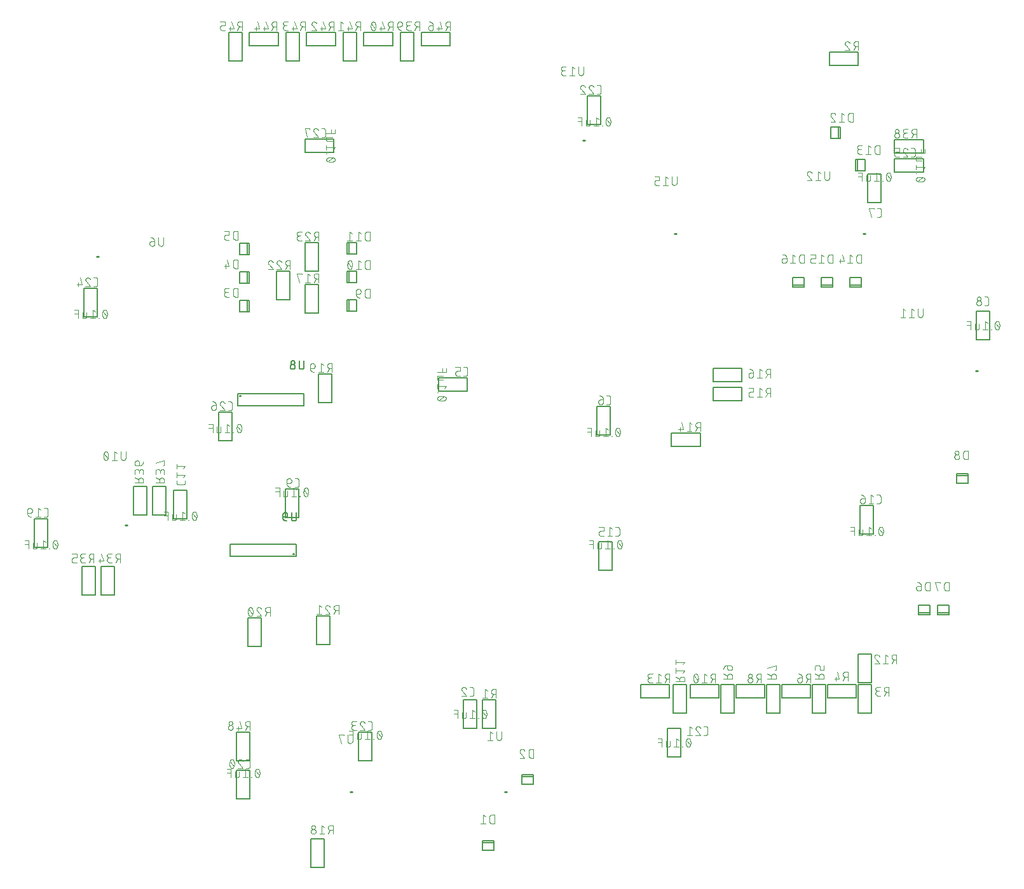
<source format=gbr>
G04 EAGLE Gerber RS-274X export*
G75*
%MOMM*%
%FSLAX34Y34*%
%LPD*%
%INSilkscreen Bottom*%
%IPPOS*%
%AMOC8*
5,1,8,0,0,1.08239X$1,22.5*%
G01*
%ADD10C,0.127000*%
%ADD11C,0.101600*%
%ADD12C,0.152400*%
%ADD13C,0.254000*%


D10*
X346710Y720090D02*
X346710Y681650D01*
X328930Y681650D01*
X328930Y720090D01*
X346710Y720090D01*
D11*
X332613Y730179D02*
X332613Y732776D01*
X332613Y730179D02*
X332615Y730080D01*
X332621Y729980D01*
X332630Y729881D01*
X332643Y729783D01*
X332660Y729685D01*
X332681Y729587D01*
X332706Y729491D01*
X332734Y729396D01*
X332766Y729302D01*
X332801Y729209D01*
X332840Y729117D01*
X332883Y729027D01*
X332928Y728939D01*
X332978Y728852D01*
X333030Y728768D01*
X333086Y728685D01*
X333144Y728605D01*
X333206Y728527D01*
X333271Y728452D01*
X333339Y728379D01*
X333409Y728309D01*
X333482Y728241D01*
X333557Y728176D01*
X333635Y728114D01*
X333715Y728056D01*
X333798Y728000D01*
X333882Y727948D01*
X333969Y727898D01*
X334057Y727853D01*
X334147Y727810D01*
X334239Y727771D01*
X334332Y727736D01*
X334426Y727704D01*
X334521Y727676D01*
X334617Y727651D01*
X334715Y727630D01*
X334813Y727613D01*
X334911Y727600D01*
X335010Y727591D01*
X335110Y727585D01*
X335209Y727583D01*
X341701Y727583D01*
X341800Y727585D01*
X341900Y727591D01*
X341999Y727600D01*
X342097Y727613D01*
X342195Y727630D01*
X342293Y727651D01*
X342389Y727676D01*
X342484Y727704D01*
X342578Y727736D01*
X342671Y727771D01*
X342763Y727810D01*
X342853Y727853D01*
X342941Y727898D01*
X343028Y727948D01*
X343112Y728000D01*
X343195Y728056D01*
X343275Y728114D01*
X343353Y728176D01*
X343428Y728241D01*
X343501Y728309D01*
X343571Y728379D01*
X343639Y728452D01*
X343704Y728527D01*
X343766Y728605D01*
X343824Y728685D01*
X343880Y728768D01*
X343932Y728852D01*
X343982Y728939D01*
X344027Y729027D01*
X344070Y729117D01*
X344109Y729209D01*
X344144Y729301D01*
X344176Y729396D01*
X344204Y729491D01*
X344229Y729587D01*
X344250Y729685D01*
X344267Y729783D01*
X344280Y729881D01*
X344289Y729980D01*
X344295Y730080D01*
X344297Y730179D01*
X344297Y732776D01*
X341701Y737141D02*
X344297Y740387D01*
X332613Y740387D01*
X332613Y743632D02*
X332613Y737141D01*
X341701Y748571D02*
X344297Y751817D01*
X332613Y751817D01*
X332613Y755062D02*
X332613Y748571D01*
X358695Y690019D02*
X358794Y689812D01*
X358887Y689602D01*
X358975Y689389D01*
X359058Y689175D01*
X359136Y688959D01*
X359209Y688741D01*
X359277Y688521D01*
X359339Y688300D01*
X359396Y688077D01*
X359448Y687853D01*
X359494Y687628D01*
X359535Y687402D01*
X359570Y687175D01*
X359600Y686947D01*
X359625Y686718D01*
X359644Y686489D01*
X359658Y686260D01*
X359666Y686030D01*
X359669Y685800D01*
X358695Y690019D02*
X358662Y690109D01*
X358626Y690198D01*
X358586Y690286D01*
X358542Y690371D01*
X358495Y690455D01*
X358445Y690537D01*
X358391Y690617D01*
X358335Y690694D01*
X358275Y690770D01*
X358212Y690843D01*
X358147Y690913D01*
X358078Y690981D01*
X358007Y691045D01*
X357934Y691107D01*
X357858Y691166D01*
X357780Y691222D01*
X357699Y691275D01*
X357617Y691324D01*
X357533Y691370D01*
X357446Y691413D01*
X357359Y691452D01*
X357269Y691488D01*
X357179Y691520D01*
X357087Y691548D01*
X356994Y691573D01*
X356900Y691594D01*
X356806Y691611D01*
X356711Y691625D01*
X356615Y691634D01*
X356519Y691640D01*
X356423Y691642D01*
X356327Y691640D01*
X356231Y691634D01*
X356135Y691625D01*
X356040Y691611D01*
X355946Y691594D01*
X355852Y691573D01*
X355759Y691548D01*
X355667Y691520D01*
X355577Y691488D01*
X355487Y691452D01*
X355400Y691413D01*
X355313Y691370D01*
X355229Y691324D01*
X355147Y691275D01*
X355066Y691222D01*
X354988Y691166D01*
X354912Y691107D01*
X354839Y691045D01*
X354768Y690981D01*
X354699Y690913D01*
X354634Y690843D01*
X354571Y690770D01*
X354511Y690695D01*
X354455Y690617D01*
X354401Y690537D01*
X354351Y690455D01*
X354304Y690371D01*
X354261Y690286D01*
X354220Y690198D01*
X354184Y690109D01*
X354151Y690019D01*
X354152Y690019D02*
X354053Y689811D01*
X353960Y689601D01*
X353872Y689389D01*
X353789Y689175D01*
X353711Y688958D01*
X353638Y688740D01*
X353570Y688521D01*
X353508Y688299D01*
X353451Y688077D01*
X353399Y687853D01*
X353353Y687628D01*
X353312Y687402D01*
X353277Y687174D01*
X353247Y686947D01*
X353222Y686718D01*
X353203Y686489D01*
X353189Y686260D01*
X353181Y686030D01*
X353178Y685800D01*
X359668Y685800D02*
X359665Y685570D01*
X359657Y685340D01*
X359643Y685111D01*
X359624Y684882D01*
X359599Y684653D01*
X359569Y684425D01*
X359534Y684198D01*
X359493Y683972D01*
X359447Y683747D01*
X359395Y683523D01*
X359338Y683300D01*
X359276Y683079D01*
X359208Y682859D01*
X359135Y682641D01*
X359057Y682425D01*
X358974Y682211D01*
X358886Y681999D01*
X358793Y681788D01*
X358694Y681581D01*
X358695Y681581D02*
X358662Y681491D01*
X358626Y681402D01*
X358585Y681314D01*
X358542Y681229D01*
X358495Y681145D01*
X358445Y681063D01*
X358391Y680983D01*
X358335Y680906D01*
X358275Y680830D01*
X358212Y680757D01*
X358147Y680687D01*
X358078Y680619D01*
X358007Y680555D01*
X357934Y680493D01*
X357858Y680434D01*
X357780Y680378D01*
X357699Y680325D01*
X357617Y680276D01*
X357533Y680230D01*
X357446Y680187D01*
X357359Y680148D01*
X357269Y680112D01*
X357179Y680080D01*
X357087Y680052D01*
X356994Y680027D01*
X356900Y680006D01*
X356806Y679989D01*
X356711Y679975D01*
X356615Y679966D01*
X356519Y679960D01*
X356423Y679958D01*
X354151Y681581D02*
X354052Y681788D01*
X353959Y681999D01*
X353871Y682211D01*
X353788Y682425D01*
X353710Y682641D01*
X353637Y682859D01*
X353569Y683079D01*
X353507Y683300D01*
X353450Y683523D01*
X353398Y683747D01*
X353352Y683972D01*
X353311Y684198D01*
X353276Y684425D01*
X353246Y684653D01*
X353221Y684882D01*
X353202Y685111D01*
X353188Y685340D01*
X353180Y685570D01*
X353177Y685800D01*
X354151Y681581D02*
X354184Y681491D01*
X354220Y681402D01*
X354261Y681314D01*
X354304Y681229D01*
X354351Y681145D01*
X354401Y681063D01*
X354455Y680983D01*
X354511Y680905D01*
X354571Y680830D01*
X354634Y680757D01*
X354699Y680687D01*
X354768Y680619D01*
X354839Y680555D01*
X354912Y680493D01*
X354988Y680434D01*
X355066Y680378D01*
X355147Y680325D01*
X355229Y680276D01*
X355313Y680230D01*
X355400Y680187D01*
X355487Y680148D01*
X355577Y680112D01*
X355667Y680080D01*
X355759Y680052D01*
X355852Y680027D01*
X355946Y680006D01*
X356040Y679989D01*
X356135Y679975D01*
X356231Y679966D01*
X356327Y679960D01*
X356423Y679958D01*
X359019Y682554D02*
X353826Y689046D01*
X348746Y680607D02*
X348746Y679958D01*
X348746Y680607D02*
X348097Y680607D01*
X348097Y679958D01*
X348746Y679958D01*
X343666Y689046D02*
X340421Y691642D01*
X340421Y679958D01*
X343666Y679958D02*
X337175Y679958D01*
X331968Y681905D02*
X331968Y687747D01*
X331968Y681905D02*
X331966Y681818D01*
X331960Y681730D01*
X331950Y681644D01*
X331937Y681557D01*
X331919Y681472D01*
X331898Y681387D01*
X331873Y681303D01*
X331844Y681221D01*
X331811Y681140D01*
X331775Y681060D01*
X331736Y680982D01*
X331692Y680906D01*
X331646Y680832D01*
X331596Y680761D01*
X331543Y680691D01*
X331487Y680624D01*
X331428Y680560D01*
X331366Y680498D01*
X331302Y680439D01*
X331235Y680383D01*
X331165Y680330D01*
X331094Y680280D01*
X331020Y680234D01*
X330944Y680190D01*
X330866Y680151D01*
X330786Y680115D01*
X330705Y680082D01*
X330623Y680053D01*
X330539Y680028D01*
X330454Y680007D01*
X330369Y679989D01*
X330282Y679976D01*
X330196Y679966D01*
X330108Y679960D01*
X330021Y679958D01*
X326775Y679958D01*
X326775Y687747D01*
X321165Y691642D02*
X321165Y679958D01*
X321165Y691642D02*
X315972Y691642D01*
X315972Y686449D02*
X321165Y686449D01*
D10*
X895350Y651850D02*
X895350Y613410D01*
X895350Y651850D02*
X913130Y651850D01*
X913130Y613410D01*
X895350Y613410D01*
D11*
X917509Y659003D02*
X920106Y659003D01*
X920205Y659005D01*
X920305Y659011D01*
X920404Y659020D01*
X920502Y659033D01*
X920600Y659050D01*
X920698Y659071D01*
X920794Y659096D01*
X920889Y659124D01*
X920983Y659156D01*
X921076Y659191D01*
X921168Y659230D01*
X921258Y659273D01*
X921346Y659318D01*
X921433Y659368D01*
X921517Y659420D01*
X921600Y659476D01*
X921680Y659534D01*
X921758Y659596D01*
X921833Y659661D01*
X921906Y659729D01*
X921976Y659799D01*
X922044Y659872D01*
X922109Y659947D01*
X922171Y660025D01*
X922229Y660105D01*
X922285Y660188D01*
X922337Y660272D01*
X922387Y660359D01*
X922432Y660447D01*
X922475Y660537D01*
X922514Y660629D01*
X922549Y660722D01*
X922581Y660816D01*
X922609Y660911D01*
X922634Y661007D01*
X922655Y661105D01*
X922672Y661203D01*
X922685Y661301D01*
X922694Y661400D01*
X922700Y661500D01*
X922702Y661599D01*
X922702Y668091D01*
X922700Y668190D01*
X922694Y668290D01*
X922685Y668389D01*
X922672Y668487D01*
X922655Y668585D01*
X922634Y668683D01*
X922609Y668779D01*
X922581Y668874D01*
X922549Y668968D01*
X922514Y669061D01*
X922475Y669153D01*
X922432Y669243D01*
X922387Y669331D01*
X922337Y669418D01*
X922285Y669502D01*
X922229Y669585D01*
X922171Y669665D01*
X922109Y669743D01*
X922044Y669818D01*
X921976Y669891D01*
X921906Y669961D01*
X921833Y670029D01*
X921758Y670094D01*
X921680Y670156D01*
X921600Y670214D01*
X921517Y670270D01*
X921433Y670322D01*
X921346Y670372D01*
X921258Y670417D01*
X921168Y670460D01*
X921076Y670499D01*
X920983Y670534D01*
X920889Y670566D01*
X920794Y670594D01*
X920698Y670619D01*
X920600Y670640D01*
X920502Y670657D01*
X920404Y670670D01*
X920305Y670679D01*
X920205Y670685D01*
X920106Y670687D01*
X917509Y670687D01*
X913144Y668091D02*
X909899Y670687D01*
X909899Y659003D01*
X913144Y659003D02*
X906653Y659003D01*
X901714Y659003D02*
X897819Y659003D01*
X897720Y659005D01*
X897620Y659011D01*
X897521Y659020D01*
X897423Y659033D01*
X897325Y659050D01*
X897227Y659071D01*
X897131Y659096D01*
X897036Y659124D01*
X896942Y659156D01*
X896849Y659191D01*
X896757Y659230D01*
X896667Y659273D01*
X896579Y659318D01*
X896492Y659368D01*
X896408Y659420D01*
X896325Y659476D01*
X896245Y659534D01*
X896167Y659596D01*
X896092Y659661D01*
X896019Y659729D01*
X895949Y659799D01*
X895881Y659872D01*
X895816Y659947D01*
X895754Y660025D01*
X895696Y660105D01*
X895640Y660188D01*
X895588Y660272D01*
X895538Y660359D01*
X895493Y660447D01*
X895450Y660537D01*
X895411Y660629D01*
X895376Y660722D01*
X895344Y660816D01*
X895316Y660911D01*
X895291Y661007D01*
X895270Y661105D01*
X895253Y661203D01*
X895240Y661301D01*
X895231Y661400D01*
X895225Y661500D01*
X895223Y661599D01*
X895223Y662898D01*
X895225Y662997D01*
X895231Y663097D01*
X895240Y663196D01*
X895253Y663294D01*
X895270Y663392D01*
X895291Y663490D01*
X895316Y663586D01*
X895344Y663681D01*
X895376Y663775D01*
X895411Y663868D01*
X895450Y663960D01*
X895493Y664050D01*
X895538Y664138D01*
X895588Y664225D01*
X895640Y664309D01*
X895696Y664392D01*
X895754Y664472D01*
X895816Y664550D01*
X895881Y664625D01*
X895949Y664698D01*
X896019Y664768D01*
X896092Y664836D01*
X896167Y664901D01*
X896245Y664963D01*
X896325Y665021D01*
X896408Y665077D01*
X896492Y665129D01*
X896579Y665179D01*
X896667Y665224D01*
X896757Y665267D01*
X896849Y665306D01*
X896942Y665341D01*
X897036Y665373D01*
X897131Y665401D01*
X897227Y665426D01*
X897325Y665447D01*
X897423Y665464D01*
X897521Y665477D01*
X897620Y665486D01*
X897720Y665492D01*
X897819Y665494D01*
X901714Y665494D01*
X901714Y670687D01*
X895223Y670687D01*
X925115Y651919D02*
X925214Y651712D01*
X925307Y651502D01*
X925395Y651289D01*
X925478Y651075D01*
X925556Y650859D01*
X925629Y650641D01*
X925697Y650421D01*
X925759Y650200D01*
X925816Y649977D01*
X925868Y649753D01*
X925914Y649528D01*
X925955Y649302D01*
X925990Y649075D01*
X926020Y648847D01*
X926045Y648618D01*
X926064Y648389D01*
X926078Y648160D01*
X926086Y647930D01*
X926089Y647700D01*
X925115Y651919D02*
X925082Y652009D01*
X925046Y652098D01*
X925006Y652186D01*
X924962Y652271D01*
X924915Y652355D01*
X924865Y652437D01*
X924811Y652517D01*
X924755Y652594D01*
X924695Y652670D01*
X924632Y652743D01*
X924567Y652813D01*
X924498Y652881D01*
X924427Y652945D01*
X924354Y653007D01*
X924278Y653066D01*
X924200Y653122D01*
X924119Y653175D01*
X924037Y653224D01*
X923953Y653270D01*
X923866Y653313D01*
X923779Y653352D01*
X923689Y653388D01*
X923599Y653420D01*
X923507Y653448D01*
X923414Y653473D01*
X923320Y653494D01*
X923226Y653511D01*
X923131Y653525D01*
X923035Y653534D01*
X922939Y653540D01*
X922843Y653542D01*
X922747Y653540D01*
X922651Y653534D01*
X922555Y653525D01*
X922460Y653511D01*
X922366Y653494D01*
X922272Y653473D01*
X922179Y653448D01*
X922087Y653420D01*
X921997Y653388D01*
X921907Y653352D01*
X921820Y653313D01*
X921733Y653270D01*
X921649Y653224D01*
X921567Y653175D01*
X921486Y653122D01*
X921408Y653066D01*
X921332Y653007D01*
X921259Y652945D01*
X921188Y652881D01*
X921119Y652813D01*
X921054Y652743D01*
X920991Y652670D01*
X920931Y652595D01*
X920875Y652517D01*
X920821Y652437D01*
X920771Y652355D01*
X920724Y652271D01*
X920681Y652186D01*
X920640Y652098D01*
X920604Y652009D01*
X920571Y651919D01*
X920572Y651919D02*
X920473Y651711D01*
X920380Y651501D01*
X920292Y651289D01*
X920209Y651075D01*
X920131Y650858D01*
X920058Y650640D01*
X919990Y650421D01*
X919928Y650199D01*
X919871Y649977D01*
X919819Y649753D01*
X919773Y649528D01*
X919732Y649302D01*
X919697Y649074D01*
X919667Y648847D01*
X919642Y648618D01*
X919623Y648389D01*
X919609Y648160D01*
X919601Y647930D01*
X919598Y647700D01*
X926088Y647700D02*
X926085Y647470D01*
X926077Y647240D01*
X926063Y647011D01*
X926044Y646782D01*
X926019Y646553D01*
X925989Y646325D01*
X925954Y646098D01*
X925913Y645872D01*
X925867Y645647D01*
X925815Y645423D01*
X925758Y645200D01*
X925696Y644979D01*
X925628Y644759D01*
X925555Y644541D01*
X925477Y644325D01*
X925394Y644111D01*
X925306Y643899D01*
X925213Y643688D01*
X925114Y643481D01*
X925115Y643481D02*
X925082Y643391D01*
X925046Y643302D01*
X925005Y643214D01*
X924962Y643129D01*
X924915Y643045D01*
X924865Y642963D01*
X924811Y642883D01*
X924755Y642806D01*
X924695Y642730D01*
X924632Y642657D01*
X924567Y642587D01*
X924498Y642519D01*
X924427Y642455D01*
X924354Y642393D01*
X924278Y642334D01*
X924200Y642278D01*
X924119Y642225D01*
X924037Y642176D01*
X923953Y642130D01*
X923866Y642087D01*
X923779Y642048D01*
X923689Y642012D01*
X923599Y641980D01*
X923507Y641952D01*
X923414Y641927D01*
X923320Y641906D01*
X923226Y641889D01*
X923131Y641875D01*
X923035Y641866D01*
X922939Y641860D01*
X922843Y641858D01*
X920571Y643481D02*
X920472Y643688D01*
X920379Y643899D01*
X920291Y644111D01*
X920208Y644325D01*
X920130Y644541D01*
X920057Y644759D01*
X919989Y644979D01*
X919927Y645200D01*
X919870Y645423D01*
X919818Y645647D01*
X919772Y645872D01*
X919731Y646098D01*
X919696Y646325D01*
X919666Y646553D01*
X919641Y646782D01*
X919622Y647011D01*
X919608Y647240D01*
X919600Y647470D01*
X919597Y647700D01*
X920571Y643481D02*
X920604Y643391D01*
X920640Y643302D01*
X920681Y643214D01*
X920724Y643129D01*
X920771Y643045D01*
X920821Y642963D01*
X920875Y642883D01*
X920931Y642805D01*
X920991Y642730D01*
X921054Y642657D01*
X921119Y642587D01*
X921188Y642519D01*
X921259Y642455D01*
X921332Y642393D01*
X921408Y642334D01*
X921486Y642278D01*
X921567Y642225D01*
X921649Y642176D01*
X921733Y642130D01*
X921820Y642087D01*
X921907Y642048D01*
X921997Y642012D01*
X922087Y641980D01*
X922179Y641952D01*
X922272Y641927D01*
X922366Y641906D01*
X922460Y641889D01*
X922555Y641875D01*
X922651Y641866D01*
X922747Y641860D01*
X922843Y641858D01*
X925439Y644454D02*
X920246Y650946D01*
X915166Y642507D02*
X915166Y641858D01*
X915166Y642507D02*
X914517Y642507D01*
X914517Y641858D01*
X915166Y641858D01*
X910086Y650946D02*
X906841Y653542D01*
X906841Y641858D01*
X910086Y641858D02*
X903595Y641858D01*
X898388Y643805D02*
X898388Y649647D01*
X898388Y643805D02*
X898386Y643718D01*
X898380Y643630D01*
X898370Y643544D01*
X898357Y643457D01*
X898339Y643372D01*
X898318Y643287D01*
X898293Y643203D01*
X898264Y643121D01*
X898231Y643040D01*
X898195Y642960D01*
X898156Y642882D01*
X898112Y642806D01*
X898066Y642732D01*
X898016Y642661D01*
X897963Y642591D01*
X897907Y642524D01*
X897848Y642460D01*
X897786Y642398D01*
X897722Y642339D01*
X897655Y642283D01*
X897585Y642230D01*
X897514Y642180D01*
X897440Y642134D01*
X897364Y642090D01*
X897286Y642051D01*
X897206Y642015D01*
X897125Y641982D01*
X897043Y641953D01*
X896959Y641928D01*
X896874Y641907D01*
X896789Y641889D01*
X896702Y641876D01*
X896616Y641866D01*
X896528Y641860D01*
X896441Y641858D01*
X893195Y641858D01*
X893195Y649647D01*
X887585Y653542D02*
X887585Y641858D01*
X887585Y653542D02*
X882392Y653542D01*
X882392Y648349D02*
X887585Y648349D01*
D10*
X1261110Y661330D02*
X1261110Y699770D01*
X1261110Y661330D02*
X1243330Y661330D01*
X1243330Y699770D01*
X1261110Y699770D01*
D11*
X1265489Y702183D02*
X1268086Y702183D01*
X1268185Y702185D01*
X1268285Y702191D01*
X1268384Y702200D01*
X1268482Y702213D01*
X1268580Y702230D01*
X1268678Y702251D01*
X1268774Y702276D01*
X1268869Y702304D01*
X1268963Y702336D01*
X1269056Y702371D01*
X1269148Y702410D01*
X1269238Y702453D01*
X1269326Y702498D01*
X1269413Y702548D01*
X1269497Y702600D01*
X1269580Y702656D01*
X1269660Y702714D01*
X1269738Y702776D01*
X1269813Y702841D01*
X1269886Y702909D01*
X1269956Y702979D01*
X1270024Y703052D01*
X1270089Y703127D01*
X1270151Y703205D01*
X1270209Y703285D01*
X1270265Y703368D01*
X1270317Y703452D01*
X1270367Y703539D01*
X1270412Y703627D01*
X1270455Y703717D01*
X1270494Y703809D01*
X1270529Y703902D01*
X1270561Y703996D01*
X1270589Y704091D01*
X1270614Y704187D01*
X1270635Y704285D01*
X1270652Y704383D01*
X1270665Y704481D01*
X1270674Y704580D01*
X1270680Y704680D01*
X1270682Y704779D01*
X1270682Y711271D01*
X1270680Y711370D01*
X1270674Y711470D01*
X1270665Y711569D01*
X1270652Y711667D01*
X1270635Y711765D01*
X1270614Y711863D01*
X1270589Y711959D01*
X1270561Y712054D01*
X1270529Y712148D01*
X1270494Y712241D01*
X1270455Y712333D01*
X1270412Y712423D01*
X1270367Y712511D01*
X1270317Y712598D01*
X1270265Y712682D01*
X1270209Y712765D01*
X1270151Y712845D01*
X1270089Y712923D01*
X1270024Y712998D01*
X1269956Y713071D01*
X1269886Y713141D01*
X1269813Y713209D01*
X1269738Y713274D01*
X1269660Y713336D01*
X1269580Y713394D01*
X1269497Y713450D01*
X1269413Y713502D01*
X1269326Y713552D01*
X1269238Y713597D01*
X1269148Y713640D01*
X1269056Y713679D01*
X1268963Y713714D01*
X1268869Y713746D01*
X1268774Y713774D01*
X1268678Y713799D01*
X1268580Y713820D01*
X1268482Y713837D01*
X1268384Y713850D01*
X1268285Y713859D01*
X1268185Y713865D01*
X1268086Y713867D01*
X1265489Y713867D01*
X1261124Y711271D02*
X1257879Y713867D01*
X1257879Y702183D01*
X1261124Y702183D02*
X1254633Y702183D01*
X1249694Y708674D02*
X1245799Y708674D01*
X1245700Y708672D01*
X1245600Y708666D01*
X1245501Y708657D01*
X1245403Y708644D01*
X1245305Y708627D01*
X1245207Y708606D01*
X1245111Y708581D01*
X1245016Y708553D01*
X1244922Y708521D01*
X1244829Y708486D01*
X1244737Y708447D01*
X1244647Y708404D01*
X1244559Y708359D01*
X1244472Y708309D01*
X1244388Y708257D01*
X1244305Y708201D01*
X1244225Y708143D01*
X1244147Y708081D01*
X1244072Y708016D01*
X1243999Y707948D01*
X1243929Y707878D01*
X1243861Y707805D01*
X1243796Y707730D01*
X1243734Y707652D01*
X1243676Y707572D01*
X1243620Y707489D01*
X1243568Y707405D01*
X1243518Y707318D01*
X1243473Y707230D01*
X1243430Y707140D01*
X1243391Y707048D01*
X1243356Y706955D01*
X1243324Y706861D01*
X1243296Y706766D01*
X1243271Y706670D01*
X1243250Y706572D01*
X1243233Y706474D01*
X1243220Y706376D01*
X1243211Y706277D01*
X1243205Y706177D01*
X1243203Y706078D01*
X1243203Y705429D01*
X1243205Y705316D01*
X1243211Y705203D01*
X1243221Y705090D01*
X1243235Y704977D01*
X1243252Y704865D01*
X1243274Y704754D01*
X1243299Y704644D01*
X1243329Y704534D01*
X1243362Y704426D01*
X1243399Y704319D01*
X1243439Y704213D01*
X1243484Y704109D01*
X1243532Y704006D01*
X1243583Y703905D01*
X1243638Y703806D01*
X1243696Y703709D01*
X1243758Y703614D01*
X1243823Y703521D01*
X1243891Y703431D01*
X1243962Y703343D01*
X1244037Y703257D01*
X1244114Y703174D01*
X1244194Y703094D01*
X1244277Y703017D01*
X1244363Y702942D01*
X1244451Y702871D01*
X1244541Y702803D01*
X1244634Y702738D01*
X1244729Y702676D01*
X1244826Y702618D01*
X1244925Y702563D01*
X1245026Y702512D01*
X1245129Y702464D01*
X1245233Y702419D01*
X1245339Y702379D01*
X1245446Y702342D01*
X1245554Y702309D01*
X1245664Y702279D01*
X1245774Y702254D01*
X1245885Y702232D01*
X1245997Y702215D01*
X1246110Y702201D01*
X1246223Y702191D01*
X1246336Y702185D01*
X1246449Y702183D01*
X1246562Y702185D01*
X1246675Y702191D01*
X1246788Y702201D01*
X1246901Y702215D01*
X1247013Y702232D01*
X1247124Y702254D01*
X1247234Y702279D01*
X1247344Y702309D01*
X1247452Y702342D01*
X1247559Y702379D01*
X1247665Y702419D01*
X1247769Y702464D01*
X1247872Y702512D01*
X1247973Y702563D01*
X1248072Y702618D01*
X1248169Y702676D01*
X1248264Y702738D01*
X1248357Y702803D01*
X1248447Y702871D01*
X1248535Y702942D01*
X1248621Y703017D01*
X1248704Y703094D01*
X1248784Y703174D01*
X1248861Y703257D01*
X1248936Y703343D01*
X1249007Y703431D01*
X1249075Y703521D01*
X1249140Y703614D01*
X1249202Y703709D01*
X1249260Y703806D01*
X1249315Y703905D01*
X1249366Y704006D01*
X1249414Y704109D01*
X1249459Y704213D01*
X1249499Y704319D01*
X1249536Y704426D01*
X1249569Y704534D01*
X1249599Y704644D01*
X1249624Y704754D01*
X1249646Y704865D01*
X1249663Y704977D01*
X1249677Y705090D01*
X1249687Y705203D01*
X1249693Y705316D01*
X1249695Y705429D01*
X1249694Y705429D02*
X1249694Y708674D01*
X1249692Y708817D01*
X1249686Y708960D01*
X1249676Y709103D01*
X1249662Y709245D01*
X1249645Y709387D01*
X1249623Y709529D01*
X1249598Y709670D01*
X1249568Y709810D01*
X1249535Y709949D01*
X1249498Y710087D01*
X1249457Y710224D01*
X1249413Y710360D01*
X1249364Y710495D01*
X1249312Y710628D01*
X1249257Y710760D01*
X1249197Y710890D01*
X1249134Y711019D01*
X1249068Y711146D01*
X1248998Y711271D01*
X1248925Y711393D01*
X1248848Y711514D01*
X1248768Y711633D01*
X1248685Y711749D01*
X1248599Y711864D01*
X1248510Y711975D01*
X1248417Y712085D01*
X1248322Y712191D01*
X1248223Y712295D01*
X1248122Y712396D01*
X1248018Y712495D01*
X1247912Y712590D01*
X1247802Y712683D01*
X1247691Y712772D01*
X1247576Y712858D01*
X1247460Y712941D01*
X1247341Y713021D01*
X1247220Y713098D01*
X1247098Y713171D01*
X1246973Y713241D01*
X1246846Y713307D01*
X1246717Y713370D01*
X1246587Y713430D01*
X1246455Y713485D01*
X1246322Y713537D01*
X1246187Y713586D01*
X1246051Y713630D01*
X1245914Y713671D01*
X1245776Y713708D01*
X1245637Y713741D01*
X1245497Y713771D01*
X1245356Y713796D01*
X1245214Y713818D01*
X1245072Y713835D01*
X1244930Y713849D01*
X1244787Y713859D01*
X1244644Y713865D01*
X1244501Y713867D01*
X1273095Y669699D02*
X1273194Y669492D01*
X1273287Y669282D01*
X1273375Y669069D01*
X1273458Y668855D01*
X1273536Y668639D01*
X1273609Y668421D01*
X1273677Y668201D01*
X1273739Y667980D01*
X1273796Y667757D01*
X1273848Y667533D01*
X1273894Y667308D01*
X1273935Y667082D01*
X1273970Y666855D01*
X1274000Y666627D01*
X1274025Y666398D01*
X1274044Y666169D01*
X1274058Y665940D01*
X1274066Y665710D01*
X1274069Y665480D01*
X1273095Y669699D02*
X1273062Y669789D01*
X1273026Y669878D01*
X1272986Y669966D01*
X1272942Y670051D01*
X1272895Y670135D01*
X1272845Y670217D01*
X1272791Y670297D01*
X1272735Y670374D01*
X1272675Y670450D01*
X1272612Y670523D01*
X1272547Y670593D01*
X1272478Y670661D01*
X1272407Y670725D01*
X1272334Y670787D01*
X1272258Y670846D01*
X1272180Y670902D01*
X1272099Y670955D01*
X1272017Y671004D01*
X1271933Y671050D01*
X1271846Y671093D01*
X1271759Y671132D01*
X1271669Y671168D01*
X1271579Y671200D01*
X1271487Y671228D01*
X1271394Y671253D01*
X1271300Y671274D01*
X1271206Y671291D01*
X1271111Y671305D01*
X1271015Y671314D01*
X1270919Y671320D01*
X1270823Y671322D01*
X1270727Y671320D01*
X1270631Y671314D01*
X1270535Y671305D01*
X1270440Y671291D01*
X1270346Y671274D01*
X1270252Y671253D01*
X1270159Y671228D01*
X1270067Y671200D01*
X1269977Y671168D01*
X1269887Y671132D01*
X1269800Y671093D01*
X1269713Y671050D01*
X1269629Y671004D01*
X1269547Y670955D01*
X1269466Y670902D01*
X1269388Y670846D01*
X1269312Y670787D01*
X1269239Y670725D01*
X1269168Y670661D01*
X1269099Y670593D01*
X1269034Y670523D01*
X1268971Y670450D01*
X1268911Y670375D01*
X1268855Y670297D01*
X1268801Y670217D01*
X1268751Y670135D01*
X1268704Y670051D01*
X1268661Y669966D01*
X1268620Y669878D01*
X1268584Y669789D01*
X1268551Y669699D01*
X1268552Y669699D02*
X1268453Y669491D01*
X1268360Y669281D01*
X1268272Y669069D01*
X1268189Y668855D01*
X1268111Y668638D01*
X1268038Y668420D01*
X1267970Y668201D01*
X1267908Y667979D01*
X1267851Y667757D01*
X1267799Y667533D01*
X1267753Y667308D01*
X1267712Y667082D01*
X1267677Y666854D01*
X1267647Y666627D01*
X1267622Y666398D01*
X1267603Y666169D01*
X1267589Y665940D01*
X1267581Y665710D01*
X1267578Y665480D01*
X1274068Y665480D02*
X1274065Y665250D01*
X1274057Y665020D01*
X1274043Y664791D01*
X1274024Y664562D01*
X1273999Y664333D01*
X1273969Y664105D01*
X1273934Y663878D01*
X1273893Y663652D01*
X1273847Y663427D01*
X1273795Y663203D01*
X1273738Y662980D01*
X1273676Y662759D01*
X1273608Y662539D01*
X1273535Y662321D01*
X1273457Y662105D01*
X1273374Y661891D01*
X1273286Y661679D01*
X1273193Y661468D01*
X1273094Y661261D01*
X1273095Y661261D02*
X1273062Y661171D01*
X1273026Y661082D01*
X1272985Y660994D01*
X1272942Y660909D01*
X1272895Y660825D01*
X1272845Y660743D01*
X1272791Y660663D01*
X1272735Y660586D01*
X1272675Y660510D01*
X1272612Y660437D01*
X1272547Y660367D01*
X1272478Y660299D01*
X1272407Y660235D01*
X1272334Y660173D01*
X1272258Y660114D01*
X1272180Y660058D01*
X1272099Y660005D01*
X1272017Y659956D01*
X1271933Y659910D01*
X1271846Y659867D01*
X1271759Y659828D01*
X1271669Y659792D01*
X1271579Y659760D01*
X1271487Y659732D01*
X1271394Y659707D01*
X1271300Y659686D01*
X1271206Y659669D01*
X1271111Y659655D01*
X1271015Y659646D01*
X1270919Y659640D01*
X1270823Y659638D01*
X1268551Y661261D02*
X1268452Y661468D01*
X1268359Y661679D01*
X1268271Y661891D01*
X1268188Y662105D01*
X1268110Y662321D01*
X1268037Y662539D01*
X1267969Y662759D01*
X1267907Y662980D01*
X1267850Y663203D01*
X1267798Y663427D01*
X1267752Y663652D01*
X1267711Y663878D01*
X1267676Y664105D01*
X1267646Y664333D01*
X1267621Y664562D01*
X1267602Y664791D01*
X1267588Y665020D01*
X1267580Y665250D01*
X1267577Y665480D01*
X1268551Y661261D02*
X1268584Y661171D01*
X1268620Y661082D01*
X1268661Y660994D01*
X1268704Y660909D01*
X1268751Y660825D01*
X1268801Y660743D01*
X1268855Y660663D01*
X1268911Y660585D01*
X1268971Y660510D01*
X1269034Y660437D01*
X1269099Y660367D01*
X1269168Y660299D01*
X1269239Y660235D01*
X1269312Y660173D01*
X1269388Y660114D01*
X1269466Y660058D01*
X1269547Y660005D01*
X1269629Y659956D01*
X1269713Y659910D01*
X1269800Y659867D01*
X1269887Y659828D01*
X1269977Y659792D01*
X1270067Y659760D01*
X1270159Y659732D01*
X1270252Y659707D01*
X1270346Y659686D01*
X1270440Y659669D01*
X1270535Y659655D01*
X1270631Y659646D01*
X1270727Y659640D01*
X1270823Y659638D01*
X1273419Y662234D02*
X1268226Y668726D01*
X1263146Y660287D02*
X1263146Y659638D01*
X1263146Y660287D02*
X1262497Y660287D01*
X1262497Y659638D01*
X1263146Y659638D01*
X1258066Y668726D02*
X1254821Y671322D01*
X1254821Y659638D01*
X1258066Y659638D02*
X1251575Y659638D01*
X1246368Y661585D02*
X1246368Y667427D01*
X1246368Y661585D02*
X1246366Y661498D01*
X1246360Y661410D01*
X1246350Y661324D01*
X1246337Y661237D01*
X1246319Y661152D01*
X1246298Y661067D01*
X1246273Y660983D01*
X1246244Y660901D01*
X1246211Y660820D01*
X1246175Y660740D01*
X1246136Y660662D01*
X1246092Y660586D01*
X1246046Y660512D01*
X1245996Y660441D01*
X1245943Y660371D01*
X1245887Y660304D01*
X1245828Y660240D01*
X1245766Y660178D01*
X1245702Y660119D01*
X1245635Y660063D01*
X1245565Y660010D01*
X1245494Y659960D01*
X1245420Y659914D01*
X1245344Y659870D01*
X1245266Y659831D01*
X1245186Y659795D01*
X1245105Y659762D01*
X1245023Y659733D01*
X1244939Y659708D01*
X1244854Y659687D01*
X1244769Y659669D01*
X1244682Y659656D01*
X1244596Y659646D01*
X1244508Y659640D01*
X1244421Y659638D01*
X1241175Y659638D01*
X1241175Y667427D01*
X1235565Y671322D02*
X1235565Y659638D01*
X1235565Y671322D02*
X1230372Y671322D01*
X1230372Y666129D02*
X1235565Y666129D01*
D10*
X161290Y681990D02*
X161290Y643550D01*
X143510Y643550D01*
X143510Y681990D01*
X161290Y681990D01*
D11*
X158821Y684403D02*
X156224Y684403D01*
X158821Y684403D02*
X158920Y684405D01*
X159020Y684411D01*
X159119Y684420D01*
X159217Y684433D01*
X159315Y684450D01*
X159413Y684471D01*
X159509Y684496D01*
X159604Y684524D01*
X159698Y684556D01*
X159791Y684591D01*
X159883Y684630D01*
X159973Y684673D01*
X160061Y684718D01*
X160148Y684768D01*
X160232Y684820D01*
X160315Y684876D01*
X160395Y684934D01*
X160473Y684996D01*
X160548Y685061D01*
X160621Y685129D01*
X160691Y685199D01*
X160759Y685272D01*
X160824Y685347D01*
X160886Y685425D01*
X160944Y685505D01*
X161000Y685588D01*
X161052Y685672D01*
X161102Y685759D01*
X161147Y685847D01*
X161190Y685937D01*
X161229Y686029D01*
X161264Y686122D01*
X161296Y686216D01*
X161324Y686311D01*
X161349Y686407D01*
X161370Y686505D01*
X161387Y686603D01*
X161400Y686701D01*
X161409Y686800D01*
X161415Y686900D01*
X161417Y686999D01*
X161417Y693491D01*
X161415Y693590D01*
X161409Y693690D01*
X161400Y693789D01*
X161387Y693887D01*
X161370Y693985D01*
X161349Y694083D01*
X161324Y694179D01*
X161296Y694274D01*
X161264Y694368D01*
X161229Y694461D01*
X161190Y694553D01*
X161147Y694643D01*
X161102Y694731D01*
X161052Y694818D01*
X161000Y694902D01*
X160944Y694985D01*
X160886Y695065D01*
X160824Y695143D01*
X160759Y695218D01*
X160691Y695291D01*
X160621Y695361D01*
X160548Y695429D01*
X160473Y695494D01*
X160395Y695556D01*
X160315Y695614D01*
X160232Y695670D01*
X160148Y695722D01*
X160061Y695772D01*
X159973Y695817D01*
X159883Y695860D01*
X159791Y695899D01*
X159698Y695934D01*
X159604Y695966D01*
X159509Y695994D01*
X159413Y696019D01*
X159315Y696040D01*
X159217Y696057D01*
X159119Y696070D01*
X159020Y696079D01*
X158920Y696085D01*
X158821Y696087D01*
X156224Y696087D01*
X151859Y693491D02*
X148613Y696087D01*
X148613Y684403D01*
X145368Y684403D02*
X151859Y684403D01*
X137832Y689596D02*
X133938Y689596D01*
X137832Y689596D02*
X137931Y689598D01*
X138031Y689604D01*
X138130Y689613D01*
X138228Y689626D01*
X138326Y689643D01*
X138424Y689664D01*
X138520Y689689D01*
X138615Y689717D01*
X138709Y689749D01*
X138802Y689784D01*
X138894Y689823D01*
X138984Y689866D01*
X139072Y689911D01*
X139159Y689961D01*
X139243Y690013D01*
X139326Y690069D01*
X139406Y690127D01*
X139484Y690189D01*
X139559Y690254D01*
X139632Y690322D01*
X139702Y690392D01*
X139770Y690465D01*
X139835Y690540D01*
X139897Y690618D01*
X139955Y690698D01*
X140011Y690781D01*
X140063Y690865D01*
X140113Y690952D01*
X140158Y691040D01*
X140201Y691130D01*
X140240Y691222D01*
X140275Y691315D01*
X140307Y691409D01*
X140335Y691504D01*
X140360Y691600D01*
X140381Y691698D01*
X140398Y691796D01*
X140411Y691894D01*
X140420Y691993D01*
X140426Y692093D01*
X140428Y692192D01*
X140429Y692192D02*
X140429Y692841D01*
X140427Y692954D01*
X140421Y693067D01*
X140411Y693180D01*
X140397Y693293D01*
X140380Y693405D01*
X140358Y693516D01*
X140333Y693626D01*
X140303Y693736D01*
X140270Y693844D01*
X140233Y693951D01*
X140193Y694057D01*
X140148Y694161D01*
X140100Y694264D01*
X140049Y694365D01*
X139994Y694464D01*
X139936Y694561D01*
X139874Y694656D01*
X139809Y694749D01*
X139741Y694839D01*
X139670Y694927D01*
X139595Y695013D01*
X139518Y695096D01*
X139438Y695176D01*
X139355Y695253D01*
X139269Y695328D01*
X139181Y695399D01*
X139091Y695467D01*
X138998Y695532D01*
X138903Y695594D01*
X138806Y695652D01*
X138707Y695707D01*
X138606Y695758D01*
X138503Y695806D01*
X138399Y695851D01*
X138293Y695891D01*
X138186Y695928D01*
X138078Y695961D01*
X137968Y695991D01*
X137858Y696016D01*
X137747Y696038D01*
X137635Y696055D01*
X137522Y696069D01*
X137409Y696079D01*
X137296Y696085D01*
X137183Y696087D01*
X137070Y696085D01*
X136957Y696079D01*
X136844Y696069D01*
X136731Y696055D01*
X136619Y696038D01*
X136508Y696016D01*
X136398Y695991D01*
X136288Y695961D01*
X136180Y695928D01*
X136073Y695891D01*
X135967Y695851D01*
X135863Y695806D01*
X135760Y695758D01*
X135659Y695707D01*
X135560Y695652D01*
X135463Y695594D01*
X135368Y695532D01*
X135275Y695467D01*
X135185Y695399D01*
X135097Y695328D01*
X135011Y695253D01*
X134928Y695176D01*
X134848Y695096D01*
X134771Y695013D01*
X134696Y694927D01*
X134625Y694839D01*
X134557Y694749D01*
X134492Y694656D01*
X134430Y694561D01*
X134372Y694464D01*
X134317Y694365D01*
X134266Y694264D01*
X134218Y694161D01*
X134173Y694057D01*
X134133Y693951D01*
X134096Y693844D01*
X134063Y693736D01*
X134033Y693626D01*
X134008Y693516D01*
X133986Y693405D01*
X133969Y693293D01*
X133955Y693180D01*
X133945Y693067D01*
X133939Y692954D01*
X133937Y692841D01*
X133938Y692841D02*
X133938Y689596D01*
X133940Y689453D01*
X133946Y689310D01*
X133956Y689167D01*
X133970Y689025D01*
X133987Y688883D01*
X134009Y688741D01*
X134034Y688600D01*
X134064Y688460D01*
X134097Y688321D01*
X134134Y688183D01*
X134175Y688046D01*
X134219Y687910D01*
X134268Y687775D01*
X134320Y687642D01*
X134375Y687510D01*
X134435Y687380D01*
X134498Y687251D01*
X134564Y687124D01*
X134634Y687000D01*
X134707Y686877D01*
X134784Y686756D01*
X134864Y686637D01*
X134947Y686521D01*
X135033Y686406D01*
X135122Y686295D01*
X135215Y686185D01*
X135310Y686079D01*
X135409Y685975D01*
X135510Y685874D01*
X135614Y685775D01*
X135720Y685680D01*
X135830Y685587D01*
X135941Y685498D01*
X136056Y685412D01*
X136172Y685329D01*
X136291Y685249D01*
X136412Y685172D01*
X136534Y685099D01*
X136659Y685029D01*
X136786Y684963D01*
X136915Y684900D01*
X137045Y684840D01*
X137177Y684785D01*
X137310Y684733D01*
X137445Y684684D01*
X137581Y684640D01*
X137718Y684599D01*
X137856Y684562D01*
X137995Y684529D01*
X138135Y684499D01*
X138276Y684474D01*
X138418Y684452D01*
X138560Y684435D01*
X138702Y684421D01*
X138845Y684411D01*
X138988Y684405D01*
X139131Y684403D01*
X173275Y651919D02*
X173374Y651712D01*
X173467Y651502D01*
X173555Y651289D01*
X173638Y651075D01*
X173716Y650859D01*
X173789Y650641D01*
X173857Y650421D01*
X173919Y650200D01*
X173976Y649977D01*
X174028Y649753D01*
X174074Y649528D01*
X174115Y649302D01*
X174150Y649075D01*
X174180Y648847D01*
X174205Y648618D01*
X174224Y648389D01*
X174238Y648160D01*
X174246Y647930D01*
X174249Y647700D01*
X173275Y651919D02*
X173242Y652009D01*
X173206Y652098D01*
X173166Y652186D01*
X173122Y652271D01*
X173075Y652355D01*
X173025Y652437D01*
X172971Y652517D01*
X172915Y652594D01*
X172855Y652670D01*
X172792Y652743D01*
X172727Y652813D01*
X172658Y652881D01*
X172587Y652945D01*
X172514Y653007D01*
X172438Y653066D01*
X172360Y653122D01*
X172279Y653175D01*
X172197Y653224D01*
X172113Y653270D01*
X172026Y653313D01*
X171939Y653352D01*
X171849Y653388D01*
X171759Y653420D01*
X171667Y653448D01*
X171574Y653473D01*
X171480Y653494D01*
X171386Y653511D01*
X171291Y653525D01*
X171195Y653534D01*
X171099Y653540D01*
X171003Y653542D01*
X170907Y653540D01*
X170811Y653534D01*
X170715Y653525D01*
X170620Y653511D01*
X170526Y653494D01*
X170432Y653473D01*
X170339Y653448D01*
X170247Y653420D01*
X170157Y653388D01*
X170067Y653352D01*
X169980Y653313D01*
X169893Y653270D01*
X169809Y653224D01*
X169727Y653175D01*
X169646Y653122D01*
X169568Y653066D01*
X169492Y653007D01*
X169419Y652945D01*
X169348Y652881D01*
X169279Y652813D01*
X169214Y652743D01*
X169151Y652670D01*
X169091Y652595D01*
X169035Y652517D01*
X168981Y652437D01*
X168931Y652355D01*
X168884Y652271D01*
X168841Y652186D01*
X168800Y652098D01*
X168764Y652009D01*
X168731Y651919D01*
X168732Y651919D02*
X168633Y651711D01*
X168540Y651501D01*
X168452Y651289D01*
X168369Y651075D01*
X168291Y650858D01*
X168218Y650640D01*
X168150Y650421D01*
X168088Y650199D01*
X168031Y649977D01*
X167979Y649753D01*
X167933Y649528D01*
X167892Y649302D01*
X167857Y649074D01*
X167827Y648847D01*
X167802Y648618D01*
X167783Y648389D01*
X167769Y648160D01*
X167761Y647930D01*
X167758Y647700D01*
X174248Y647700D02*
X174245Y647470D01*
X174237Y647240D01*
X174223Y647011D01*
X174204Y646782D01*
X174179Y646553D01*
X174149Y646325D01*
X174114Y646098D01*
X174073Y645872D01*
X174027Y645647D01*
X173975Y645423D01*
X173918Y645200D01*
X173856Y644979D01*
X173788Y644759D01*
X173715Y644541D01*
X173637Y644325D01*
X173554Y644111D01*
X173466Y643899D01*
X173373Y643688D01*
X173274Y643481D01*
X173275Y643481D02*
X173242Y643391D01*
X173206Y643302D01*
X173165Y643214D01*
X173122Y643129D01*
X173075Y643045D01*
X173025Y642963D01*
X172971Y642883D01*
X172915Y642806D01*
X172855Y642730D01*
X172792Y642657D01*
X172727Y642587D01*
X172658Y642519D01*
X172587Y642455D01*
X172514Y642393D01*
X172438Y642334D01*
X172360Y642278D01*
X172279Y642225D01*
X172197Y642176D01*
X172113Y642130D01*
X172026Y642087D01*
X171939Y642048D01*
X171849Y642012D01*
X171759Y641980D01*
X171667Y641952D01*
X171574Y641927D01*
X171480Y641906D01*
X171386Y641889D01*
X171291Y641875D01*
X171195Y641866D01*
X171099Y641860D01*
X171003Y641858D01*
X168731Y643481D02*
X168632Y643688D01*
X168539Y643899D01*
X168451Y644111D01*
X168368Y644325D01*
X168290Y644541D01*
X168217Y644759D01*
X168149Y644979D01*
X168087Y645200D01*
X168030Y645423D01*
X167978Y645647D01*
X167932Y645872D01*
X167891Y646098D01*
X167856Y646325D01*
X167826Y646553D01*
X167801Y646782D01*
X167782Y647011D01*
X167768Y647240D01*
X167760Y647470D01*
X167757Y647700D01*
X168731Y643481D02*
X168764Y643391D01*
X168800Y643302D01*
X168841Y643214D01*
X168884Y643129D01*
X168931Y643045D01*
X168981Y642963D01*
X169035Y642883D01*
X169091Y642805D01*
X169151Y642730D01*
X169214Y642657D01*
X169279Y642587D01*
X169348Y642519D01*
X169419Y642455D01*
X169492Y642393D01*
X169568Y642334D01*
X169646Y642278D01*
X169727Y642225D01*
X169809Y642176D01*
X169893Y642130D01*
X169980Y642087D01*
X170067Y642048D01*
X170157Y642012D01*
X170247Y641980D01*
X170339Y641952D01*
X170432Y641927D01*
X170526Y641906D01*
X170620Y641889D01*
X170715Y641875D01*
X170811Y641866D01*
X170907Y641860D01*
X171003Y641858D01*
X173599Y644454D02*
X168406Y650946D01*
X163326Y642507D02*
X163326Y641858D01*
X163326Y642507D02*
X162677Y642507D01*
X162677Y641858D01*
X163326Y641858D01*
X158246Y650946D02*
X155001Y653542D01*
X155001Y641858D01*
X158246Y641858D02*
X151755Y641858D01*
X146548Y643805D02*
X146548Y649647D01*
X146548Y643805D02*
X146546Y643718D01*
X146540Y643630D01*
X146530Y643544D01*
X146517Y643457D01*
X146499Y643372D01*
X146478Y643287D01*
X146453Y643203D01*
X146424Y643121D01*
X146391Y643040D01*
X146355Y642960D01*
X146316Y642882D01*
X146272Y642806D01*
X146226Y642732D01*
X146176Y642661D01*
X146123Y642591D01*
X146067Y642524D01*
X146008Y642460D01*
X145946Y642398D01*
X145882Y642339D01*
X145815Y642283D01*
X145745Y642230D01*
X145674Y642180D01*
X145600Y642134D01*
X145524Y642090D01*
X145446Y642051D01*
X145366Y642015D01*
X145285Y641982D01*
X145203Y641953D01*
X145119Y641928D01*
X145034Y641907D01*
X144949Y641889D01*
X144862Y641876D01*
X144776Y641866D01*
X144688Y641860D01*
X144601Y641858D01*
X141355Y641858D01*
X141355Y649647D01*
X135745Y653542D02*
X135745Y641858D01*
X135745Y653542D02*
X130552Y653542D01*
X130552Y648349D02*
X135745Y648349D01*
D10*
X715010Y441030D02*
X715010Y402590D01*
X715010Y441030D02*
X732790Y441030D01*
X732790Y402590D01*
X715010Y402590D01*
D11*
X723199Y445643D02*
X725796Y445643D01*
X725895Y445645D01*
X725995Y445651D01*
X726094Y445660D01*
X726192Y445673D01*
X726290Y445690D01*
X726388Y445711D01*
X726484Y445736D01*
X726579Y445764D01*
X726673Y445796D01*
X726766Y445831D01*
X726858Y445870D01*
X726948Y445913D01*
X727036Y445958D01*
X727123Y446008D01*
X727207Y446060D01*
X727290Y446116D01*
X727370Y446174D01*
X727448Y446236D01*
X727523Y446301D01*
X727596Y446369D01*
X727666Y446439D01*
X727734Y446512D01*
X727799Y446587D01*
X727861Y446665D01*
X727919Y446745D01*
X727975Y446828D01*
X728027Y446912D01*
X728077Y446999D01*
X728122Y447087D01*
X728165Y447177D01*
X728204Y447269D01*
X728239Y447362D01*
X728271Y447456D01*
X728299Y447551D01*
X728324Y447647D01*
X728345Y447745D01*
X728362Y447843D01*
X728375Y447941D01*
X728384Y448040D01*
X728390Y448140D01*
X728392Y448239D01*
X728392Y454731D01*
X728390Y454830D01*
X728384Y454930D01*
X728375Y455029D01*
X728362Y455127D01*
X728345Y455225D01*
X728324Y455323D01*
X728299Y455419D01*
X728271Y455514D01*
X728239Y455608D01*
X728204Y455701D01*
X728165Y455793D01*
X728122Y455883D01*
X728077Y455971D01*
X728027Y456058D01*
X727975Y456142D01*
X727919Y456225D01*
X727861Y456305D01*
X727799Y456383D01*
X727734Y456458D01*
X727666Y456531D01*
X727596Y456601D01*
X727523Y456669D01*
X727448Y456734D01*
X727370Y456796D01*
X727290Y456854D01*
X727207Y456910D01*
X727123Y456962D01*
X727036Y457012D01*
X726948Y457057D01*
X726858Y457100D01*
X726766Y457139D01*
X726673Y457174D01*
X726579Y457206D01*
X726484Y457234D01*
X726388Y457259D01*
X726290Y457280D01*
X726192Y457297D01*
X726094Y457310D01*
X725995Y457319D01*
X725895Y457325D01*
X725796Y457327D01*
X723199Y457327D01*
X715264Y457327D02*
X715157Y457325D01*
X715051Y457319D01*
X714945Y457309D01*
X714839Y457296D01*
X714733Y457278D01*
X714629Y457257D01*
X714525Y457232D01*
X714422Y457203D01*
X714321Y457171D01*
X714221Y457134D01*
X714122Y457094D01*
X714024Y457051D01*
X713928Y457004D01*
X713834Y456953D01*
X713742Y456899D01*
X713652Y456842D01*
X713564Y456782D01*
X713479Y456718D01*
X713396Y456651D01*
X713315Y456581D01*
X713237Y456509D01*
X713161Y456433D01*
X713089Y456355D01*
X713019Y456274D01*
X712952Y456191D01*
X712888Y456106D01*
X712828Y456018D01*
X712771Y455928D01*
X712717Y455836D01*
X712666Y455742D01*
X712619Y455646D01*
X712576Y455548D01*
X712536Y455449D01*
X712499Y455349D01*
X712467Y455248D01*
X712438Y455145D01*
X712413Y455041D01*
X712392Y454937D01*
X712374Y454831D01*
X712361Y454725D01*
X712351Y454619D01*
X712345Y454513D01*
X712343Y454406D01*
X715264Y457327D02*
X715385Y457325D01*
X715506Y457319D01*
X715626Y457309D01*
X715747Y457296D01*
X715866Y457278D01*
X715986Y457257D01*
X716104Y457232D01*
X716221Y457203D01*
X716338Y457170D01*
X716453Y457134D01*
X716567Y457093D01*
X716680Y457050D01*
X716792Y457002D01*
X716901Y456951D01*
X717009Y456896D01*
X717116Y456838D01*
X717220Y456777D01*
X717322Y456712D01*
X717422Y456644D01*
X717520Y456573D01*
X717616Y456499D01*
X717709Y456422D01*
X717799Y456341D01*
X717887Y456258D01*
X717972Y456172D01*
X718055Y456083D01*
X718134Y455992D01*
X718211Y455898D01*
X718284Y455802D01*
X718354Y455704D01*
X718421Y455603D01*
X718485Y455500D01*
X718546Y455395D01*
X718603Y455288D01*
X718656Y455180D01*
X718706Y455070D01*
X718752Y454958D01*
X718795Y454845D01*
X718834Y454730D01*
X713317Y452134D02*
X713238Y452212D01*
X713162Y452292D01*
X713089Y452375D01*
X713019Y452461D01*
X712952Y452548D01*
X712888Y452639D01*
X712828Y452731D01*
X712770Y452825D01*
X712716Y452922D01*
X712666Y453020D01*
X712619Y453120D01*
X712575Y453221D01*
X712535Y453324D01*
X712499Y453429D01*
X712467Y453534D01*
X712438Y453641D01*
X712413Y453748D01*
X712391Y453857D01*
X712374Y453966D01*
X712360Y454075D01*
X712351Y454185D01*
X712345Y454296D01*
X712343Y454406D01*
X713317Y452134D02*
X718834Y445643D01*
X712343Y445643D01*
X744775Y425859D02*
X744874Y425652D01*
X744967Y425442D01*
X745055Y425229D01*
X745138Y425015D01*
X745216Y424799D01*
X745289Y424581D01*
X745357Y424361D01*
X745419Y424140D01*
X745476Y423917D01*
X745528Y423693D01*
X745574Y423468D01*
X745615Y423242D01*
X745650Y423015D01*
X745680Y422787D01*
X745705Y422558D01*
X745724Y422329D01*
X745738Y422100D01*
X745746Y421870D01*
X745749Y421640D01*
X744775Y425859D02*
X744742Y425949D01*
X744706Y426038D01*
X744666Y426126D01*
X744622Y426211D01*
X744575Y426295D01*
X744525Y426377D01*
X744471Y426457D01*
X744415Y426534D01*
X744355Y426610D01*
X744292Y426683D01*
X744227Y426753D01*
X744158Y426821D01*
X744087Y426885D01*
X744014Y426947D01*
X743938Y427006D01*
X743860Y427062D01*
X743779Y427115D01*
X743697Y427164D01*
X743613Y427210D01*
X743526Y427253D01*
X743439Y427292D01*
X743349Y427328D01*
X743259Y427360D01*
X743167Y427388D01*
X743074Y427413D01*
X742980Y427434D01*
X742886Y427451D01*
X742791Y427465D01*
X742695Y427474D01*
X742599Y427480D01*
X742503Y427482D01*
X742407Y427480D01*
X742311Y427474D01*
X742215Y427465D01*
X742120Y427451D01*
X742026Y427434D01*
X741932Y427413D01*
X741839Y427388D01*
X741747Y427360D01*
X741657Y427328D01*
X741567Y427292D01*
X741480Y427253D01*
X741393Y427210D01*
X741309Y427164D01*
X741227Y427115D01*
X741146Y427062D01*
X741068Y427006D01*
X740992Y426947D01*
X740919Y426885D01*
X740848Y426821D01*
X740779Y426753D01*
X740714Y426683D01*
X740651Y426610D01*
X740591Y426535D01*
X740535Y426457D01*
X740481Y426377D01*
X740431Y426295D01*
X740384Y426211D01*
X740341Y426126D01*
X740300Y426038D01*
X740264Y425949D01*
X740231Y425859D01*
X740232Y425859D02*
X740133Y425651D01*
X740040Y425441D01*
X739952Y425229D01*
X739869Y425015D01*
X739791Y424798D01*
X739718Y424580D01*
X739650Y424361D01*
X739588Y424139D01*
X739531Y423917D01*
X739479Y423693D01*
X739433Y423468D01*
X739392Y423242D01*
X739357Y423014D01*
X739327Y422787D01*
X739302Y422558D01*
X739283Y422329D01*
X739269Y422100D01*
X739261Y421870D01*
X739258Y421640D01*
X745748Y421640D02*
X745745Y421410D01*
X745737Y421180D01*
X745723Y420951D01*
X745704Y420722D01*
X745679Y420493D01*
X745649Y420265D01*
X745614Y420038D01*
X745573Y419812D01*
X745527Y419587D01*
X745475Y419363D01*
X745418Y419140D01*
X745356Y418919D01*
X745288Y418699D01*
X745215Y418481D01*
X745137Y418265D01*
X745054Y418051D01*
X744966Y417839D01*
X744873Y417628D01*
X744774Y417421D01*
X744775Y417421D02*
X744742Y417331D01*
X744706Y417242D01*
X744665Y417154D01*
X744622Y417069D01*
X744575Y416985D01*
X744525Y416903D01*
X744471Y416823D01*
X744415Y416746D01*
X744355Y416670D01*
X744292Y416597D01*
X744227Y416527D01*
X744158Y416459D01*
X744087Y416395D01*
X744014Y416333D01*
X743938Y416274D01*
X743860Y416218D01*
X743779Y416165D01*
X743697Y416116D01*
X743613Y416070D01*
X743526Y416027D01*
X743439Y415988D01*
X743349Y415952D01*
X743259Y415920D01*
X743167Y415892D01*
X743074Y415867D01*
X742980Y415846D01*
X742886Y415829D01*
X742791Y415815D01*
X742695Y415806D01*
X742599Y415800D01*
X742503Y415798D01*
X740231Y417421D02*
X740132Y417628D01*
X740039Y417839D01*
X739951Y418051D01*
X739868Y418265D01*
X739790Y418481D01*
X739717Y418699D01*
X739649Y418919D01*
X739587Y419140D01*
X739530Y419363D01*
X739478Y419587D01*
X739432Y419812D01*
X739391Y420038D01*
X739356Y420265D01*
X739326Y420493D01*
X739301Y420722D01*
X739282Y420951D01*
X739268Y421180D01*
X739260Y421410D01*
X739257Y421640D01*
X740231Y417421D02*
X740264Y417331D01*
X740300Y417242D01*
X740341Y417154D01*
X740384Y417069D01*
X740431Y416985D01*
X740481Y416903D01*
X740535Y416823D01*
X740591Y416745D01*
X740651Y416670D01*
X740714Y416597D01*
X740779Y416527D01*
X740848Y416459D01*
X740919Y416395D01*
X740992Y416333D01*
X741068Y416274D01*
X741146Y416218D01*
X741227Y416165D01*
X741309Y416116D01*
X741393Y416070D01*
X741480Y416027D01*
X741567Y415988D01*
X741657Y415952D01*
X741747Y415920D01*
X741839Y415892D01*
X741932Y415867D01*
X742026Y415846D01*
X742120Y415829D01*
X742215Y415815D01*
X742311Y415806D01*
X742407Y415800D01*
X742503Y415798D01*
X745099Y418394D02*
X739906Y424886D01*
X734826Y416447D02*
X734826Y415798D01*
X734826Y416447D02*
X734177Y416447D01*
X734177Y415798D01*
X734826Y415798D01*
X729746Y424886D02*
X726501Y427482D01*
X726501Y415798D01*
X729746Y415798D02*
X723255Y415798D01*
X718048Y417745D02*
X718048Y423587D01*
X718048Y417745D02*
X718046Y417658D01*
X718040Y417570D01*
X718030Y417484D01*
X718017Y417397D01*
X717999Y417312D01*
X717978Y417227D01*
X717953Y417143D01*
X717924Y417061D01*
X717891Y416980D01*
X717855Y416900D01*
X717816Y416822D01*
X717772Y416746D01*
X717726Y416672D01*
X717676Y416601D01*
X717623Y416531D01*
X717567Y416464D01*
X717508Y416400D01*
X717446Y416338D01*
X717382Y416279D01*
X717315Y416223D01*
X717245Y416170D01*
X717174Y416120D01*
X717100Y416074D01*
X717024Y416030D01*
X716946Y415991D01*
X716866Y415955D01*
X716785Y415922D01*
X716703Y415893D01*
X716619Y415868D01*
X716534Y415847D01*
X716449Y415829D01*
X716362Y415816D01*
X716276Y415806D01*
X716188Y415800D01*
X716101Y415798D01*
X712855Y415798D01*
X712855Y423587D01*
X707245Y427482D02*
X707245Y415798D01*
X707245Y427482D02*
X702052Y427482D01*
X702052Y422289D02*
X707245Y422289D01*
D10*
X412750Y347050D02*
X412750Y308610D01*
X412750Y347050D02*
X430530Y347050D01*
X430530Y308610D01*
X412750Y308610D01*
D11*
X425464Y349463D02*
X428061Y349463D01*
X428160Y349465D01*
X428260Y349471D01*
X428359Y349480D01*
X428457Y349493D01*
X428555Y349510D01*
X428653Y349531D01*
X428749Y349556D01*
X428844Y349584D01*
X428938Y349616D01*
X429031Y349651D01*
X429123Y349690D01*
X429213Y349733D01*
X429301Y349778D01*
X429388Y349828D01*
X429472Y349880D01*
X429555Y349936D01*
X429635Y349994D01*
X429713Y350056D01*
X429788Y350121D01*
X429861Y350189D01*
X429931Y350259D01*
X429999Y350332D01*
X430064Y350407D01*
X430126Y350485D01*
X430184Y350565D01*
X430240Y350648D01*
X430292Y350732D01*
X430342Y350819D01*
X430387Y350907D01*
X430430Y350997D01*
X430469Y351089D01*
X430504Y351182D01*
X430536Y351276D01*
X430564Y351371D01*
X430589Y351467D01*
X430610Y351565D01*
X430627Y351663D01*
X430640Y351761D01*
X430649Y351860D01*
X430655Y351960D01*
X430657Y352059D01*
X430657Y358551D01*
X430655Y358650D01*
X430649Y358750D01*
X430640Y358849D01*
X430627Y358947D01*
X430610Y359045D01*
X430589Y359143D01*
X430564Y359239D01*
X430536Y359334D01*
X430504Y359428D01*
X430469Y359521D01*
X430430Y359613D01*
X430387Y359703D01*
X430342Y359791D01*
X430292Y359878D01*
X430240Y359962D01*
X430184Y360045D01*
X430126Y360125D01*
X430064Y360203D01*
X429999Y360278D01*
X429931Y360351D01*
X429861Y360421D01*
X429788Y360489D01*
X429713Y360554D01*
X429635Y360616D01*
X429555Y360674D01*
X429472Y360730D01*
X429388Y360782D01*
X429301Y360832D01*
X429213Y360877D01*
X429123Y360920D01*
X429031Y360959D01*
X428938Y360994D01*
X428844Y361026D01*
X428749Y361054D01*
X428653Y361079D01*
X428555Y361100D01*
X428457Y361117D01*
X428359Y361130D01*
X428260Y361139D01*
X428160Y361145D01*
X428061Y361147D01*
X425464Y361147D01*
X417529Y361147D02*
X417422Y361145D01*
X417316Y361139D01*
X417210Y361129D01*
X417104Y361116D01*
X416998Y361098D01*
X416894Y361077D01*
X416790Y361052D01*
X416687Y361023D01*
X416586Y360991D01*
X416486Y360954D01*
X416387Y360914D01*
X416289Y360871D01*
X416193Y360824D01*
X416099Y360773D01*
X416007Y360719D01*
X415917Y360662D01*
X415829Y360602D01*
X415744Y360538D01*
X415661Y360471D01*
X415580Y360401D01*
X415502Y360329D01*
X415426Y360253D01*
X415354Y360175D01*
X415284Y360094D01*
X415217Y360011D01*
X415153Y359926D01*
X415093Y359838D01*
X415036Y359748D01*
X414982Y359656D01*
X414931Y359562D01*
X414884Y359466D01*
X414841Y359368D01*
X414801Y359269D01*
X414764Y359169D01*
X414732Y359068D01*
X414703Y358965D01*
X414678Y358861D01*
X414657Y358757D01*
X414639Y358651D01*
X414626Y358545D01*
X414616Y358439D01*
X414610Y358333D01*
X414608Y358226D01*
X417529Y361147D02*
X417650Y361145D01*
X417771Y361139D01*
X417891Y361129D01*
X418012Y361116D01*
X418131Y361098D01*
X418251Y361077D01*
X418369Y361052D01*
X418486Y361023D01*
X418603Y360990D01*
X418718Y360954D01*
X418832Y360913D01*
X418945Y360870D01*
X419057Y360822D01*
X419166Y360771D01*
X419274Y360716D01*
X419381Y360658D01*
X419485Y360597D01*
X419587Y360532D01*
X419687Y360464D01*
X419785Y360393D01*
X419881Y360319D01*
X419974Y360242D01*
X420064Y360161D01*
X420152Y360078D01*
X420237Y359992D01*
X420320Y359903D01*
X420399Y359812D01*
X420476Y359718D01*
X420549Y359622D01*
X420619Y359524D01*
X420686Y359423D01*
X420750Y359320D01*
X420811Y359215D01*
X420868Y359108D01*
X420921Y359000D01*
X420971Y358890D01*
X421017Y358778D01*
X421060Y358665D01*
X421099Y358550D01*
X415582Y355954D02*
X415503Y356032D01*
X415427Y356112D01*
X415354Y356195D01*
X415284Y356281D01*
X415217Y356368D01*
X415153Y356459D01*
X415093Y356551D01*
X415035Y356645D01*
X414981Y356742D01*
X414931Y356840D01*
X414884Y356940D01*
X414840Y357041D01*
X414800Y357144D01*
X414764Y357249D01*
X414732Y357354D01*
X414703Y357461D01*
X414678Y357568D01*
X414656Y357677D01*
X414639Y357786D01*
X414625Y357895D01*
X414616Y358005D01*
X414610Y358116D01*
X414608Y358226D01*
X415581Y355954D02*
X421099Y349463D01*
X414608Y349463D01*
X409669Y355305D02*
X409666Y355535D01*
X409658Y355765D01*
X409644Y355994D01*
X409625Y356223D01*
X409600Y356452D01*
X409570Y356680D01*
X409535Y356907D01*
X409494Y357133D01*
X409448Y357358D01*
X409396Y357582D01*
X409339Y357805D01*
X409277Y358026D01*
X409209Y358246D01*
X409136Y358464D01*
X409058Y358680D01*
X408975Y358894D01*
X408887Y359107D01*
X408794Y359317D01*
X408695Y359524D01*
X408662Y359614D01*
X408626Y359703D01*
X408586Y359791D01*
X408542Y359876D01*
X408495Y359960D01*
X408445Y360042D01*
X408391Y360122D01*
X408335Y360199D01*
X408275Y360275D01*
X408212Y360348D01*
X408147Y360418D01*
X408078Y360486D01*
X408007Y360550D01*
X407934Y360612D01*
X407858Y360671D01*
X407780Y360727D01*
X407699Y360780D01*
X407617Y360829D01*
X407533Y360875D01*
X407446Y360918D01*
X407359Y360957D01*
X407269Y360993D01*
X407179Y361025D01*
X407087Y361053D01*
X406994Y361078D01*
X406900Y361099D01*
X406806Y361116D01*
X406711Y361130D01*
X406615Y361139D01*
X406519Y361145D01*
X406423Y361147D01*
X406327Y361145D01*
X406231Y361139D01*
X406135Y361130D01*
X406040Y361116D01*
X405946Y361099D01*
X405852Y361078D01*
X405759Y361053D01*
X405667Y361025D01*
X405577Y360993D01*
X405487Y360957D01*
X405400Y360918D01*
X405313Y360875D01*
X405229Y360829D01*
X405147Y360780D01*
X405066Y360727D01*
X404988Y360671D01*
X404912Y360612D01*
X404839Y360550D01*
X404768Y360486D01*
X404699Y360418D01*
X404634Y360348D01*
X404571Y360275D01*
X404511Y360200D01*
X404455Y360122D01*
X404401Y360042D01*
X404351Y359960D01*
X404304Y359876D01*
X404261Y359791D01*
X404220Y359703D01*
X404184Y359614D01*
X404151Y359524D01*
X404152Y359524D02*
X404053Y359316D01*
X403960Y359106D01*
X403872Y358894D01*
X403789Y358680D01*
X403711Y358463D01*
X403638Y358245D01*
X403570Y358026D01*
X403508Y357804D01*
X403451Y357582D01*
X403399Y357358D01*
X403353Y357133D01*
X403312Y356907D01*
X403277Y356679D01*
X403247Y356452D01*
X403222Y356223D01*
X403203Y355994D01*
X403189Y355765D01*
X403181Y355535D01*
X403178Y355305D01*
X409669Y355305D02*
X409666Y355075D01*
X409658Y354845D01*
X409644Y354616D01*
X409625Y354387D01*
X409600Y354158D01*
X409570Y353930D01*
X409535Y353703D01*
X409494Y353477D01*
X409448Y353252D01*
X409396Y353028D01*
X409339Y352805D01*
X409277Y352584D01*
X409209Y352364D01*
X409136Y352146D01*
X409058Y351930D01*
X408975Y351716D01*
X408887Y351504D01*
X408794Y351293D01*
X408695Y351086D01*
X408662Y350996D01*
X408626Y350907D01*
X408585Y350819D01*
X408542Y350734D01*
X408495Y350650D01*
X408445Y350568D01*
X408391Y350488D01*
X408335Y350411D01*
X408275Y350335D01*
X408212Y350262D01*
X408147Y350192D01*
X408078Y350124D01*
X408007Y350060D01*
X407934Y349998D01*
X407858Y349939D01*
X407780Y349883D01*
X407699Y349830D01*
X407617Y349781D01*
X407533Y349735D01*
X407446Y349692D01*
X407359Y349653D01*
X407269Y349617D01*
X407179Y349585D01*
X407087Y349557D01*
X406994Y349532D01*
X406900Y349511D01*
X406806Y349494D01*
X406711Y349480D01*
X406615Y349471D01*
X406519Y349465D01*
X406423Y349463D01*
X404151Y351086D02*
X404052Y351293D01*
X403959Y351504D01*
X403871Y351716D01*
X403788Y351930D01*
X403710Y352146D01*
X403637Y352364D01*
X403569Y352584D01*
X403507Y352805D01*
X403450Y353028D01*
X403398Y353252D01*
X403352Y353477D01*
X403311Y353703D01*
X403276Y353930D01*
X403246Y354158D01*
X403221Y354387D01*
X403202Y354616D01*
X403188Y354845D01*
X403180Y355075D01*
X403177Y355305D01*
X404151Y351086D02*
X404184Y350996D01*
X404220Y350907D01*
X404261Y350819D01*
X404304Y350734D01*
X404351Y350650D01*
X404401Y350568D01*
X404455Y350488D01*
X404511Y350410D01*
X404571Y350335D01*
X404634Y350262D01*
X404699Y350192D01*
X404768Y350124D01*
X404839Y350060D01*
X404912Y349998D01*
X404988Y349939D01*
X405066Y349883D01*
X405147Y349830D01*
X405229Y349781D01*
X405313Y349735D01*
X405400Y349692D01*
X405487Y349653D01*
X405577Y349617D01*
X405667Y349585D01*
X405759Y349557D01*
X405852Y349532D01*
X405946Y349511D01*
X406040Y349494D01*
X406135Y349480D01*
X406231Y349471D01*
X406327Y349465D01*
X406423Y349463D01*
X409020Y352059D02*
X403827Y358551D01*
X442515Y347119D02*
X442614Y346912D01*
X442707Y346702D01*
X442795Y346489D01*
X442878Y346275D01*
X442956Y346059D01*
X443029Y345841D01*
X443097Y345621D01*
X443159Y345400D01*
X443216Y345177D01*
X443268Y344953D01*
X443314Y344728D01*
X443355Y344502D01*
X443390Y344275D01*
X443420Y344047D01*
X443445Y343818D01*
X443464Y343589D01*
X443478Y343360D01*
X443486Y343130D01*
X443489Y342900D01*
X442515Y347119D02*
X442482Y347209D01*
X442446Y347298D01*
X442406Y347386D01*
X442362Y347471D01*
X442315Y347555D01*
X442265Y347637D01*
X442211Y347717D01*
X442155Y347794D01*
X442095Y347870D01*
X442032Y347943D01*
X441967Y348013D01*
X441898Y348081D01*
X441827Y348145D01*
X441754Y348207D01*
X441678Y348266D01*
X441600Y348322D01*
X441519Y348375D01*
X441437Y348424D01*
X441353Y348470D01*
X441266Y348513D01*
X441179Y348552D01*
X441089Y348588D01*
X440999Y348620D01*
X440907Y348648D01*
X440814Y348673D01*
X440720Y348694D01*
X440626Y348711D01*
X440531Y348725D01*
X440435Y348734D01*
X440339Y348740D01*
X440243Y348742D01*
X440147Y348740D01*
X440051Y348734D01*
X439955Y348725D01*
X439860Y348711D01*
X439766Y348694D01*
X439672Y348673D01*
X439579Y348648D01*
X439487Y348620D01*
X439397Y348588D01*
X439307Y348552D01*
X439220Y348513D01*
X439133Y348470D01*
X439049Y348424D01*
X438967Y348375D01*
X438886Y348322D01*
X438808Y348266D01*
X438732Y348207D01*
X438659Y348145D01*
X438588Y348081D01*
X438519Y348013D01*
X438454Y347943D01*
X438391Y347870D01*
X438331Y347795D01*
X438275Y347717D01*
X438221Y347637D01*
X438171Y347555D01*
X438124Y347471D01*
X438081Y347386D01*
X438040Y347298D01*
X438004Y347209D01*
X437971Y347119D01*
X437972Y347119D02*
X437873Y346911D01*
X437780Y346701D01*
X437692Y346489D01*
X437609Y346275D01*
X437531Y346058D01*
X437458Y345840D01*
X437390Y345621D01*
X437328Y345399D01*
X437271Y345177D01*
X437219Y344953D01*
X437173Y344728D01*
X437132Y344502D01*
X437097Y344274D01*
X437067Y344047D01*
X437042Y343818D01*
X437023Y343589D01*
X437009Y343360D01*
X437001Y343130D01*
X436998Y342900D01*
X443488Y342900D02*
X443485Y342670D01*
X443477Y342440D01*
X443463Y342211D01*
X443444Y341982D01*
X443419Y341753D01*
X443389Y341525D01*
X443354Y341298D01*
X443313Y341072D01*
X443267Y340847D01*
X443215Y340623D01*
X443158Y340400D01*
X443096Y340179D01*
X443028Y339959D01*
X442955Y339741D01*
X442877Y339525D01*
X442794Y339311D01*
X442706Y339099D01*
X442613Y338888D01*
X442514Y338681D01*
X442515Y338681D02*
X442482Y338591D01*
X442446Y338502D01*
X442405Y338414D01*
X442362Y338329D01*
X442315Y338245D01*
X442265Y338163D01*
X442211Y338083D01*
X442155Y338006D01*
X442095Y337930D01*
X442032Y337857D01*
X441967Y337787D01*
X441898Y337719D01*
X441827Y337655D01*
X441754Y337593D01*
X441678Y337534D01*
X441600Y337478D01*
X441519Y337425D01*
X441437Y337376D01*
X441353Y337330D01*
X441266Y337287D01*
X441179Y337248D01*
X441089Y337212D01*
X440999Y337180D01*
X440907Y337152D01*
X440814Y337127D01*
X440720Y337106D01*
X440626Y337089D01*
X440531Y337075D01*
X440435Y337066D01*
X440339Y337060D01*
X440243Y337058D01*
X437971Y338681D02*
X437872Y338888D01*
X437779Y339099D01*
X437691Y339311D01*
X437608Y339525D01*
X437530Y339741D01*
X437457Y339959D01*
X437389Y340179D01*
X437327Y340400D01*
X437270Y340623D01*
X437218Y340847D01*
X437172Y341072D01*
X437131Y341298D01*
X437096Y341525D01*
X437066Y341753D01*
X437041Y341982D01*
X437022Y342211D01*
X437008Y342440D01*
X437000Y342670D01*
X436997Y342900D01*
X437971Y338681D02*
X438004Y338591D01*
X438040Y338502D01*
X438081Y338414D01*
X438124Y338329D01*
X438171Y338245D01*
X438221Y338163D01*
X438275Y338083D01*
X438331Y338005D01*
X438391Y337930D01*
X438454Y337857D01*
X438519Y337787D01*
X438588Y337719D01*
X438659Y337655D01*
X438732Y337593D01*
X438808Y337534D01*
X438886Y337478D01*
X438967Y337425D01*
X439049Y337376D01*
X439133Y337330D01*
X439220Y337287D01*
X439307Y337248D01*
X439397Y337212D01*
X439487Y337180D01*
X439579Y337152D01*
X439672Y337127D01*
X439766Y337106D01*
X439860Y337089D01*
X439955Y337075D01*
X440051Y337066D01*
X440147Y337060D01*
X440243Y337058D01*
X442839Y339654D02*
X437646Y346146D01*
X432566Y337707D02*
X432566Y337058D01*
X432566Y337707D02*
X431917Y337707D01*
X431917Y337058D01*
X432566Y337058D01*
X427486Y346146D02*
X424241Y348742D01*
X424241Y337058D01*
X427486Y337058D02*
X420995Y337058D01*
X415788Y339005D02*
X415788Y344847D01*
X415788Y339005D02*
X415786Y338918D01*
X415780Y338830D01*
X415770Y338744D01*
X415757Y338657D01*
X415739Y338572D01*
X415718Y338487D01*
X415693Y338403D01*
X415664Y338321D01*
X415631Y338240D01*
X415595Y338160D01*
X415556Y338082D01*
X415512Y338006D01*
X415466Y337932D01*
X415416Y337861D01*
X415363Y337791D01*
X415307Y337724D01*
X415248Y337660D01*
X415186Y337598D01*
X415122Y337539D01*
X415055Y337483D01*
X414985Y337430D01*
X414914Y337380D01*
X414840Y337334D01*
X414764Y337290D01*
X414686Y337251D01*
X414606Y337215D01*
X414525Y337182D01*
X414443Y337153D01*
X414359Y337128D01*
X414274Y337107D01*
X414189Y337089D01*
X414102Y337076D01*
X414016Y337066D01*
X413928Y337060D01*
X413841Y337058D01*
X410595Y337058D01*
X410595Y344847D01*
X404985Y348742D02*
X404985Y337058D01*
X404985Y348742D02*
X399792Y348742D01*
X399792Y343549D02*
X404985Y343549D01*
D10*
X986790Y364490D02*
X986790Y402930D01*
X1004570Y402930D01*
X1004570Y364490D01*
X986790Y364490D01*
D11*
X1035064Y393573D02*
X1037661Y393573D01*
X1037760Y393575D01*
X1037860Y393581D01*
X1037959Y393590D01*
X1038057Y393603D01*
X1038155Y393620D01*
X1038253Y393641D01*
X1038349Y393666D01*
X1038444Y393694D01*
X1038538Y393726D01*
X1038631Y393761D01*
X1038723Y393800D01*
X1038813Y393843D01*
X1038901Y393888D01*
X1038988Y393938D01*
X1039072Y393990D01*
X1039155Y394046D01*
X1039235Y394104D01*
X1039313Y394166D01*
X1039388Y394231D01*
X1039461Y394299D01*
X1039531Y394369D01*
X1039599Y394442D01*
X1039664Y394517D01*
X1039726Y394595D01*
X1039784Y394675D01*
X1039840Y394758D01*
X1039892Y394842D01*
X1039942Y394929D01*
X1039987Y395017D01*
X1040030Y395107D01*
X1040069Y395199D01*
X1040104Y395292D01*
X1040136Y395386D01*
X1040164Y395481D01*
X1040189Y395577D01*
X1040210Y395675D01*
X1040227Y395773D01*
X1040240Y395871D01*
X1040249Y395970D01*
X1040255Y396070D01*
X1040257Y396169D01*
X1040257Y402661D01*
X1040255Y402760D01*
X1040249Y402860D01*
X1040240Y402959D01*
X1040227Y403057D01*
X1040210Y403155D01*
X1040189Y403253D01*
X1040164Y403349D01*
X1040136Y403444D01*
X1040104Y403538D01*
X1040069Y403631D01*
X1040030Y403723D01*
X1039987Y403813D01*
X1039942Y403901D01*
X1039892Y403988D01*
X1039840Y404072D01*
X1039784Y404155D01*
X1039726Y404235D01*
X1039664Y404313D01*
X1039599Y404388D01*
X1039531Y404461D01*
X1039461Y404531D01*
X1039388Y404599D01*
X1039313Y404664D01*
X1039235Y404726D01*
X1039155Y404784D01*
X1039072Y404840D01*
X1038988Y404892D01*
X1038901Y404942D01*
X1038813Y404987D01*
X1038723Y405030D01*
X1038631Y405069D01*
X1038538Y405104D01*
X1038444Y405136D01*
X1038349Y405164D01*
X1038253Y405189D01*
X1038155Y405210D01*
X1038057Y405227D01*
X1037959Y405240D01*
X1037860Y405249D01*
X1037760Y405255D01*
X1037661Y405257D01*
X1035064Y405257D01*
X1027129Y405257D02*
X1027022Y405255D01*
X1026916Y405249D01*
X1026810Y405239D01*
X1026704Y405226D01*
X1026598Y405208D01*
X1026494Y405187D01*
X1026390Y405162D01*
X1026287Y405133D01*
X1026186Y405101D01*
X1026086Y405064D01*
X1025987Y405024D01*
X1025889Y404981D01*
X1025793Y404934D01*
X1025699Y404883D01*
X1025607Y404829D01*
X1025517Y404772D01*
X1025429Y404712D01*
X1025344Y404648D01*
X1025261Y404581D01*
X1025180Y404511D01*
X1025102Y404439D01*
X1025026Y404363D01*
X1024954Y404285D01*
X1024884Y404204D01*
X1024817Y404121D01*
X1024753Y404036D01*
X1024693Y403948D01*
X1024636Y403858D01*
X1024582Y403766D01*
X1024531Y403672D01*
X1024484Y403576D01*
X1024441Y403478D01*
X1024401Y403379D01*
X1024364Y403279D01*
X1024332Y403178D01*
X1024303Y403075D01*
X1024278Y402971D01*
X1024257Y402867D01*
X1024239Y402761D01*
X1024226Y402655D01*
X1024216Y402549D01*
X1024210Y402443D01*
X1024208Y402336D01*
X1027129Y405257D02*
X1027250Y405255D01*
X1027371Y405249D01*
X1027491Y405239D01*
X1027612Y405226D01*
X1027731Y405208D01*
X1027851Y405187D01*
X1027969Y405162D01*
X1028086Y405133D01*
X1028203Y405100D01*
X1028318Y405064D01*
X1028432Y405023D01*
X1028545Y404980D01*
X1028657Y404932D01*
X1028766Y404881D01*
X1028874Y404826D01*
X1028981Y404768D01*
X1029085Y404707D01*
X1029187Y404642D01*
X1029287Y404574D01*
X1029385Y404503D01*
X1029481Y404429D01*
X1029574Y404352D01*
X1029664Y404271D01*
X1029752Y404188D01*
X1029837Y404102D01*
X1029920Y404013D01*
X1029999Y403922D01*
X1030076Y403828D01*
X1030149Y403732D01*
X1030219Y403634D01*
X1030286Y403533D01*
X1030350Y403430D01*
X1030411Y403325D01*
X1030468Y403218D01*
X1030521Y403110D01*
X1030571Y403000D01*
X1030617Y402888D01*
X1030660Y402775D01*
X1030699Y402660D01*
X1025182Y400064D02*
X1025103Y400142D01*
X1025027Y400222D01*
X1024954Y400305D01*
X1024884Y400391D01*
X1024817Y400478D01*
X1024753Y400569D01*
X1024693Y400661D01*
X1024635Y400755D01*
X1024581Y400852D01*
X1024531Y400950D01*
X1024484Y401050D01*
X1024440Y401151D01*
X1024400Y401254D01*
X1024364Y401359D01*
X1024332Y401464D01*
X1024303Y401571D01*
X1024278Y401678D01*
X1024256Y401787D01*
X1024239Y401896D01*
X1024225Y402005D01*
X1024216Y402115D01*
X1024210Y402226D01*
X1024208Y402336D01*
X1025181Y400064D02*
X1030699Y393573D01*
X1024208Y393573D01*
X1019269Y402661D02*
X1016023Y405257D01*
X1016023Y393573D01*
X1012778Y393573D02*
X1019269Y393573D01*
X1016555Y387759D02*
X1016654Y387552D01*
X1016747Y387342D01*
X1016835Y387129D01*
X1016918Y386915D01*
X1016996Y386699D01*
X1017069Y386481D01*
X1017137Y386261D01*
X1017199Y386040D01*
X1017256Y385817D01*
X1017308Y385593D01*
X1017354Y385368D01*
X1017395Y385142D01*
X1017430Y384915D01*
X1017460Y384687D01*
X1017485Y384458D01*
X1017504Y384229D01*
X1017518Y384000D01*
X1017526Y383770D01*
X1017529Y383540D01*
X1016555Y387759D02*
X1016522Y387849D01*
X1016486Y387938D01*
X1016446Y388026D01*
X1016402Y388111D01*
X1016355Y388195D01*
X1016305Y388277D01*
X1016251Y388357D01*
X1016195Y388434D01*
X1016135Y388510D01*
X1016072Y388583D01*
X1016007Y388653D01*
X1015938Y388721D01*
X1015867Y388785D01*
X1015794Y388847D01*
X1015718Y388906D01*
X1015640Y388962D01*
X1015559Y389015D01*
X1015477Y389064D01*
X1015393Y389110D01*
X1015306Y389153D01*
X1015219Y389192D01*
X1015129Y389228D01*
X1015039Y389260D01*
X1014947Y389288D01*
X1014854Y389313D01*
X1014760Y389334D01*
X1014666Y389351D01*
X1014571Y389365D01*
X1014475Y389374D01*
X1014379Y389380D01*
X1014283Y389382D01*
X1014187Y389380D01*
X1014091Y389374D01*
X1013995Y389365D01*
X1013900Y389351D01*
X1013806Y389334D01*
X1013712Y389313D01*
X1013619Y389288D01*
X1013527Y389260D01*
X1013437Y389228D01*
X1013347Y389192D01*
X1013260Y389153D01*
X1013173Y389110D01*
X1013089Y389064D01*
X1013007Y389015D01*
X1012926Y388962D01*
X1012848Y388906D01*
X1012772Y388847D01*
X1012699Y388785D01*
X1012628Y388721D01*
X1012559Y388653D01*
X1012494Y388583D01*
X1012431Y388510D01*
X1012371Y388435D01*
X1012315Y388357D01*
X1012261Y388277D01*
X1012211Y388195D01*
X1012164Y388111D01*
X1012121Y388026D01*
X1012080Y387938D01*
X1012044Y387849D01*
X1012011Y387759D01*
X1012012Y387759D02*
X1011913Y387551D01*
X1011820Y387341D01*
X1011732Y387129D01*
X1011649Y386915D01*
X1011571Y386698D01*
X1011498Y386480D01*
X1011430Y386261D01*
X1011368Y386039D01*
X1011311Y385817D01*
X1011259Y385593D01*
X1011213Y385368D01*
X1011172Y385142D01*
X1011137Y384914D01*
X1011107Y384687D01*
X1011082Y384458D01*
X1011063Y384229D01*
X1011049Y384000D01*
X1011041Y383770D01*
X1011038Y383540D01*
X1017528Y383540D02*
X1017525Y383310D01*
X1017517Y383080D01*
X1017503Y382851D01*
X1017484Y382622D01*
X1017459Y382393D01*
X1017429Y382165D01*
X1017394Y381938D01*
X1017353Y381712D01*
X1017307Y381487D01*
X1017255Y381263D01*
X1017198Y381040D01*
X1017136Y380819D01*
X1017068Y380599D01*
X1016995Y380381D01*
X1016917Y380165D01*
X1016834Y379951D01*
X1016746Y379739D01*
X1016653Y379528D01*
X1016554Y379321D01*
X1016555Y379321D02*
X1016522Y379231D01*
X1016486Y379142D01*
X1016445Y379054D01*
X1016402Y378969D01*
X1016355Y378885D01*
X1016305Y378803D01*
X1016251Y378723D01*
X1016195Y378646D01*
X1016135Y378570D01*
X1016072Y378497D01*
X1016007Y378427D01*
X1015938Y378359D01*
X1015867Y378295D01*
X1015794Y378233D01*
X1015718Y378174D01*
X1015640Y378118D01*
X1015559Y378065D01*
X1015477Y378016D01*
X1015393Y377970D01*
X1015306Y377927D01*
X1015219Y377888D01*
X1015129Y377852D01*
X1015039Y377820D01*
X1014947Y377792D01*
X1014854Y377767D01*
X1014760Y377746D01*
X1014666Y377729D01*
X1014571Y377715D01*
X1014475Y377706D01*
X1014379Y377700D01*
X1014283Y377698D01*
X1012011Y379321D02*
X1011912Y379528D01*
X1011819Y379739D01*
X1011731Y379951D01*
X1011648Y380165D01*
X1011570Y380381D01*
X1011497Y380599D01*
X1011429Y380819D01*
X1011367Y381040D01*
X1011310Y381263D01*
X1011258Y381487D01*
X1011212Y381712D01*
X1011171Y381938D01*
X1011136Y382165D01*
X1011106Y382393D01*
X1011081Y382622D01*
X1011062Y382851D01*
X1011048Y383080D01*
X1011040Y383310D01*
X1011037Y383540D01*
X1012011Y379321D02*
X1012044Y379231D01*
X1012080Y379142D01*
X1012121Y379054D01*
X1012164Y378969D01*
X1012211Y378885D01*
X1012261Y378803D01*
X1012315Y378723D01*
X1012371Y378645D01*
X1012431Y378570D01*
X1012494Y378497D01*
X1012559Y378427D01*
X1012628Y378359D01*
X1012699Y378295D01*
X1012772Y378233D01*
X1012848Y378174D01*
X1012926Y378118D01*
X1013007Y378065D01*
X1013089Y378016D01*
X1013173Y377970D01*
X1013260Y377927D01*
X1013347Y377888D01*
X1013437Y377852D01*
X1013527Y377820D01*
X1013619Y377792D01*
X1013712Y377767D01*
X1013806Y377746D01*
X1013900Y377729D01*
X1013995Y377715D01*
X1014091Y377706D01*
X1014187Y377700D01*
X1014283Y377698D01*
X1016879Y380294D02*
X1011686Y386786D01*
X1006606Y378347D02*
X1006606Y377698D01*
X1006606Y378347D02*
X1005957Y378347D01*
X1005957Y377698D01*
X1006606Y377698D01*
X1001526Y386786D02*
X998281Y389382D01*
X998281Y377698D01*
X1001526Y377698D02*
X995035Y377698D01*
X989828Y379645D02*
X989828Y385487D01*
X989828Y379645D02*
X989826Y379558D01*
X989820Y379470D01*
X989810Y379384D01*
X989797Y379297D01*
X989779Y379212D01*
X989758Y379127D01*
X989733Y379043D01*
X989704Y378961D01*
X989671Y378880D01*
X989635Y378800D01*
X989596Y378722D01*
X989552Y378646D01*
X989506Y378572D01*
X989456Y378501D01*
X989403Y378431D01*
X989347Y378364D01*
X989288Y378300D01*
X989226Y378238D01*
X989162Y378179D01*
X989095Y378123D01*
X989025Y378070D01*
X988954Y378020D01*
X988880Y377974D01*
X988804Y377930D01*
X988726Y377891D01*
X988646Y377855D01*
X988565Y377822D01*
X988483Y377793D01*
X988399Y377768D01*
X988314Y377747D01*
X988229Y377729D01*
X988142Y377716D01*
X988056Y377706D01*
X987968Y377700D01*
X987881Y377698D01*
X984635Y377698D01*
X984635Y385487D01*
X979025Y389382D02*
X979025Y377698D01*
X979025Y389382D02*
X973832Y389382D01*
X973832Y384189D02*
X979025Y384189D01*
D10*
X897890Y1207430D02*
X897890Y1245870D01*
X897890Y1207430D02*
X880110Y1207430D01*
X880110Y1245870D01*
X897890Y1245870D01*
D11*
X895421Y1248283D02*
X892824Y1248283D01*
X895421Y1248283D02*
X895520Y1248285D01*
X895620Y1248291D01*
X895719Y1248300D01*
X895817Y1248313D01*
X895915Y1248330D01*
X896013Y1248351D01*
X896109Y1248376D01*
X896204Y1248404D01*
X896298Y1248436D01*
X896391Y1248471D01*
X896483Y1248510D01*
X896573Y1248553D01*
X896661Y1248598D01*
X896748Y1248648D01*
X896832Y1248700D01*
X896915Y1248756D01*
X896995Y1248814D01*
X897073Y1248876D01*
X897148Y1248941D01*
X897221Y1249009D01*
X897291Y1249079D01*
X897359Y1249152D01*
X897424Y1249227D01*
X897486Y1249305D01*
X897544Y1249385D01*
X897600Y1249468D01*
X897652Y1249552D01*
X897702Y1249639D01*
X897747Y1249727D01*
X897790Y1249817D01*
X897829Y1249909D01*
X897864Y1250002D01*
X897896Y1250096D01*
X897924Y1250191D01*
X897949Y1250287D01*
X897970Y1250385D01*
X897987Y1250483D01*
X898000Y1250581D01*
X898009Y1250680D01*
X898015Y1250780D01*
X898017Y1250879D01*
X898017Y1257371D01*
X898015Y1257470D01*
X898009Y1257570D01*
X898000Y1257669D01*
X897987Y1257767D01*
X897970Y1257865D01*
X897949Y1257963D01*
X897924Y1258059D01*
X897896Y1258154D01*
X897864Y1258248D01*
X897829Y1258341D01*
X897790Y1258433D01*
X897747Y1258523D01*
X897702Y1258611D01*
X897652Y1258698D01*
X897600Y1258782D01*
X897544Y1258865D01*
X897486Y1258945D01*
X897424Y1259023D01*
X897359Y1259098D01*
X897291Y1259171D01*
X897221Y1259241D01*
X897148Y1259309D01*
X897073Y1259374D01*
X896995Y1259436D01*
X896915Y1259494D01*
X896832Y1259550D01*
X896748Y1259602D01*
X896661Y1259652D01*
X896573Y1259697D01*
X896483Y1259740D01*
X896391Y1259779D01*
X896298Y1259814D01*
X896204Y1259846D01*
X896109Y1259874D01*
X896013Y1259899D01*
X895915Y1259920D01*
X895817Y1259937D01*
X895719Y1259950D01*
X895620Y1259959D01*
X895520Y1259965D01*
X895421Y1259967D01*
X892824Y1259967D01*
X884889Y1259967D02*
X884782Y1259965D01*
X884676Y1259959D01*
X884570Y1259949D01*
X884464Y1259936D01*
X884358Y1259918D01*
X884254Y1259897D01*
X884150Y1259872D01*
X884047Y1259843D01*
X883946Y1259811D01*
X883846Y1259774D01*
X883747Y1259734D01*
X883649Y1259691D01*
X883553Y1259644D01*
X883459Y1259593D01*
X883367Y1259539D01*
X883277Y1259482D01*
X883189Y1259422D01*
X883104Y1259358D01*
X883021Y1259291D01*
X882940Y1259221D01*
X882862Y1259149D01*
X882786Y1259073D01*
X882714Y1258995D01*
X882644Y1258914D01*
X882577Y1258831D01*
X882513Y1258746D01*
X882453Y1258658D01*
X882396Y1258568D01*
X882342Y1258476D01*
X882291Y1258382D01*
X882244Y1258286D01*
X882201Y1258188D01*
X882161Y1258089D01*
X882124Y1257989D01*
X882092Y1257888D01*
X882063Y1257785D01*
X882038Y1257681D01*
X882017Y1257577D01*
X881999Y1257471D01*
X881986Y1257365D01*
X881976Y1257259D01*
X881970Y1257153D01*
X881968Y1257046D01*
X884889Y1259967D02*
X885010Y1259965D01*
X885131Y1259959D01*
X885251Y1259949D01*
X885372Y1259936D01*
X885491Y1259918D01*
X885611Y1259897D01*
X885729Y1259872D01*
X885846Y1259843D01*
X885963Y1259810D01*
X886078Y1259774D01*
X886192Y1259733D01*
X886305Y1259690D01*
X886417Y1259642D01*
X886526Y1259591D01*
X886634Y1259536D01*
X886741Y1259478D01*
X886845Y1259417D01*
X886947Y1259352D01*
X887047Y1259284D01*
X887145Y1259213D01*
X887241Y1259139D01*
X887334Y1259062D01*
X887424Y1258981D01*
X887512Y1258898D01*
X887597Y1258812D01*
X887680Y1258723D01*
X887759Y1258632D01*
X887836Y1258538D01*
X887909Y1258442D01*
X887979Y1258344D01*
X888046Y1258243D01*
X888110Y1258140D01*
X888171Y1258035D01*
X888228Y1257928D01*
X888281Y1257820D01*
X888331Y1257710D01*
X888377Y1257598D01*
X888420Y1257485D01*
X888459Y1257370D01*
X882942Y1254774D02*
X882863Y1254852D01*
X882787Y1254932D01*
X882714Y1255015D01*
X882644Y1255101D01*
X882577Y1255188D01*
X882513Y1255279D01*
X882453Y1255371D01*
X882395Y1255465D01*
X882341Y1255562D01*
X882291Y1255660D01*
X882244Y1255760D01*
X882200Y1255861D01*
X882160Y1255964D01*
X882124Y1256069D01*
X882092Y1256174D01*
X882063Y1256281D01*
X882038Y1256388D01*
X882016Y1256497D01*
X881999Y1256606D01*
X881985Y1256715D01*
X881976Y1256825D01*
X881970Y1256936D01*
X881968Y1257046D01*
X882941Y1254774D02*
X888459Y1248283D01*
X881968Y1248283D01*
X870538Y1257046D02*
X870540Y1257153D01*
X870546Y1257259D01*
X870556Y1257365D01*
X870569Y1257471D01*
X870587Y1257577D01*
X870608Y1257681D01*
X870633Y1257785D01*
X870662Y1257888D01*
X870694Y1257989D01*
X870731Y1258089D01*
X870771Y1258188D01*
X870814Y1258286D01*
X870861Y1258382D01*
X870912Y1258476D01*
X870966Y1258568D01*
X871023Y1258658D01*
X871083Y1258746D01*
X871147Y1258831D01*
X871214Y1258914D01*
X871284Y1258995D01*
X871356Y1259073D01*
X871432Y1259149D01*
X871510Y1259221D01*
X871591Y1259291D01*
X871674Y1259358D01*
X871759Y1259422D01*
X871847Y1259482D01*
X871937Y1259539D01*
X872029Y1259593D01*
X872123Y1259644D01*
X872219Y1259691D01*
X872317Y1259734D01*
X872416Y1259774D01*
X872516Y1259811D01*
X872617Y1259843D01*
X872720Y1259872D01*
X872824Y1259897D01*
X872928Y1259918D01*
X873034Y1259936D01*
X873140Y1259949D01*
X873246Y1259959D01*
X873352Y1259965D01*
X873459Y1259967D01*
X873580Y1259965D01*
X873701Y1259959D01*
X873821Y1259949D01*
X873942Y1259936D01*
X874061Y1259918D01*
X874181Y1259897D01*
X874299Y1259872D01*
X874416Y1259843D01*
X874533Y1259810D01*
X874648Y1259774D01*
X874762Y1259733D01*
X874875Y1259690D01*
X874987Y1259642D01*
X875096Y1259591D01*
X875204Y1259536D01*
X875311Y1259478D01*
X875415Y1259417D01*
X875517Y1259352D01*
X875617Y1259284D01*
X875715Y1259213D01*
X875811Y1259139D01*
X875904Y1259062D01*
X875994Y1258981D01*
X876082Y1258898D01*
X876167Y1258812D01*
X876250Y1258723D01*
X876329Y1258632D01*
X876406Y1258538D01*
X876479Y1258442D01*
X876549Y1258344D01*
X876616Y1258243D01*
X876680Y1258140D01*
X876741Y1258035D01*
X876798Y1257928D01*
X876851Y1257820D01*
X876901Y1257710D01*
X876947Y1257598D01*
X876990Y1257485D01*
X877029Y1257370D01*
X871512Y1254774D02*
X871433Y1254852D01*
X871357Y1254932D01*
X871284Y1255015D01*
X871214Y1255101D01*
X871147Y1255188D01*
X871083Y1255279D01*
X871023Y1255371D01*
X870965Y1255465D01*
X870911Y1255562D01*
X870861Y1255660D01*
X870814Y1255760D01*
X870770Y1255861D01*
X870730Y1255964D01*
X870694Y1256069D01*
X870662Y1256174D01*
X870633Y1256281D01*
X870608Y1256388D01*
X870586Y1256497D01*
X870569Y1256606D01*
X870555Y1256715D01*
X870546Y1256825D01*
X870540Y1256936D01*
X870538Y1257046D01*
X871511Y1254774D02*
X877029Y1248283D01*
X870538Y1248283D01*
X909875Y1215799D02*
X909974Y1215592D01*
X910067Y1215382D01*
X910155Y1215169D01*
X910238Y1214955D01*
X910316Y1214739D01*
X910389Y1214521D01*
X910457Y1214301D01*
X910519Y1214080D01*
X910576Y1213857D01*
X910628Y1213633D01*
X910674Y1213408D01*
X910715Y1213182D01*
X910750Y1212955D01*
X910780Y1212727D01*
X910805Y1212498D01*
X910824Y1212269D01*
X910838Y1212040D01*
X910846Y1211810D01*
X910849Y1211580D01*
X909875Y1215799D02*
X909842Y1215889D01*
X909806Y1215978D01*
X909766Y1216066D01*
X909722Y1216151D01*
X909675Y1216235D01*
X909625Y1216317D01*
X909571Y1216397D01*
X909515Y1216474D01*
X909455Y1216550D01*
X909392Y1216623D01*
X909327Y1216693D01*
X909258Y1216761D01*
X909187Y1216825D01*
X909114Y1216887D01*
X909038Y1216946D01*
X908960Y1217002D01*
X908879Y1217055D01*
X908797Y1217104D01*
X908713Y1217150D01*
X908626Y1217193D01*
X908539Y1217232D01*
X908449Y1217268D01*
X908359Y1217300D01*
X908267Y1217328D01*
X908174Y1217353D01*
X908080Y1217374D01*
X907986Y1217391D01*
X907891Y1217405D01*
X907795Y1217414D01*
X907699Y1217420D01*
X907603Y1217422D01*
X907507Y1217420D01*
X907411Y1217414D01*
X907315Y1217405D01*
X907220Y1217391D01*
X907126Y1217374D01*
X907032Y1217353D01*
X906939Y1217328D01*
X906847Y1217300D01*
X906757Y1217268D01*
X906667Y1217232D01*
X906580Y1217193D01*
X906493Y1217150D01*
X906409Y1217104D01*
X906327Y1217055D01*
X906246Y1217002D01*
X906168Y1216946D01*
X906092Y1216887D01*
X906019Y1216825D01*
X905948Y1216761D01*
X905879Y1216693D01*
X905814Y1216623D01*
X905751Y1216550D01*
X905691Y1216475D01*
X905635Y1216397D01*
X905581Y1216317D01*
X905531Y1216235D01*
X905484Y1216151D01*
X905441Y1216066D01*
X905400Y1215978D01*
X905364Y1215889D01*
X905331Y1215799D01*
X905332Y1215799D02*
X905233Y1215591D01*
X905140Y1215381D01*
X905052Y1215169D01*
X904969Y1214955D01*
X904891Y1214738D01*
X904818Y1214520D01*
X904750Y1214301D01*
X904688Y1214079D01*
X904631Y1213857D01*
X904579Y1213633D01*
X904533Y1213408D01*
X904492Y1213182D01*
X904457Y1212954D01*
X904427Y1212727D01*
X904402Y1212498D01*
X904383Y1212269D01*
X904369Y1212040D01*
X904361Y1211810D01*
X904358Y1211580D01*
X910848Y1211580D02*
X910845Y1211350D01*
X910837Y1211120D01*
X910823Y1210891D01*
X910804Y1210662D01*
X910779Y1210433D01*
X910749Y1210205D01*
X910714Y1209978D01*
X910673Y1209752D01*
X910627Y1209527D01*
X910575Y1209303D01*
X910518Y1209080D01*
X910456Y1208859D01*
X910388Y1208639D01*
X910315Y1208421D01*
X910237Y1208205D01*
X910154Y1207991D01*
X910066Y1207779D01*
X909973Y1207568D01*
X909874Y1207361D01*
X909875Y1207361D02*
X909842Y1207271D01*
X909806Y1207182D01*
X909765Y1207094D01*
X909722Y1207009D01*
X909675Y1206925D01*
X909625Y1206843D01*
X909571Y1206763D01*
X909515Y1206686D01*
X909455Y1206610D01*
X909392Y1206537D01*
X909327Y1206467D01*
X909258Y1206399D01*
X909187Y1206335D01*
X909114Y1206273D01*
X909038Y1206214D01*
X908960Y1206158D01*
X908879Y1206105D01*
X908797Y1206056D01*
X908713Y1206010D01*
X908626Y1205967D01*
X908539Y1205928D01*
X908449Y1205892D01*
X908359Y1205860D01*
X908267Y1205832D01*
X908174Y1205807D01*
X908080Y1205786D01*
X907986Y1205769D01*
X907891Y1205755D01*
X907795Y1205746D01*
X907699Y1205740D01*
X907603Y1205738D01*
X905331Y1207361D02*
X905232Y1207568D01*
X905139Y1207779D01*
X905051Y1207991D01*
X904968Y1208205D01*
X904890Y1208421D01*
X904817Y1208639D01*
X904749Y1208859D01*
X904687Y1209080D01*
X904630Y1209303D01*
X904578Y1209527D01*
X904532Y1209752D01*
X904491Y1209978D01*
X904456Y1210205D01*
X904426Y1210433D01*
X904401Y1210662D01*
X904382Y1210891D01*
X904368Y1211120D01*
X904360Y1211350D01*
X904357Y1211580D01*
X905331Y1207361D02*
X905364Y1207271D01*
X905400Y1207182D01*
X905441Y1207094D01*
X905484Y1207009D01*
X905531Y1206925D01*
X905581Y1206843D01*
X905635Y1206763D01*
X905691Y1206685D01*
X905751Y1206610D01*
X905814Y1206537D01*
X905879Y1206467D01*
X905948Y1206399D01*
X906019Y1206335D01*
X906092Y1206273D01*
X906168Y1206214D01*
X906246Y1206158D01*
X906327Y1206105D01*
X906409Y1206056D01*
X906493Y1206010D01*
X906580Y1205967D01*
X906667Y1205928D01*
X906757Y1205892D01*
X906847Y1205860D01*
X906939Y1205832D01*
X907032Y1205807D01*
X907126Y1205786D01*
X907220Y1205769D01*
X907315Y1205755D01*
X907411Y1205746D01*
X907507Y1205740D01*
X907603Y1205738D01*
X910199Y1208334D02*
X905006Y1214826D01*
X899926Y1206387D02*
X899926Y1205738D01*
X899926Y1206387D02*
X899277Y1206387D01*
X899277Y1205738D01*
X899926Y1205738D01*
X894846Y1214826D02*
X891601Y1217422D01*
X891601Y1205738D01*
X894846Y1205738D02*
X888355Y1205738D01*
X883148Y1207685D02*
X883148Y1213527D01*
X883148Y1207685D02*
X883146Y1207598D01*
X883140Y1207510D01*
X883130Y1207424D01*
X883117Y1207337D01*
X883099Y1207252D01*
X883078Y1207167D01*
X883053Y1207083D01*
X883024Y1207001D01*
X882991Y1206920D01*
X882955Y1206840D01*
X882916Y1206762D01*
X882872Y1206686D01*
X882826Y1206612D01*
X882776Y1206541D01*
X882723Y1206471D01*
X882667Y1206404D01*
X882608Y1206340D01*
X882546Y1206278D01*
X882482Y1206219D01*
X882415Y1206163D01*
X882345Y1206110D01*
X882274Y1206060D01*
X882200Y1206014D01*
X882124Y1205970D01*
X882046Y1205931D01*
X881966Y1205895D01*
X881885Y1205862D01*
X881803Y1205833D01*
X881719Y1205808D01*
X881634Y1205787D01*
X881549Y1205769D01*
X881462Y1205756D01*
X881376Y1205746D01*
X881288Y1205740D01*
X881201Y1205738D01*
X877955Y1205738D01*
X877955Y1213527D01*
X872345Y1217422D02*
X872345Y1205738D01*
X872345Y1217422D02*
X867152Y1217422D01*
X867152Y1212229D02*
X872345Y1212229D01*
D10*
X575310Y397850D02*
X575310Y359410D01*
X575310Y397850D02*
X593090Y397850D01*
X593090Y359410D01*
X575310Y359410D01*
D11*
X588024Y400263D02*
X590621Y400263D01*
X590720Y400265D01*
X590820Y400271D01*
X590919Y400280D01*
X591017Y400293D01*
X591115Y400310D01*
X591213Y400331D01*
X591309Y400356D01*
X591404Y400384D01*
X591498Y400416D01*
X591591Y400451D01*
X591683Y400490D01*
X591773Y400533D01*
X591861Y400578D01*
X591948Y400628D01*
X592032Y400680D01*
X592115Y400736D01*
X592195Y400794D01*
X592273Y400856D01*
X592348Y400921D01*
X592421Y400989D01*
X592491Y401059D01*
X592559Y401132D01*
X592624Y401207D01*
X592686Y401285D01*
X592744Y401365D01*
X592800Y401448D01*
X592852Y401532D01*
X592902Y401619D01*
X592947Y401707D01*
X592990Y401797D01*
X593029Y401889D01*
X593064Y401982D01*
X593096Y402076D01*
X593124Y402171D01*
X593149Y402267D01*
X593170Y402365D01*
X593187Y402463D01*
X593200Y402561D01*
X593209Y402660D01*
X593215Y402760D01*
X593217Y402859D01*
X593217Y409351D01*
X593215Y409450D01*
X593209Y409550D01*
X593200Y409649D01*
X593187Y409747D01*
X593170Y409845D01*
X593149Y409943D01*
X593124Y410039D01*
X593096Y410134D01*
X593064Y410228D01*
X593029Y410321D01*
X592990Y410413D01*
X592947Y410503D01*
X592902Y410591D01*
X592852Y410678D01*
X592800Y410762D01*
X592744Y410845D01*
X592686Y410925D01*
X592624Y411003D01*
X592559Y411078D01*
X592491Y411151D01*
X592421Y411221D01*
X592348Y411289D01*
X592273Y411354D01*
X592195Y411416D01*
X592115Y411474D01*
X592032Y411530D01*
X591948Y411582D01*
X591861Y411632D01*
X591773Y411677D01*
X591683Y411720D01*
X591591Y411759D01*
X591498Y411794D01*
X591404Y411826D01*
X591309Y411854D01*
X591213Y411879D01*
X591115Y411900D01*
X591017Y411917D01*
X590919Y411930D01*
X590820Y411939D01*
X590720Y411945D01*
X590621Y411947D01*
X588024Y411947D01*
X580089Y411947D02*
X579982Y411945D01*
X579876Y411939D01*
X579770Y411929D01*
X579664Y411916D01*
X579558Y411898D01*
X579454Y411877D01*
X579350Y411852D01*
X579247Y411823D01*
X579146Y411791D01*
X579046Y411754D01*
X578947Y411714D01*
X578849Y411671D01*
X578753Y411624D01*
X578659Y411573D01*
X578567Y411519D01*
X578477Y411462D01*
X578389Y411402D01*
X578304Y411338D01*
X578221Y411271D01*
X578140Y411201D01*
X578062Y411129D01*
X577986Y411053D01*
X577914Y410975D01*
X577844Y410894D01*
X577777Y410811D01*
X577713Y410726D01*
X577653Y410638D01*
X577596Y410548D01*
X577542Y410456D01*
X577491Y410362D01*
X577444Y410266D01*
X577401Y410168D01*
X577361Y410069D01*
X577324Y409969D01*
X577292Y409868D01*
X577263Y409765D01*
X577238Y409661D01*
X577217Y409557D01*
X577199Y409451D01*
X577186Y409345D01*
X577176Y409239D01*
X577170Y409133D01*
X577168Y409026D01*
X580089Y411947D02*
X580210Y411945D01*
X580331Y411939D01*
X580451Y411929D01*
X580572Y411916D01*
X580691Y411898D01*
X580811Y411877D01*
X580929Y411852D01*
X581046Y411823D01*
X581163Y411790D01*
X581278Y411754D01*
X581392Y411713D01*
X581505Y411670D01*
X581617Y411622D01*
X581726Y411571D01*
X581834Y411516D01*
X581941Y411458D01*
X582045Y411397D01*
X582147Y411332D01*
X582247Y411264D01*
X582345Y411193D01*
X582441Y411119D01*
X582534Y411042D01*
X582624Y410961D01*
X582712Y410878D01*
X582797Y410792D01*
X582880Y410703D01*
X582959Y410612D01*
X583036Y410518D01*
X583109Y410422D01*
X583179Y410324D01*
X583246Y410223D01*
X583310Y410120D01*
X583371Y410015D01*
X583428Y409908D01*
X583481Y409800D01*
X583531Y409690D01*
X583577Y409578D01*
X583620Y409465D01*
X583659Y409350D01*
X578142Y406754D02*
X578063Y406832D01*
X577987Y406912D01*
X577914Y406995D01*
X577844Y407081D01*
X577777Y407168D01*
X577713Y407259D01*
X577653Y407351D01*
X577595Y407445D01*
X577541Y407542D01*
X577491Y407640D01*
X577444Y407740D01*
X577400Y407841D01*
X577360Y407944D01*
X577324Y408049D01*
X577292Y408154D01*
X577263Y408261D01*
X577238Y408368D01*
X577216Y408477D01*
X577199Y408586D01*
X577185Y408695D01*
X577176Y408805D01*
X577170Y408916D01*
X577168Y409026D01*
X578141Y406754D02*
X583659Y400263D01*
X577168Y400263D01*
X572229Y400263D02*
X568983Y400263D01*
X568870Y400265D01*
X568757Y400271D01*
X568644Y400281D01*
X568531Y400295D01*
X568419Y400312D01*
X568308Y400334D01*
X568198Y400359D01*
X568088Y400389D01*
X567980Y400422D01*
X567873Y400459D01*
X567767Y400499D01*
X567663Y400544D01*
X567560Y400592D01*
X567459Y400643D01*
X567360Y400698D01*
X567263Y400756D01*
X567168Y400818D01*
X567075Y400883D01*
X566985Y400951D01*
X566897Y401022D01*
X566811Y401097D01*
X566728Y401174D01*
X566648Y401254D01*
X566571Y401337D01*
X566496Y401423D01*
X566425Y401511D01*
X566357Y401601D01*
X566292Y401694D01*
X566230Y401789D01*
X566172Y401886D01*
X566117Y401985D01*
X566066Y402086D01*
X566018Y402189D01*
X565973Y402293D01*
X565933Y402399D01*
X565896Y402506D01*
X565863Y402614D01*
X565833Y402724D01*
X565808Y402834D01*
X565786Y402945D01*
X565769Y403057D01*
X565755Y403170D01*
X565745Y403283D01*
X565739Y403396D01*
X565737Y403509D01*
X565739Y403622D01*
X565745Y403735D01*
X565755Y403848D01*
X565769Y403961D01*
X565786Y404073D01*
X565808Y404184D01*
X565833Y404294D01*
X565863Y404404D01*
X565896Y404512D01*
X565933Y404619D01*
X565973Y404725D01*
X566018Y404829D01*
X566066Y404932D01*
X566117Y405033D01*
X566172Y405132D01*
X566230Y405229D01*
X566292Y405324D01*
X566357Y405417D01*
X566425Y405507D01*
X566496Y405595D01*
X566571Y405681D01*
X566648Y405764D01*
X566728Y405844D01*
X566811Y405921D01*
X566897Y405996D01*
X566985Y406067D01*
X567075Y406135D01*
X567168Y406200D01*
X567263Y406262D01*
X567360Y406320D01*
X567459Y406375D01*
X567560Y406426D01*
X567663Y406474D01*
X567767Y406519D01*
X567873Y406559D01*
X567980Y406596D01*
X568088Y406629D01*
X568198Y406659D01*
X568308Y406684D01*
X568419Y406706D01*
X568531Y406723D01*
X568644Y406737D01*
X568757Y406747D01*
X568870Y406753D01*
X568983Y406755D01*
X568334Y411947D02*
X572229Y411947D01*
X568334Y411947D02*
X568233Y411945D01*
X568133Y411939D01*
X568033Y411929D01*
X567933Y411916D01*
X567834Y411898D01*
X567735Y411877D01*
X567638Y411852D01*
X567541Y411823D01*
X567446Y411790D01*
X567352Y411754D01*
X567260Y411714D01*
X567169Y411671D01*
X567080Y411624D01*
X566993Y411574D01*
X566907Y411520D01*
X566824Y411463D01*
X566744Y411403D01*
X566665Y411340D01*
X566589Y411273D01*
X566516Y411204D01*
X566446Y411132D01*
X566378Y411058D01*
X566313Y410981D01*
X566252Y410901D01*
X566193Y410819D01*
X566138Y410735D01*
X566086Y410649D01*
X566037Y410561D01*
X565992Y410471D01*
X565950Y410379D01*
X565912Y410286D01*
X565878Y410191D01*
X565847Y410096D01*
X565820Y409999D01*
X565797Y409901D01*
X565777Y409802D01*
X565762Y409702D01*
X565750Y409602D01*
X565742Y409502D01*
X565738Y409401D01*
X565738Y409301D01*
X565742Y409200D01*
X565750Y409100D01*
X565762Y409000D01*
X565777Y408900D01*
X565797Y408801D01*
X565820Y408703D01*
X565847Y408606D01*
X565878Y408511D01*
X565912Y408416D01*
X565950Y408323D01*
X565992Y408231D01*
X566037Y408141D01*
X566086Y408053D01*
X566138Y407967D01*
X566193Y407883D01*
X566252Y407801D01*
X566313Y407721D01*
X566378Y407644D01*
X566446Y407570D01*
X566516Y407498D01*
X566589Y407429D01*
X566665Y407362D01*
X566744Y407299D01*
X566824Y407239D01*
X566907Y407182D01*
X566993Y407128D01*
X567080Y407078D01*
X567169Y407031D01*
X567260Y406988D01*
X567352Y406948D01*
X567446Y406912D01*
X567541Y406879D01*
X567638Y406850D01*
X567735Y406825D01*
X567834Y406804D01*
X567933Y406786D01*
X568033Y406773D01*
X568133Y406763D01*
X568233Y406757D01*
X568334Y406755D01*
X568334Y406754D02*
X570931Y406754D01*
X605075Y397919D02*
X605174Y397712D01*
X605267Y397502D01*
X605355Y397289D01*
X605438Y397075D01*
X605516Y396859D01*
X605589Y396641D01*
X605657Y396421D01*
X605719Y396200D01*
X605776Y395977D01*
X605828Y395753D01*
X605874Y395528D01*
X605915Y395302D01*
X605950Y395075D01*
X605980Y394847D01*
X606005Y394618D01*
X606024Y394389D01*
X606038Y394160D01*
X606046Y393930D01*
X606049Y393700D01*
X605075Y397919D02*
X605042Y398009D01*
X605006Y398098D01*
X604966Y398186D01*
X604922Y398271D01*
X604875Y398355D01*
X604825Y398437D01*
X604771Y398517D01*
X604715Y398594D01*
X604655Y398670D01*
X604592Y398743D01*
X604527Y398813D01*
X604458Y398881D01*
X604387Y398945D01*
X604314Y399007D01*
X604238Y399066D01*
X604160Y399122D01*
X604079Y399175D01*
X603997Y399224D01*
X603913Y399270D01*
X603826Y399313D01*
X603739Y399352D01*
X603649Y399388D01*
X603559Y399420D01*
X603467Y399448D01*
X603374Y399473D01*
X603280Y399494D01*
X603186Y399511D01*
X603091Y399525D01*
X602995Y399534D01*
X602899Y399540D01*
X602803Y399542D01*
X602707Y399540D01*
X602611Y399534D01*
X602515Y399525D01*
X602420Y399511D01*
X602326Y399494D01*
X602232Y399473D01*
X602139Y399448D01*
X602047Y399420D01*
X601957Y399388D01*
X601867Y399352D01*
X601780Y399313D01*
X601693Y399270D01*
X601609Y399224D01*
X601527Y399175D01*
X601446Y399122D01*
X601368Y399066D01*
X601292Y399007D01*
X601219Y398945D01*
X601148Y398881D01*
X601079Y398813D01*
X601014Y398743D01*
X600951Y398670D01*
X600891Y398595D01*
X600835Y398517D01*
X600781Y398437D01*
X600731Y398355D01*
X600684Y398271D01*
X600641Y398186D01*
X600600Y398098D01*
X600564Y398009D01*
X600531Y397919D01*
X600532Y397919D02*
X600433Y397711D01*
X600340Y397501D01*
X600252Y397289D01*
X600169Y397075D01*
X600091Y396858D01*
X600018Y396640D01*
X599950Y396421D01*
X599888Y396199D01*
X599831Y395977D01*
X599779Y395753D01*
X599733Y395528D01*
X599692Y395302D01*
X599657Y395074D01*
X599627Y394847D01*
X599602Y394618D01*
X599583Y394389D01*
X599569Y394160D01*
X599561Y393930D01*
X599558Y393700D01*
X606048Y393700D02*
X606045Y393470D01*
X606037Y393240D01*
X606023Y393011D01*
X606004Y392782D01*
X605979Y392553D01*
X605949Y392325D01*
X605914Y392098D01*
X605873Y391872D01*
X605827Y391647D01*
X605775Y391423D01*
X605718Y391200D01*
X605656Y390979D01*
X605588Y390759D01*
X605515Y390541D01*
X605437Y390325D01*
X605354Y390111D01*
X605266Y389899D01*
X605173Y389688D01*
X605074Y389481D01*
X605075Y389481D02*
X605042Y389391D01*
X605006Y389302D01*
X604965Y389214D01*
X604922Y389129D01*
X604875Y389045D01*
X604825Y388963D01*
X604771Y388883D01*
X604715Y388806D01*
X604655Y388730D01*
X604592Y388657D01*
X604527Y388587D01*
X604458Y388519D01*
X604387Y388455D01*
X604314Y388393D01*
X604238Y388334D01*
X604160Y388278D01*
X604079Y388225D01*
X603997Y388176D01*
X603913Y388130D01*
X603826Y388087D01*
X603739Y388048D01*
X603649Y388012D01*
X603559Y387980D01*
X603467Y387952D01*
X603374Y387927D01*
X603280Y387906D01*
X603186Y387889D01*
X603091Y387875D01*
X602995Y387866D01*
X602899Y387860D01*
X602803Y387858D01*
X600531Y389481D02*
X600432Y389688D01*
X600339Y389899D01*
X600251Y390111D01*
X600168Y390325D01*
X600090Y390541D01*
X600017Y390759D01*
X599949Y390979D01*
X599887Y391200D01*
X599830Y391423D01*
X599778Y391647D01*
X599732Y391872D01*
X599691Y392098D01*
X599656Y392325D01*
X599626Y392553D01*
X599601Y392782D01*
X599582Y393011D01*
X599568Y393240D01*
X599560Y393470D01*
X599557Y393700D01*
X600531Y389481D02*
X600564Y389391D01*
X600600Y389302D01*
X600641Y389214D01*
X600684Y389129D01*
X600731Y389045D01*
X600781Y388963D01*
X600835Y388883D01*
X600891Y388805D01*
X600951Y388730D01*
X601014Y388657D01*
X601079Y388587D01*
X601148Y388519D01*
X601219Y388455D01*
X601292Y388393D01*
X601368Y388334D01*
X601446Y388278D01*
X601527Y388225D01*
X601609Y388176D01*
X601693Y388130D01*
X601780Y388087D01*
X601867Y388048D01*
X601957Y388012D01*
X602047Y387980D01*
X602139Y387952D01*
X602232Y387927D01*
X602326Y387906D01*
X602420Y387889D01*
X602515Y387875D01*
X602611Y387866D01*
X602707Y387860D01*
X602803Y387858D01*
X605399Y390454D02*
X600206Y396946D01*
X595126Y388507D02*
X595126Y387858D01*
X595126Y388507D02*
X594477Y388507D01*
X594477Y387858D01*
X595126Y387858D01*
X590046Y396946D02*
X586801Y399542D01*
X586801Y387858D01*
X590046Y387858D02*
X583555Y387858D01*
X578348Y389805D02*
X578348Y395647D01*
X578348Y389805D02*
X578346Y389718D01*
X578340Y389630D01*
X578330Y389544D01*
X578317Y389457D01*
X578299Y389372D01*
X578278Y389287D01*
X578253Y389203D01*
X578224Y389121D01*
X578191Y389040D01*
X578155Y388960D01*
X578116Y388882D01*
X578072Y388806D01*
X578026Y388732D01*
X577976Y388661D01*
X577923Y388591D01*
X577867Y388524D01*
X577808Y388460D01*
X577746Y388398D01*
X577682Y388339D01*
X577615Y388283D01*
X577545Y388230D01*
X577474Y388180D01*
X577400Y388134D01*
X577324Y388090D01*
X577246Y388051D01*
X577166Y388015D01*
X577085Y387982D01*
X577003Y387953D01*
X576919Y387928D01*
X576834Y387907D01*
X576749Y387889D01*
X576662Y387876D01*
X576576Y387866D01*
X576488Y387860D01*
X576401Y387858D01*
X573155Y387858D01*
X573155Y395647D01*
X567545Y399542D02*
X567545Y387858D01*
X567545Y399542D02*
X562352Y399542D01*
X562352Y394349D02*
X567545Y394349D01*
D10*
X227330Y950890D02*
X227330Y989330D01*
X227330Y950890D02*
X209550Y950890D01*
X209550Y989330D01*
X227330Y989330D01*
D11*
X224861Y991743D02*
X222264Y991743D01*
X224861Y991743D02*
X224960Y991745D01*
X225060Y991751D01*
X225159Y991760D01*
X225257Y991773D01*
X225355Y991790D01*
X225453Y991811D01*
X225549Y991836D01*
X225644Y991864D01*
X225738Y991896D01*
X225831Y991931D01*
X225923Y991970D01*
X226013Y992013D01*
X226101Y992058D01*
X226188Y992108D01*
X226272Y992160D01*
X226355Y992216D01*
X226435Y992274D01*
X226513Y992336D01*
X226588Y992401D01*
X226661Y992469D01*
X226731Y992539D01*
X226799Y992612D01*
X226864Y992687D01*
X226926Y992765D01*
X226984Y992845D01*
X227040Y992928D01*
X227092Y993012D01*
X227142Y993099D01*
X227187Y993187D01*
X227230Y993277D01*
X227269Y993369D01*
X227304Y993462D01*
X227336Y993556D01*
X227364Y993651D01*
X227389Y993747D01*
X227410Y993845D01*
X227427Y993943D01*
X227440Y994041D01*
X227449Y994140D01*
X227455Y994240D01*
X227457Y994339D01*
X227457Y1000831D01*
X227455Y1000930D01*
X227449Y1001030D01*
X227440Y1001129D01*
X227427Y1001227D01*
X227410Y1001325D01*
X227389Y1001423D01*
X227364Y1001519D01*
X227336Y1001614D01*
X227304Y1001708D01*
X227269Y1001801D01*
X227230Y1001893D01*
X227187Y1001983D01*
X227142Y1002071D01*
X227092Y1002158D01*
X227040Y1002242D01*
X226984Y1002325D01*
X226926Y1002405D01*
X226864Y1002483D01*
X226799Y1002558D01*
X226731Y1002631D01*
X226661Y1002701D01*
X226588Y1002769D01*
X226513Y1002834D01*
X226435Y1002896D01*
X226355Y1002954D01*
X226272Y1003010D01*
X226188Y1003062D01*
X226101Y1003112D01*
X226013Y1003157D01*
X225923Y1003200D01*
X225831Y1003239D01*
X225738Y1003274D01*
X225644Y1003306D01*
X225549Y1003334D01*
X225453Y1003359D01*
X225355Y1003380D01*
X225257Y1003397D01*
X225159Y1003410D01*
X225060Y1003419D01*
X224960Y1003425D01*
X224861Y1003427D01*
X222264Y1003427D01*
X214329Y1003427D02*
X214222Y1003425D01*
X214116Y1003419D01*
X214010Y1003409D01*
X213904Y1003396D01*
X213798Y1003378D01*
X213694Y1003357D01*
X213590Y1003332D01*
X213487Y1003303D01*
X213386Y1003271D01*
X213286Y1003234D01*
X213187Y1003194D01*
X213089Y1003151D01*
X212993Y1003104D01*
X212899Y1003053D01*
X212807Y1002999D01*
X212717Y1002942D01*
X212629Y1002882D01*
X212544Y1002818D01*
X212461Y1002751D01*
X212380Y1002681D01*
X212302Y1002609D01*
X212226Y1002533D01*
X212154Y1002455D01*
X212084Y1002374D01*
X212017Y1002291D01*
X211953Y1002206D01*
X211893Y1002118D01*
X211836Y1002028D01*
X211782Y1001936D01*
X211731Y1001842D01*
X211684Y1001746D01*
X211641Y1001648D01*
X211601Y1001549D01*
X211564Y1001449D01*
X211532Y1001348D01*
X211503Y1001245D01*
X211478Y1001141D01*
X211457Y1001037D01*
X211439Y1000931D01*
X211426Y1000825D01*
X211416Y1000719D01*
X211410Y1000613D01*
X211408Y1000506D01*
X214329Y1003427D02*
X214450Y1003425D01*
X214571Y1003419D01*
X214691Y1003409D01*
X214812Y1003396D01*
X214931Y1003378D01*
X215051Y1003357D01*
X215169Y1003332D01*
X215286Y1003303D01*
X215403Y1003270D01*
X215518Y1003234D01*
X215632Y1003193D01*
X215745Y1003150D01*
X215857Y1003102D01*
X215966Y1003051D01*
X216074Y1002996D01*
X216181Y1002938D01*
X216285Y1002877D01*
X216387Y1002812D01*
X216487Y1002744D01*
X216585Y1002673D01*
X216681Y1002599D01*
X216774Y1002522D01*
X216864Y1002441D01*
X216952Y1002358D01*
X217037Y1002272D01*
X217120Y1002183D01*
X217199Y1002092D01*
X217276Y1001998D01*
X217349Y1001902D01*
X217419Y1001804D01*
X217486Y1001703D01*
X217550Y1001600D01*
X217611Y1001495D01*
X217668Y1001388D01*
X217721Y1001280D01*
X217771Y1001170D01*
X217817Y1001058D01*
X217860Y1000945D01*
X217899Y1000830D01*
X212382Y998234D02*
X212303Y998312D01*
X212227Y998392D01*
X212154Y998475D01*
X212084Y998561D01*
X212017Y998648D01*
X211953Y998739D01*
X211893Y998831D01*
X211835Y998925D01*
X211781Y999022D01*
X211731Y999120D01*
X211684Y999220D01*
X211640Y999321D01*
X211600Y999424D01*
X211564Y999529D01*
X211532Y999634D01*
X211503Y999741D01*
X211478Y999848D01*
X211456Y999957D01*
X211439Y1000066D01*
X211425Y1000175D01*
X211416Y1000285D01*
X211410Y1000396D01*
X211408Y1000506D01*
X212381Y998234D02*
X217899Y991743D01*
X211408Y991743D01*
X206469Y994339D02*
X203872Y1003427D01*
X206469Y994339D02*
X199978Y994339D01*
X201925Y996936D02*
X201925Y991743D01*
X239315Y959259D02*
X239414Y959052D01*
X239507Y958842D01*
X239595Y958629D01*
X239678Y958415D01*
X239756Y958199D01*
X239829Y957981D01*
X239897Y957761D01*
X239959Y957540D01*
X240016Y957317D01*
X240068Y957093D01*
X240114Y956868D01*
X240155Y956642D01*
X240190Y956415D01*
X240220Y956187D01*
X240245Y955958D01*
X240264Y955729D01*
X240278Y955500D01*
X240286Y955270D01*
X240289Y955040D01*
X239315Y959259D02*
X239282Y959349D01*
X239246Y959438D01*
X239206Y959526D01*
X239162Y959611D01*
X239115Y959695D01*
X239065Y959777D01*
X239011Y959857D01*
X238955Y959934D01*
X238895Y960010D01*
X238832Y960083D01*
X238767Y960153D01*
X238698Y960221D01*
X238627Y960285D01*
X238554Y960347D01*
X238478Y960406D01*
X238400Y960462D01*
X238319Y960515D01*
X238237Y960564D01*
X238153Y960610D01*
X238066Y960653D01*
X237979Y960692D01*
X237889Y960728D01*
X237799Y960760D01*
X237707Y960788D01*
X237614Y960813D01*
X237520Y960834D01*
X237426Y960851D01*
X237331Y960865D01*
X237235Y960874D01*
X237139Y960880D01*
X237043Y960882D01*
X236947Y960880D01*
X236851Y960874D01*
X236755Y960865D01*
X236660Y960851D01*
X236566Y960834D01*
X236472Y960813D01*
X236379Y960788D01*
X236287Y960760D01*
X236197Y960728D01*
X236107Y960692D01*
X236020Y960653D01*
X235933Y960610D01*
X235849Y960564D01*
X235767Y960515D01*
X235686Y960462D01*
X235608Y960406D01*
X235532Y960347D01*
X235459Y960285D01*
X235388Y960221D01*
X235319Y960153D01*
X235254Y960083D01*
X235191Y960010D01*
X235131Y959935D01*
X235075Y959857D01*
X235021Y959777D01*
X234971Y959695D01*
X234924Y959611D01*
X234881Y959526D01*
X234840Y959438D01*
X234804Y959349D01*
X234771Y959259D01*
X234772Y959259D02*
X234673Y959051D01*
X234580Y958841D01*
X234492Y958629D01*
X234409Y958415D01*
X234331Y958198D01*
X234258Y957980D01*
X234190Y957761D01*
X234128Y957539D01*
X234071Y957317D01*
X234019Y957093D01*
X233973Y956868D01*
X233932Y956642D01*
X233897Y956414D01*
X233867Y956187D01*
X233842Y955958D01*
X233823Y955729D01*
X233809Y955500D01*
X233801Y955270D01*
X233798Y955040D01*
X240288Y955040D02*
X240285Y954810D01*
X240277Y954580D01*
X240263Y954351D01*
X240244Y954122D01*
X240219Y953893D01*
X240189Y953665D01*
X240154Y953438D01*
X240113Y953212D01*
X240067Y952987D01*
X240015Y952763D01*
X239958Y952540D01*
X239896Y952319D01*
X239828Y952099D01*
X239755Y951881D01*
X239677Y951665D01*
X239594Y951451D01*
X239506Y951239D01*
X239413Y951028D01*
X239314Y950821D01*
X239315Y950821D02*
X239282Y950731D01*
X239246Y950642D01*
X239205Y950554D01*
X239162Y950469D01*
X239115Y950385D01*
X239065Y950303D01*
X239011Y950223D01*
X238955Y950146D01*
X238895Y950070D01*
X238832Y949997D01*
X238767Y949927D01*
X238698Y949859D01*
X238627Y949795D01*
X238554Y949733D01*
X238478Y949674D01*
X238400Y949618D01*
X238319Y949565D01*
X238237Y949516D01*
X238153Y949470D01*
X238066Y949427D01*
X237979Y949388D01*
X237889Y949352D01*
X237799Y949320D01*
X237707Y949292D01*
X237614Y949267D01*
X237520Y949246D01*
X237426Y949229D01*
X237331Y949215D01*
X237235Y949206D01*
X237139Y949200D01*
X237043Y949198D01*
X234771Y950821D02*
X234672Y951028D01*
X234579Y951239D01*
X234491Y951451D01*
X234408Y951665D01*
X234330Y951881D01*
X234257Y952099D01*
X234189Y952319D01*
X234127Y952540D01*
X234070Y952763D01*
X234018Y952987D01*
X233972Y953212D01*
X233931Y953438D01*
X233896Y953665D01*
X233866Y953893D01*
X233841Y954122D01*
X233822Y954351D01*
X233808Y954580D01*
X233800Y954810D01*
X233797Y955040D01*
X234771Y950821D02*
X234804Y950731D01*
X234840Y950642D01*
X234881Y950554D01*
X234924Y950469D01*
X234971Y950385D01*
X235021Y950303D01*
X235075Y950223D01*
X235131Y950145D01*
X235191Y950070D01*
X235254Y949997D01*
X235319Y949927D01*
X235388Y949859D01*
X235459Y949795D01*
X235532Y949733D01*
X235608Y949674D01*
X235686Y949618D01*
X235767Y949565D01*
X235849Y949516D01*
X235933Y949470D01*
X236020Y949427D01*
X236107Y949388D01*
X236197Y949352D01*
X236287Y949320D01*
X236379Y949292D01*
X236472Y949267D01*
X236566Y949246D01*
X236660Y949229D01*
X236755Y949215D01*
X236851Y949206D01*
X236947Y949200D01*
X237043Y949198D01*
X239639Y951794D02*
X234446Y958286D01*
X229366Y949847D02*
X229366Y949198D01*
X229366Y949847D02*
X228717Y949847D01*
X228717Y949198D01*
X229366Y949198D01*
X224286Y958286D02*
X221041Y960882D01*
X221041Y949198D01*
X224286Y949198D02*
X217795Y949198D01*
X212588Y951145D02*
X212588Y956987D01*
X212588Y951145D02*
X212586Y951058D01*
X212580Y950970D01*
X212570Y950884D01*
X212557Y950797D01*
X212539Y950712D01*
X212518Y950627D01*
X212493Y950543D01*
X212464Y950461D01*
X212431Y950380D01*
X212395Y950300D01*
X212356Y950222D01*
X212312Y950146D01*
X212266Y950072D01*
X212216Y950001D01*
X212163Y949931D01*
X212107Y949864D01*
X212048Y949800D01*
X211986Y949738D01*
X211922Y949679D01*
X211855Y949623D01*
X211785Y949570D01*
X211714Y949520D01*
X211640Y949474D01*
X211564Y949430D01*
X211486Y949391D01*
X211406Y949355D01*
X211325Y949322D01*
X211243Y949293D01*
X211159Y949268D01*
X211074Y949247D01*
X210989Y949229D01*
X210902Y949216D01*
X210816Y949206D01*
X210728Y949200D01*
X210641Y949198D01*
X207395Y949198D01*
X207395Y956987D01*
X201785Y960882D02*
X201785Y949198D01*
X201785Y960882D02*
X196592Y960882D01*
X196592Y955689D02*
X201785Y955689D01*
D10*
X1289050Y1162050D02*
X1327490Y1162050D01*
X1327490Y1144270D01*
X1289050Y1144270D01*
X1289050Y1162050D01*
D11*
X1311209Y1164463D02*
X1313806Y1164463D01*
X1313905Y1164465D01*
X1314005Y1164471D01*
X1314104Y1164480D01*
X1314202Y1164493D01*
X1314300Y1164510D01*
X1314398Y1164531D01*
X1314494Y1164556D01*
X1314589Y1164584D01*
X1314683Y1164616D01*
X1314776Y1164651D01*
X1314868Y1164690D01*
X1314958Y1164733D01*
X1315046Y1164778D01*
X1315133Y1164828D01*
X1315217Y1164880D01*
X1315300Y1164936D01*
X1315380Y1164994D01*
X1315458Y1165056D01*
X1315533Y1165121D01*
X1315606Y1165189D01*
X1315676Y1165259D01*
X1315744Y1165332D01*
X1315809Y1165407D01*
X1315871Y1165485D01*
X1315929Y1165565D01*
X1315985Y1165648D01*
X1316037Y1165732D01*
X1316087Y1165819D01*
X1316132Y1165907D01*
X1316175Y1165997D01*
X1316214Y1166089D01*
X1316249Y1166182D01*
X1316281Y1166276D01*
X1316309Y1166371D01*
X1316334Y1166467D01*
X1316355Y1166565D01*
X1316372Y1166663D01*
X1316385Y1166761D01*
X1316394Y1166860D01*
X1316400Y1166960D01*
X1316402Y1167059D01*
X1316402Y1173551D01*
X1316400Y1173650D01*
X1316394Y1173750D01*
X1316385Y1173849D01*
X1316372Y1173947D01*
X1316355Y1174045D01*
X1316334Y1174143D01*
X1316309Y1174239D01*
X1316281Y1174334D01*
X1316249Y1174428D01*
X1316214Y1174521D01*
X1316175Y1174613D01*
X1316132Y1174703D01*
X1316087Y1174791D01*
X1316037Y1174878D01*
X1315985Y1174962D01*
X1315929Y1175045D01*
X1315871Y1175125D01*
X1315809Y1175203D01*
X1315744Y1175278D01*
X1315676Y1175351D01*
X1315606Y1175421D01*
X1315533Y1175489D01*
X1315458Y1175554D01*
X1315380Y1175616D01*
X1315300Y1175674D01*
X1315217Y1175730D01*
X1315133Y1175782D01*
X1315046Y1175832D01*
X1314958Y1175877D01*
X1314868Y1175920D01*
X1314776Y1175959D01*
X1314683Y1175994D01*
X1314589Y1176026D01*
X1314494Y1176054D01*
X1314398Y1176079D01*
X1314300Y1176100D01*
X1314202Y1176117D01*
X1314104Y1176130D01*
X1314005Y1176139D01*
X1313905Y1176145D01*
X1313806Y1176147D01*
X1311209Y1176147D01*
X1303274Y1176147D02*
X1303167Y1176145D01*
X1303061Y1176139D01*
X1302955Y1176129D01*
X1302849Y1176116D01*
X1302743Y1176098D01*
X1302639Y1176077D01*
X1302535Y1176052D01*
X1302432Y1176023D01*
X1302331Y1175991D01*
X1302231Y1175954D01*
X1302132Y1175914D01*
X1302034Y1175871D01*
X1301938Y1175824D01*
X1301844Y1175773D01*
X1301752Y1175719D01*
X1301662Y1175662D01*
X1301574Y1175602D01*
X1301489Y1175538D01*
X1301406Y1175471D01*
X1301325Y1175401D01*
X1301247Y1175329D01*
X1301171Y1175253D01*
X1301099Y1175175D01*
X1301029Y1175094D01*
X1300962Y1175011D01*
X1300898Y1174926D01*
X1300838Y1174838D01*
X1300781Y1174748D01*
X1300727Y1174656D01*
X1300676Y1174562D01*
X1300629Y1174466D01*
X1300586Y1174368D01*
X1300546Y1174269D01*
X1300509Y1174169D01*
X1300477Y1174068D01*
X1300448Y1173965D01*
X1300423Y1173861D01*
X1300402Y1173757D01*
X1300384Y1173651D01*
X1300371Y1173545D01*
X1300361Y1173439D01*
X1300355Y1173333D01*
X1300353Y1173226D01*
X1303274Y1176147D02*
X1303395Y1176145D01*
X1303516Y1176139D01*
X1303636Y1176129D01*
X1303757Y1176116D01*
X1303876Y1176098D01*
X1303996Y1176077D01*
X1304114Y1176052D01*
X1304231Y1176023D01*
X1304348Y1175990D01*
X1304463Y1175954D01*
X1304577Y1175913D01*
X1304690Y1175870D01*
X1304802Y1175822D01*
X1304911Y1175771D01*
X1305019Y1175716D01*
X1305126Y1175658D01*
X1305230Y1175597D01*
X1305332Y1175532D01*
X1305432Y1175464D01*
X1305530Y1175393D01*
X1305626Y1175319D01*
X1305719Y1175242D01*
X1305809Y1175161D01*
X1305897Y1175078D01*
X1305982Y1174992D01*
X1306065Y1174903D01*
X1306144Y1174812D01*
X1306221Y1174718D01*
X1306294Y1174622D01*
X1306364Y1174524D01*
X1306431Y1174423D01*
X1306495Y1174320D01*
X1306556Y1174215D01*
X1306613Y1174108D01*
X1306666Y1174000D01*
X1306716Y1173890D01*
X1306762Y1173778D01*
X1306805Y1173665D01*
X1306844Y1173550D01*
X1301327Y1170954D02*
X1301248Y1171032D01*
X1301172Y1171112D01*
X1301099Y1171195D01*
X1301029Y1171281D01*
X1300962Y1171368D01*
X1300898Y1171459D01*
X1300838Y1171551D01*
X1300780Y1171645D01*
X1300726Y1171742D01*
X1300676Y1171840D01*
X1300629Y1171940D01*
X1300585Y1172041D01*
X1300545Y1172144D01*
X1300509Y1172249D01*
X1300477Y1172354D01*
X1300448Y1172461D01*
X1300423Y1172568D01*
X1300401Y1172677D01*
X1300384Y1172786D01*
X1300370Y1172895D01*
X1300361Y1173005D01*
X1300355Y1173116D01*
X1300353Y1173226D01*
X1301327Y1170954D02*
X1306844Y1164463D01*
X1300353Y1164463D01*
X1295414Y1164463D02*
X1291519Y1164463D01*
X1291420Y1164465D01*
X1291320Y1164471D01*
X1291221Y1164480D01*
X1291123Y1164493D01*
X1291025Y1164510D01*
X1290927Y1164531D01*
X1290831Y1164556D01*
X1290736Y1164584D01*
X1290642Y1164616D01*
X1290549Y1164651D01*
X1290457Y1164690D01*
X1290367Y1164733D01*
X1290279Y1164778D01*
X1290192Y1164828D01*
X1290108Y1164880D01*
X1290025Y1164936D01*
X1289945Y1164994D01*
X1289867Y1165056D01*
X1289792Y1165121D01*
X1289719Y1165189D01*
X1289649Y1165259D01*
X1289581Y1165332D01*
X1289516Y1165407D01*
X1289454Y1165485D01*
X1289396Y1165565D01*
X1289340Y1165648D01*
X1289288Y1165732D01*
X1289238Y1165819D01*
X1289193Y1165907D01*
X1289150Y1165997D01*
X1289111Y1166089D01*
X1289076Y1166182D01*
X1289044Y1166276D01*
X1289016Y1166371D01*
X1288991Y1166467D01*
X1288970Y1166565D01*
X1288953Y1166663D01*
X1288940Y1166761D01*
X1288931Y1166860D01*
X1288925Y1166960D01*
X1288923Y1167059D01*
X1288923Y1168358D01*
X1288925Y1168457D01*
X1288931Y1168557D01*
X1288940Y1168656D01*
X1288953Y1168754D01*
X1288970Y1168852D01*
X1288991Y1168950D01*
X1289016Y1169046D01*
X1289044Y1169141D01*
X1289076Y1169235D01*
X1289111Y1169328D01*
X1289150Y1169420D01*
X1289193Y1169510D01*
X1289238Y1169598D01*
X1289288Y1169685D01*
X1289340Y1169769D01*
X1289396Y1169852D01*
X1289454Y1169932D01*
X1289516Y1170010D01*
X1289581Y1170085D01*
X1289649Y1170158D01*
X1289719Y1170228D01*
X1289792Y1170296D01*
X1289867Y1170361D01*
X1289945Y1170423D01*
X1290025Y1170481D01*
X1290108Y1170537D01*
X1290192Y1170589D01*
X1290279Y1170639D01*
X1290367Y1170684D01*
X1290457Y1170727D01*
X1290549Y1170766D01*
X1290642Y1170801D01*
X1290736Y1170833D01*
X1290831Y1170861D01*
X1290927Y1170886D01*
X1291025Y1170907D01*
X1291123Y1170924D01*
X1291221Y1170937D01*
X1291320Y1170946D01*
X1291420Y1170952D01*
X1291519Y1170954D01*
X1295414Y1170954D01*
X1295414Y1176147D01*
X1288923Y1176147D01*
X1323340Y1131312D02*
X1323570Y1131315D01*
X1323800Y1131323D01*
X1324029Y1131337D01*
X1324258Y1131356D01*
X1324487Y1131381D01*
X1324714Y1131411D01*
X1324942Y1131446D01*
X1325168Y1131487D01*
X1325393Y1131533D01*
X1325617Y1131585D01*
X1325839Y1131642D01*
X1326061Y1131704D01*
X1326280Y1131772D01*
X1326498Y1131845D01*
X1326715Y1131923D01*
X1326929Y1132006D01*
X1327141Y1132094D01*
X1327351Y1132187D01*
X1327559Y1132286D01*
X1327559Y1132285D02*
X1327649Y1132318D01*
X1327738Y1132354D01*
X1327826Y1132394D01*
X1327911Y1132438D01*
X1327995Y1132485D01*
X1328077Y1132535D01*
X1328157Y1132589D01*
X1328234Y1132645D01*
X1328310Y1132705D01*
X1328383Y1132768D01*
X1328453Y1132833D01*
X1328521Y1132902D01*
X1328585Y1132973D01*
X1328647Y1133046D01*
X1328706Y1133122D01*
X1328762Y1133200D01*
X1328815Y1133281D01*
X1328864Y1133363D01*
X1328910Y1133447D01*
X1328953Y1133534D01*
X1328992Y1133621D01*
X1329028Y1133711D01*
X1329060Y1133801D01*
X1329088Y1133893D01*
X1329113Y1133986D01*
X1329134Y1134080D01*
X1329151Y1134174D01*
X1329165Y1134269D01*
X1329174Y1134365D01*
X1329180Y1134461D01*
X1329182Y1134557D01*
X1329180Y1134653D01*
X1329174Y1134749D01*
X1329165Y1134845D01*
X1329151Y1134940D01*
X1329134Y1135034D01*
X1329113Y1135128D01*
X1329088Y1135221D01*
X1329060Y1135313D01*
X1329028Y1135403D01*
X1328992Y1135493D01*
X1328953Y1135580D01*
X1328910Y1135667D01*
X1328864Y1135751D01*
X1328815Y1135833D01*
X1328762Y1135914D01*
X1328706Y1135992D01*
X1328647Y1136068D01*
X1328585Y1136141D01*
X1328521Y1136212D01*
X1328453Y1136281D01*
X1328383Y1136346D01*
X1328310Y1136409D01*
X1328234Y1136469D01*
X1328157Y1136525D01*
X1328077Y1136579D01*
X1327995Y1136629D01*
X1327911Y1136676D01*
X1327826Y1136720D01*
X1327738Y1136760D01*
X1327649Y1136796D01*
X1327559Y1136829D01*
X1327352Y1136928D01*
X1327142Y1137021D01*
X1326929Y1137109D01*
X1326715Y1137192D01*
X1326499Y1137270D01*
X1326281Y1137343D01*
X1326061Y1137411D01*
X1325840Y1137473D01*
X1325617Y1137530D01*
X1325393Y1137582D01*
X1325168Y1137628D01*
X1324942Y1137669D01*
X1324715Y1137704D01*
X1324487Y1137734D01*
X1324258Y1137759D01*
X1324029Y1137778D01*
X1323800Y1137792D01*
X1323570Y1137800D01*
X1323340Y1137803D01*
X1323340Y1131312D02*
X1323110Y1131315D01*
X1322880Y1131323D01*
X1322651Y1131337D01*
X1322422Y1131356D01*
X1322193Y1131381D01*
X1321965Y1131411D01*
X1321738Y1131446D01*
X1321512Y1131487D01*
X1321287Y1131533D01*
X1321063Y1131585D01*
X1320840Y1131642D01*
X1320619Y1131704D01*
X1320399Y1131772D01*
X1320181Y1131845D01*
X1319965Y1131923D01*
X1319751Y1132006D01*
X1319539Y1132094D01*
X1319328Y1132187D01*
X1319121Y1132286D01*
X1319121Y1132285D02*
X1319031Y1132318D01*
X1318942Y1132354D01*
X1318854Y1132395D01*
X1318769Y1132438D01*
X1318685Y1132485D01*
X1318603Y1132535D01*
X1318523Y1132589D01*
X1318446Y1132645D01*
X1318370Y1132705D01*
X1318297Y1132768D01*
X1318227Y1132833D01*
X1318159Y1132902D01*
X1318095Y1132973D01*
X1318033Y1133046D01*
X1317974Y1133122D01*
X1317918Y1133200D01*
X1317865Y1133281D01*
X1317816Y1133363D01*
X1317770Y1133447D01*
X1317727Y1133534D01*
X1317688Y1133621D01*
X1317652Y1133711D01*
X1317620Y1133801D01*
X1317592Y1133893D01*
X1317567Y1133986D01*
X1317546Y1134080D01*
X1317529Y1134174D01*
X1317515Y1134269D01*
X1317506Y1134365D01*
X1317500Y1134461D01*
X1317498Y1134557D01*
X1319121Y1136829D02*
X1319328Y1136928D01*
X1319539Y1137021D01*
X1319751Y1137109D01*
X1319965Y1137192D01*
X1320181Y1137270D01*
X1320399Y1137343D01*
X1320619Y1137411D01*
X1320840Y1137473D01*
X1321063Y1137530D01*
X1321287Y1137582D01*
X1321512Y1137628D01*
X1321738Y1137669D01*
X1321965Y1137704D01*
X1322193Y1137734D01*
X1322422Y1137759D01*
X1322651Y1137778D01*
X1322880Y1137792D01*
X1323110Y1137800D01*
X1323340Y1137803D01*
X1319121Y1136829D02*
X1319031Y1136796D01*
X1318942Y1136760D01*
X1318854Y1136720D01*
X1318769Y1136676D01*
X1318685Y1136629D01*
X1318603Y1136579D01*
X1318523Y1136525D01*
X1318446Y1136469D01*
X1318370Y1136409D01*
X1318297Y1136346D01*
X1318227Y1136281D01*
X1318159Y1136212D01*
X1318095Y1136141D01*
X1318033Y1136068D01*
X1317974Y1135992D01*
X1317918Y1135914D01*
X1317865Y1135833D01*
X1317816Y1135751D01*
X1317770Y1135667D01*
X1317727Y1135580D01*
X1317688Y1135493D01*
X1317652Y1135403D01*
X1317620Y1135313D01*
X1317592Y1135221D01*
X1317567Y1135128D01*
X1317546Y1135034D01*
X1317529Y1134940D01*
X1317515Y1134845D01*
X1317506Y1134749D01*
X1317500Y1134653D01*
X1317498Y1134557D01*
X1320094Y1131961D02*
X1326586Y1137154D01*
X1318147Y1142234D02*
X1317498Y1142234D01*
X1318147Y1142234D02*
X1318147Y1142883D01*
X1317498Y1142883D01*
X1317498Y1142234D01*
X1326586Y1147314D02*
X1329182Y1150559D01*
X1317498Y1150559D01*
X1317498Y1147314D02*
X1317498Y1153805D01*
X1319445Y1159012D02*
X1325287Y1159012D01*
X1319445Y1159012D02*
X1319358Y1159014D01*
X1319270Y1159020D01*
X1319184Y1159030D01*
X1319097Y1159043D01*
X1319012Y1159061D01*
X1318927Y1159082D01*
X1318843Y1159107D01*
X1318761Y1159136D01*
X1318680Y1159169D01*
X1318600Y1159205D01*
X1318522Y1159244D01*
X1318446Y1159288D01*
X1318372Y1159334D01*
X1318301Y1159384D01*
X1318231Y1159437D01*
X1318164Y1159493D01*
X1318100Y1159552D01*
X1318038Y1159614D01*
X1317979Y1159678D01*
X1317923Y1159745D01*
X1317870Y1159815D01*
X1317820Y1159886D01*
X1317774Y1159960D01*
X1317730Y1160036D01*
X1317691Y1160114D01*
X1317655Y1160194D01*
X1317622Y1160275D01*
X1317593Y1160357D01*
X1317568Y1160441D01*
X1317547Y1160526D01*
X1317529Y1160611D01*
X1317516Y1160698D01*
X1317506Y1160784D01*
X1317500Y1160872D01*
X1317498Y1160959D01*
X1317498Y1164205D01*
X1325287Y1164205D01*
X1329182Y1169815D02*
X1317498Y1169815D01*
X1329182Y1169815D02*
X1329182Y1175008D01*
X1323989Y1175008D02*
X1323989Y1169815D01*
D10*
X406400Y824230D02*
X406400Y785790D01*
X388620Y785790D01*
X388620Y824230D01*
X406400Y824230D01*
D11*
X403931Y826643D02*
X401334Y826643D01*
X403931Y826643D02*
X404030Y826645D01*
X404130Y826651D01*
X404229Y826660D01*
X404327Y826673D01*
X404425Y826690D01*
X404523Y826711D01*
X404619Y826736D01*
X404714Y826764D01*
X404808Y826796D01*
X404901Y826831D01*
X404993Y826870D01*
X405083Y826913D01*
X405171Y826958D01*
X405258Y827008D01*
X405342Y827060D01*
X405425Y827116D01*
X405505Y827174D01*
X405583Y827236D01*
X405658Y827301D01*
X405731Y827369D01*
X405801Y827439D01*
X405869Y827512D01*
X405934Y827587D01*
X405996Y827665D01*
X406054Y827745D01*
X406110Y827828D01*
X406162Y827912D01*
X406212Y827999D01*
X406257Y828087D01*
X406300Y828177D01*
X406339Y828269D01*
X406374Y828362D01*
X406406Y828456D01*
X406434Y828551D01*
X406459Y828647D01*
X406480Y828745D01*
X406497Y828843D01*
X406510Y828941D01*
X406519Y829040D01*
X406525Y829140D01*
X406527Y829239D01*
X406527Y835731D01*
X406525Y835830D01*
X406519Y835930D01*
X406510Y836029D01*
X406497Y836127D01*
X406480Y836225D01*
X406459Y836323D01*
X406434Y836419D01*
X406406Y836514D01*
X406374Y836608D01*
X406339Y836701D01*
X406300Y836793D01*
X406257Y836883D01*
X406212Y836971D01*
X406162Y837058D01*
X406110Y837142D01*
X406054Y837225D01*
X405996Y837305D01*
X405934Y837383D01*
X405869Y837458D01*
X405801Y837531D01*
X405731Y837601D01*
X405658Y837669D01*
X405583Y837734D01*
X405505Y837796D01*
X405425Y837854D01*
X405342Y837910D01*
X405258Y837962D01*
X405171Y838012D01*
X405083Y838057D01*
X404993Y838100D01*
X404901Y838139D01*
X404808Y838174D01*
X404714Y838206D01*
X404619Y838234D01*
X404523Y838259D01*
X404425Y838280D01*
X404327Y838297D01*
X404229Y838310D01*
X404130Y838319D01*
X404030Y838325D01*
X403931Y838327D01*
X401334Y838327D01*
X393399Y838327D02*
X393292Y838325D01*
X393186Y838319D01*
X393080Y838309D01*
X392974Y838296D01*
X392868Y838278D01*
X392764Y838257D01*
X392660Y838232D01*
X392557Y838203D01*
X392456Y838171D01*
X392356Y838134D01*
X392257Y838094D01*
X392159Y838051D01*
X392063Y838004D01*
X391969Y837953D01*
X391877Y837899D01*
X391787Y837842D01*
X391699Y837782D01*
X391614Y837718D01*
X391531Y837651D01*
X391450Y837581D01*
X391372Y837509D01*
X391296Y837433D01*
X391224Y837355D01*
X391154Y837274D01*
X391087Y837191D01*
X391023Y837106D01*
X390963Y837018D01*
X390906Y836928D01*
X390852Y836836D01*
X390801Y836742D01*
X390754Y836646D01*
X390711Y836548D01*
X390671Y836449D01*
X390634Y836349D01*
X390602Y836248D01*
X390573Y836145D01*
X390548Y836041D01*
X390527Y835937D01*
X390509Y835831D01*
X390496Y835725D01*
X390486Y835619D01*
X390480Y835513D01*
X390478Y835406D01*
X393399Y838327D02*
X393520Y838325D01*
X393641Y838319D01*
X393761Y838309D01*
X393882Y838296D01*
X394001Y838278D01*
X394121Y838257D01*
X394239Y838232D01*
X394356Y838203D01*
X394473Y838170D01*
X394588Y838134D01*
X394702Y838093D01*
X394815Y838050D01*
X394927Y838002D01*
X395036Y837951D01*
X395144Y837896D01*
X395251Y837838D01*
X395355Y837777D01*
X395457Y837712D01*
X395557Y837644D01*
X395655Y837573D01*
X395751Y837499D01*
X395844Y837422D01*
X395934Y837341D01*
X396022Y837258D01*
X396107Y837172D01*
X396190Y837083D01*
X396269Y836992D01*
X396346Y836898D01*
X396419Y836802D01*
X396489Y836704D01*
X396556Y836603D01*
X396620Y836500D01*
X396681Y836395D01*
X396738Y836288D01*
X396791Y836180D01*
X396841Y836070D01*
X396887Y835958D01*
X396930Y835845D01*
X396969Y835730D01*
X391452Y833134D02*
X391373Y833212D01*
X391297Y833292D01*
X391224Y833375D01*
X391154Y833461D01*
X391087Y833548D01*
X391023Y833639D01*
X390963Y833731D01*
X390905Y833825D01*
X390851Y833922D01*
X390801Y834020D01*
X390754Y834120D01*
X390710Y834221D01*
X390670Y834324D01*
X390634Y834429D01*
X390602Y834534D01*
X390573Y834641D01*
X390548Y834748D01*
X390526Y834857D01*
X390509Y834966D01*
X390495Y835075D01*
X390486Y835185D01*
X390480Y835296D01*
X390478Y835406D01*
X391451Y833134D02*
X396969Y826643D01*
X390478Y826643D01*
X385539Y833134D02*
X381644Y833134D01*
X381545Y833132D01*
X381445Y833126D01*
X381346Y833117D01*
X381248Y833104D01*
X381150Y833087D01*
X381052Y833066D01*
X380956Y833041D01*
X380861Y833013D01*
X380767Y832981D01*
X380674Y832946D01*
X380582Y832907D01*
X380492Y832864D01*
X380404Y832819D01*
X380317Y832769D01*
X380233Y832717D01*
X380150Y832661D01*
X380070Y832603D01*
X379992Y832541D01*
X379917Y832476D01*
X379844Y832408D01*
X379774Y832338D01*
X379706Y832265D01*
X379641Y832190D01*
X379579Y832112D01*
X379521Y832032D01*
X379465Y831949D01*
X379413Y831865D01*
X379363Y831778D01*
X379318Y831690D01*
X379275Y831600D01*
X379236Y831508D01*
X379201Y831415D01*
X379169Y831321D01*
X379141Y831226D01*
X379116Y831130D01*
X379095Y831032D01*
X379078Y830934D01*
X379065Y830836D01*
X379056Y830737D01*
X379050Y830637D01*
X379048Y830538D01*
X379048Y829889D01*
X379047Y829889D02*
X379049Y829776D01*
X379055Y829663D01*
X379065Y829550D01*
X379079Y829437D01*
X379096Y829325D01*
X379118Y829214D01*
X379143Y829104D01*
X379173Y828994D01*
X379206Y828886D01*
X379243Y828779D01*
X379283Y828673D01*
X379328Y828569D01*
X379376Y828466D01*
X379427Y828365D01*
X379482Y828266D01*
X379540Y828169D01*
X379602Y828074D01*
X379667Y827981D01*
X379735Y827891D01*
X379806Y827803D01*
X379881Y827717D01*
X379958Y827634D01*
X380038Y827554D01*
X380121Y827477D01*
X380207Y827402D01*
X380295Y827331D01*
X380385Y827263D01*
X380478Y827198D01*
X380573Y827136D01*
X380670Y827078D01*
X380769Y827023D01*
X380870Y826972D01*
X380973Y826924D01*
X381077Y826879D01*
X381183Y826839D01*
X381290Y826802D01*
X381398Y826769D01*
X381508Y826739D01*
X381618Y826714D01*
X381729Y826692D01*
X381841Y826675D01*
X381954Y826661D01*
X382067Y826651D01*
X382180Y826645D01*
X382293Y826643D01*
X382406Y826645D01*
X382519Y826651D01*
X382632Y826661D01*
X382745Y826675D01*
X382857Y826692D01*
X382968Y826714D01*
X383078Y826739D01*
X383188Y826769D01*
X383296Y826802D01*
X383403Y826839D01*
X383509Y826879D01*
X383613Y826924D01*
X383716Y826972D01*
X383817Y827023D01*
X383916Y827078D01*
X384013Y827136D01*
X384108Y827198D01*
X384201Y827263D01*
X384291Y827331D01*
X384379Y827402D01*
X384465Y827477D01*
X384548Y827554D01*
X384628Y827634D01*
X384705Y827717D01*
X384780Y827803D01*
X384851Y827891D01*
X384919Y827981D01*
X384984Y828074D01*
X385046Y828169D01*
X385104Y828266D01*
X385159Y828365D01*
X385210Y828466D01*
X385258Y828569D01*
X385303Y828673D01*
X385343Y828779D01*
X385380Y828886D01*
X385413Y828994D01*
X385443Y829104D01*
X385468Y829214D01*
X385490Y829325D01*
X385507Y829437D01*
X385521Y829550D01*
X385531Y829663D01*
X385537Y829776D01*
X385539Y829889D01*
X385539Y833134D01*
X385537Y833277D01*
X385531Y833420D01*
X385521Y833563D01*
X385507Y833705D01*
X385490Y833847D01*
X385468Y833989D01*
X385443Y834130D01*
X385413Y834270D01*
X385380Y834409D01*
X385343Y834547D01*
X385302Y834684D01*
X385258Y834820D01*
X385209Y834955D01*
X385157Y835088D01*
X385102Y835220D01*
X385042Y835350D01*
X384979Y835479D01*
X384913Y835606D01*
X384843Y835731D01*
X384770Y835853D01*
X384693Y835974D01*
X384613Y836093D01*
X384530Y836209D01*
X384444Y836324D01*
X384355Y836435D01*
X384262Y836545D01*
X384167Y836651D01*
X384068Y836755D01*
X383967Y836856D01*
X383863Y836955D01*
X383757Y837050D01*
X383647Y837143D01*
X383536Y837232D01*
X383421Y837318D01*
X383305Y837401D01*
X383186Y837481D01*
X383065Y837558D01*
X382943Y837631D01*
X382818Y837701D01*
X382691Y837767D01*
X382562Y837830D01*
X382432Y837890D01*
X382300Y837945D01*
X382167Y837997D01*
X382032Y838046D01*
X381896Y838090D01*
X381759Y838131D01*
X381621Y838168D01*
X381482Y838201D01*
X381342Y838231D01*
X381201Y838256D01*
X381059Y838278D01*
X380917Y838295D01*
X380775Y838309D01*
X380632Y838319D01*
X380489Y838325D01*
X380346Y838327D01*
X418385Y806859D02*
X418484Y806652D01*
X418577Y806442D01*
X418665Y806229D01*
X418748Y806015D01*
X418826Y805799D01*
X418899Y805581D01*
X418967Y805361D01*
X419029Y805140D01*
X419086Y804917D01*
X419138Y804693D01*
X419184Y804468D01*
X419225Y804242D01*
X419260Y804015D01*
X419290Y803787D01*
X419315Y803558D01*
X419334Y803329D01*
X419348Y803100D01*
X419356Y802870D01*
X419359Y802640D01*
X418385Y806859D02*
X418352Y806949D01*
X418316Y807038D01*
X418276Y807126D01*
X418232Y807211D01*
X418185Y807295D01*
X418135Y807377D01*
X418081Y807457D01*
X418025Y807534D01*
X417965Y807610D01*
X417902Y807683D01*
X417837Y807753D01*
X417768Y807821D01*
X417697Y807885D01*
X417624Y807947D01*
X417548Y808006D01*
X417470Y808062D01*
X417389Y808115D01*
X417307Y808164D01*
X417223Y808210D01*
X417136Y808253D01*
X417049Y808292D01*
X416959Y808328D01*
X416869Y808360D01*
X416777Y808388D01*
X416684Y808413D01*
X416590Y808434D01*
X416496Y808451D01*
X416401Y808465D01*
X416305Y808474D01*
X416209Y808480D01*
X416113Y808482D01*
X416017Y808480D01*
X415921Y808474D01*
X415825Y808465D01*
X415730Y808451D01*
X415636Y808434D01*
X415542Y808413D01*
X415449Y808388D01*
X415357Y808360D01*
X415267Y808328D01*
X415177Y808292D01*
X415090Y808253D01*
X415003Y808210D01*
X414919Y808164D01*
X414837Y808115D01*
X414756Y808062D01*
X414678Y808006D01*
X414602Y807947D01*
X414529Y807885D01*
X414458Y807821D01*
X414389Y807753D01*
X414324Y807683D01*
X414261Y807610D01*
X414201Y807535D01*
X414145Y807457D01*
X414091Y807377D01*
X414041Y807295D01*
X413994Y807211D01*
X413951Y807126D01*
X413910Y807038D01*
X413874Y806949D01*
X413841Y806859D01*
X413842Y806859D02*
X413743Y806651D01*
X413650Y806441D01*
X413562Y806229D01*
X413479Y806015D01*
X413401Y805798D01*
X413328Y805580D01*
X413260Y805361D01*
X413198Y805139D01*
X413141Y804917D01*
X413089Y804693D01*
X413043Y804468D01*
X413002Y804242D01*
X412967Y804014D01*
X412937Y803787D01*
X412912Y803558D01*
X412893Y803329D01*
X412879Y803100D01*
X412871Y802870D01*
X412868Y802640D01*
X419358Y802640D02*
X419355Y802410D01*
X419347Y802180D01*
X419333Y801951D01*
X419314Y801722D01*
X419289Y801493D01*
X419259Y801265D01*
X419224Y801038D01*
X419183Y800812D01*
X419137Y800587D01*
X419085Y800363D01*
X419028Y800140D01*
X418966Y799919D01*
X418898Y799699D01*
X418825Y799481D01*
X418747Y799265D01*
X418664Y799051D01*
X418576Y798839D01*
X418483Y798628D01*
X418384Y798421D01*
X418385Y798421D02*
X418352Y798331D01*
X418316Y798242D01*
X418275Y798154D01*
X418232Y798069D01*
X418185Y797985D01*
X418135Y797903D01*
X418081Y797823D01*
X418025Y797746D01*
X417965Y797670D01*
X417902Y797597D01*
X417837Y797527D01*
X417768Y797459D01*
X417697Y797395D01*
X417624Y797333D01*
X417548Y797274D01*
X417470Y797218D01*
X417389Y797165D01*
X417307Y797116D01*
X417223Y797070D01*
X417136Y797027D01*
X417049Y796988D01*
X416959Y796952D01*
X416869Y796920D01*
X416777Y796892D01*
X416684Y796867D01*
X416590Y796846D01*
X416496Y796829D01*
X416401Y796815D01*
X416305Y796806D01*
X416209Y796800D01*
X416113Y796798D01*
X413841Y798421D02*
X413742Y798628D01*
X413649Y798839D01*
X413561Y799051D01*
X413478Y799265D01*
X413400Y799481D01*
X413327Y799699D01*
X413259Y799919D01*
X413197Y800140D01*
X413140Y800363D01*
X413088Y800587D01*
X413042Y800812D01*
X413001Y801038D01*
X412966Y801265D01*
X412936Y801493D01*
X412911Y801722D01*
X412892Y801951D01*
X412878Y802180D01*
X412870Y802410D01*
X412867Y802640D01*
X413841Y798421D02*
X413874Y798331D01*
X413910Y798242D01*
X413951Y798154D01*
X413994Y798069D01*
X414041Y797985D01*
X414091Y797903D01*
X414145Y797823D01*
X414201Y797745D01*
X414261Y797670D01*
X414324Y797597D01*
X414389Y797527D01*
X414458Y797459D01*
X414529Y797395D01*
X414602Y797333D01*
X414678Y797274D01*
X414756Y797218D01*
X414837Y797165D01*
X414919Y797116D01*
X415003Y797070D01*
X415090Y797027D01*
X415177Y796988D01*
X415267Y796952D01*
X415357Y796920D01*
X415449Y796892D01*
X415542Y796867D01*
X415636Y796846D01*
X415730Y796829D01*
X415825Y796815D01*
X415921Y796806D01*
X416017Y796800D01*
X416113Y796798D01*
X418709Y799394D02*
X413516Y805886D01*
X408436Y797447D02*
X408436Y796798D01*
X408436Y797447D02*
X407787Y797447D01*
X407787Y796798D01*
X408436Y796798D01*
X403356Y805886D02*
X400111Y808482D01*
X400111Y796798D01*
X403356Y796798D02*
X396865Y796798D01*
X391658Y798745D02*
X391658Y804587D01*
X391658Y798745D02*
X391656Y798658D01*
X391650Y798570D01*
X391640Y798484D01*
X391627Y798397D01*
X391609Y798312D01*
X391588Y798227D01*
X391563Y798143D01*
X391534Y798061D01*
X391501Y797980D01*
X391465Y797900D01*
X391426Y797822D01*
X391382Y797746D01*
X391336Y797672D01*
X391286Y797601D01*
X391233Y797531D01*
X391177Y797464D01*
X391118Y797400D01*
X391056Y797338D01*
X390992Y797279D01*
X390925Y797223D01*
X390855Y797170D01*
X390784Y797120D01*
X390710Y797074D01*
X390634Y797030D01*
X390556Y796991D01*
X390476Y796955D01*
X390395Y796922D01*
X390313Y796893D01*
X390229Y796868D01*
X390144Y796847D01*
X390059Y796829D01*
X389972Y796816D01*
X389886Y796806D01*
X389798Y796800D01*
X389711Y796798D01*
X386465Y796798D01*
X386465Y804587D01*
X380855Y808482D02*
X380855Y796798D01*
X380855Y808482D02*
X375662Y808482D01*
X375662Y803289D02*
X380855Y803289D01*
D10*
X681650Y852170D02*
X720090Y852170D01*
X681650Y852170D02*
X681650Y869950D01*
X720090Y869950D01*
X720090Y852170D01*
D11*
X717621Y872363D02*
X715024Y872363D01*
X717621Y872363D02*
X717720Y872365D01*
X717820Y872371D01*
X717919Y872380D01*
X718017Y872393D01*
X718115Y872410D01*
X718213Y872431D01*
X718309Y872456D01*
X718404Y872484D01*
X718498Y872516D01*
X718591Y872551D01*
X718683Y872590D01*
X718773Y872633D01*
X718861Y872678D01*
X718948Y872728D01*
X719032Y872780D01*
X719115Y872836D01*
X719195Y872894D01*
X719273Y872956D01*
X719348Y873021D01*
X719421Y873089D01*
X719491Y873159D01*
X719559Y873232D01*
X719624Y873307D01*
X719686Y873385D01*
X719744Y873465D01*
X719800Y873548D01*
X719852Y873632D01*
X719902Y873719D01*
X719947Y873807D01*
X719990Y873897D01*
X720029Y873989D01*
X720064Y874082D01*
X720096Y874176D01*
X720124Y874271D01*
X720149Y874367D01*
X720170Y874465D01*
X720187Y874563D01*
X720200Y874661D01*
X720209Y874760D01*
X720215Y874860D01*
X720217Y874959D01*
X720217Y881451D01*
X720215Y881550D01*
X720209Y881650D01*
X720200Y881749D01*
X720187Y881847D01*
X720170Y881945D01*
X720149Y882043D01*
X720124Y882139D01*
X720096Y882234D01*
X720064Y882328D01*
X720029Y882421D01*
X719990Y882513D01*
X719947Y882603D01*
X719902Y882691D01*
X719852Y882778D01*
X719800Y882862D01*
X719744Y882945D01*
X719686Y883025D01*
X719624Y883103D01*
X719559Y883178D01*
X719491Y883251D01*
X719421Y883321D01*
X719348Y883389D01*
X719273Y883454D01*
X719195Y883516D01*
X719115Y883574D01*
X719032Y883630D01*
X718948Y883682D01*
X718861Y883732D01*
X718773Y883777D01*
X718683Y883820D01*
X718591Y883859D01*
X718498Y883894D01*
X718404Y883926D01*
X718309Y883954D01*
X718213Y883979D01*
X718115Y884000D01*
X718017Y884017D01*
X717919Y884030D01*
X717820Y884039D01*
X717720Y884045D01*
X717621Y884047D01*
X715024Y884047D01*
X710659Y872363D02*
X706764Y872363D01*
X706665Y872365D01*
X706565Y872371D01*
X706466Y872380D01*
X706368Y872393D01*
X706270Y872410D01*
X706172Y872431D01*
X706076Y872456D01*
X705981Y872484D01*
X705887Y872516D01*
X705794Y872551D01*
X705702Y872590D01*
X705612Y872633D01*
X705524Y872678D01*
X705437Y872728D01*
X705353Y872780D01*
X705270Y872836D01*
X705190Y872894D01*
X705112Y872956D01*
X705037Y873021D01*
X704964Y873089D01*
X704894Y873159D01*
X704826Y873232D01*
X704761Y873307D01*
X704699Y873385D01*
X704641Y873465D01*
X704585Y873548D01*
X704533Y873632D01*
X704483Y873719D01*
X704438Y873807D01*
X704395Y873897D01*
X704356Y873989D01*
X704321Y874082D01*
X704289Y874176D01*
X704261Y874271D01*
X704236Y874367D01*
X704215Y874465D01*
X704198Y874563D01*
X704185Y874661D01*
X704176Y874760D01*
X704170Y874860D01*
X704168Y874959D01*
X704168Y876258D01*
X704170Y876357D01*
X704176Y876457D01*
X704185Y876556D01*
X704198Y876654D01*
X704215Y876752D01*
X704236Y876850D01*
X704261Y876946D01*
X704289Y877041D01*
X704321Y877135D01*
X704356Y877228D01*
X704395Y877320D01*
X704438Y877410D01*
X704483Y877498D01*
X704533Y877585D01*
X704585Y877669D01*
X704641Y877752D01*
X704699Y877832D01*
X704761Y877910D01*
X704826Y877985D01*
X704894Y878058D01*
X704964Y878128D01*
X705037Y878196D01*
X705112Y878261D01*
X705190Y878323D01*
X705270Y878381D01*
X705353Y878437D01*
X705437Y878489D01*
X705524Y878539D01*
X705612Y878584D01*
X705702Y878627D01*
X705794Y878666D01*
X705887Y878701D01*
X705981Y878733D01*
X706076Y878761D01*
X706172Y878786D01*
X706270Y878807D01*
X706368Y878824D01*
X706466Y878837D01*
X706565Y878846D01*
X706665Y878852D01*
X706764Y878854D01*
X710659Y878854D01*
X710659Y884047D01*
X704168Y884047D01*
X690019Y840186D02*
X689811Y840087D01*
X689601Y839994D01*
X689389Y839906D01*
X689175Y839823D01*
X688958Y839745D01*
X688740Y839672D01*
X688521Y839604D01*
X688299Y839542D01*
X688077Y839485D01*
X687853Y839433D01*
X687628Y839387D01*
X687402Y839346D01*
X687174Y839311D01*
X686947Y839281D01*
X686718Y839256D01*
X686489Y839237D01*
X686260Y839223D01*
X686030Y839215D01*
X685800Y839212D01*
X690019Y840185D02*
X690109Y840218D01*
X690198Y840254D01*
X690286Y840294D01*
X690371Y840338D01*
X690455Y840385D01*
X690537Y840435D01*
X690617Y840489D01*
X690694Y840545D01*
X690770Y840605D01*
X690843Y840668D01*
X690913Y840733D01*
X690981Y840802D01*
X691045Y840873D01*
X691107Y840946D01*
X691166Y841022D01*
X691222Y841100D01*
X691275Y841181D01*
X691324Y841263D01*
X691370Y841347D01*
X691413Y841434D01*
X691452Y841521D01*
X691488Y841611D01*
X691520Y841701D01*
X691548Y841793D01*
X691573Y841886D01*
X691594Y841980D01*
X691611Y842074D01*
X691625Y842169D01*
X691634Y842265D01*
X691640Y842361D01*
X691642Y842457D01*
X691640Y842553D01*
X691634Y842649D01*
X691625Y842745D01*
X691611Y842840D01*
X691594Y842934D01*
X691573Y843028D01*
X691548Y843121D01*
X691520Y843213D01*
X691488Y843303D01*
X691452Y843393D01*
X691413Y843480D01*
X691370Y843567D01*
X691324Y843651D01*
X691275Y843733D01*
X691222Y843814D01*
X691166Y843892D01*
X691107Y843968D01*
X691045Y844041D01*
X690981Y844112D01*
X690913Y844181D01*
X690843Y844246D01*
X690770Y844309D01*
X690694Y844369D01*
X690617Y844425D01*
X690537Y844479D01*
X690455Y844529D01*
X690371Y844576D01*
X690286Y844620D01*
X690198Y844660D01*
X690109Y844696D01*
X690019Y844729D01*
X689812Y844828D01*
X689602Y844921D01*
X689389Y845009D01*
X689175Y845092D01*
X688959Y845170D01*
X688741Y845243D01*
X688521Y845311D01*
X688300Y845373D01*
X688077Y845430D01*
X687853Y845482D01*
X687628Y845528D01*
X687402Y845569D01*
X687175Y845604D01*
X686947Y845634D01*
X686718Y845659D01*
X686489Y845678D01*
X686260Y845692D01*
X686030Y845700D01*
X685800Y845703D01*
X685800Y839212D02*
X685570Y839215D01*
X685340Y839223D01*
X685111Y839237D01*
X684882Y839256D01*
X684653Y839281D01*
X684425Y839311D01*
X684198Y839346D01*
X683972Y839387D01*
X683747Y839433D01*
X683523Y839485D01*
X683300Y839542D01*
X683079Y839604D01*
X682859Y839672D01*
X682641Y839745D01*
X682425Y839823D01*
X682211Y839906D01*
X681999Y839994D01*
X681788Y840087D01*
X681581Y840186D01*
X681581Y840185D02*
X681491Y840218D01*
X681402Y840254D01*
X681314Y840295D01*
X681229Y840338D01*
X681145Y840385D01*
X681063Y840435D01*
X680983Y840489D01*
X680906Y840545D01*
X680830Y840605D01*
X680757Y840668D01*
X680687Y840733D01*
X680619Y840802D01*
X680555Y840873D01*
X680493Y840946D01*
X680434Y841022D01*
X680378Y841100D01*
X680325Y841181D01*
X680276Y841263D01*
X680230Y841347D01*
X680187Y841434D01*
X680148Y841521D01*
X680112Y841611D01*
X680080Y841701D01*
X680052Y841793D01*
X680027Y841886D01*
X680006Y841980D01*
X679989Y842074D01*
X679975Y842169D01*
X679966Y842265D01*
X679960Y842361D01*
X679958Y842457D01*
X681581Y844729D02*
X681788Y844828D01*
X681999Y844921D01*
X682211Y845009D01*
X682425Y845092D01*
X682641Y845170D01*
X682859Y845243D01*
X683079Y845311D01*
X683300Y845373D01*
X683523Y845430D01*
X683747Y845482D01*
X683972Y845528D01*
X684198Y845569D01*
X684425Y845604D01*
X684653Y845634D01*
X684882Y845659D01*
X685111Y845678D01*
X685340Y845692D01*
X685570Y845700D01*
X685800Y845703D01*
X681581Y844729D02*
X681491Y844696D01*
X681402Y844660D01*
X681314Y844620D01*
X681229Y844576D01*
X681145Y844529D01*
X681063Y844479D01*
X680983Y844425D01*
X680906Y844369D01*
X680830Y844309D01*
X680757Y844246D01*
X680687Y844181D01*
X680619Y844112D01*
X680555Y844041D01*
X680493Y843968D01*
X680434Y843892D01*
X680378Y843814D01*
X680325Y843733D01*
X680276Y843651D01*
X680230Y843567D01*
X680187Y843480D01*
X680148Y843393D01*
X680112Y843303D01*
X680080Y843213D01*
X680052Y843121D01*
X680027Y843028D01*
X680006Y842934D01*
X679989Y842840D01*
X679975Y842745D01*
X679966Y842649D01*
X679960Y842553D01*
X679958Y842457D01*
X682554Y839861D02*
X689046Y845054D01*
X680607Y850134D02*
X679958Y850134D01*
X680607Y850134D02*
X680607Y850783D01*
X679958Y850783D01*
X679958Y850134D01*
X689046Y855214D02*
X691642Y858459D01*
X679958Y858459D01*
X679958Y855214D02*
X679958Y861705D01*
X681905Y866912D02*
X687747Y866912D01*
X681905Y866912D02*
X681818Y866914D01*
X681730Y866920D01*
X681644Y866930D01*
X681557Y866943D01*
X681472Y866961D01*
X681387Y866982D01*
X681303Y867007D01*
X681221Y867036D01*
X681140Y867069D01*
X681060Y867105D01*
X680982Y867144D01*
X680906Y867188D01*
X680832Y867234D01*
X680761Y867284D01*
X680691Y867337D01*
X680624Y867393D01*
X680560Y867452D01*
X680498Y867514D01*
X680439Y867578D01*
X680383Y867645D01*
X680330Y867715D01*
X680280Y867786D01*
X680234Y867860D01*
X680190Y867936D01*
X680151Y868014D01*
X680115Y868094D01*
X680082Y868175D01*
X680053Y868257D01*
X680028Y868341D01*
X680007Y868426D01*
X679989Y868511D01*
X679976Y868598D01*
X679966Y868684D01*
X679960Y868772D01*
X679958Y868859D01*
X679958Y872105D01*
X687747Y872105D01*
X691642Y877715D02*
X679958Y877715D01*
X691642Y877715D02*
X691642Y882908D01*
X686449Y882908D02*
X686449Y877715D01*
D10*
X910590Y831850D02*
X910590Y793410D01*
X892810Y793410D01*
X892810Y831850D01*
X910590Y831850D01*
D11*
X908121Y834263D02*
X905524Y834263D01*
X908121Y834263D02*
X908220Y834265D01*
X908320Y834271D01*
X908419Y834280D01*
X908517Y834293D01*
X908615Y834310D01*
X908713Y834331D01*
X908809Y834356D01*
X908904Y834384D01*
X908998Y834416D01*
X909091Y834451D01*
X909183Y834490D01*
X909273Y834533D01*
X909361Y834578D01*
X909448Y834628D01*
X909532Y834680D01*
X909615Y834736D01*
X909695Y834794D01*
X909773Y834856D01*
X909848Y834921D01*
X909921Y834989D01*
X909991Y835059D01*
X910059Y835132D01*
X910124Y835207D01*
X910186Y835285D01*
X910244Y835365D01*
X910300Y835448D01*
X910352Y835532D01*
X910402Y835619D01*
X910447Y835707D01*
X910490Y835797D01*
X910529Y835889D01*
X910564Y835982D01*
X910596Y836076D01*
X910624Y836171D01*
X910649Y836267D01*
X910670Y836365D01*
X910687Y836463D01*
X910700Y836561D01*
X910709Y836660D01*
X910715Y836760D01*
X910717Y836859D01*
X910717Y843351D01*
X910715Y843450D01*
X910709Y843550D01*
X910700Y843649D01*
X910687Y843747D01*
X910670Y843845D01*
X910649Y843943D01*
X910624Y844039D01*
X910596Y844134D01*
X910564Y844228D01*
X910529Y844321D01*
X910490Y844413D01*
X910447Y844503D01*
X910402Y844591D01*
X910352Y844678D01*
X910300Y844762D01*
X910244Y844845D01*
X910186Y844925D01*
X910124Y845003D01*
X910059Y845078D01*
X909991Y845151D01*
X909921Y845221D01*
X909848Y845289D01*
X909773Y845354D01*
X909695Y845416D01*
X909615Y845474D01*
X909532Y845530D01*
X909448Y845582D01*
X909361Y845632D01*
X909273Y845677D01*
X909183Y845720D01*
X909091Y845759D01*
X908998Y845794D01*
X908904Y845826D01*
X908809Y845854D01*
X908713Y845879D01*
X908615Y845900D01*
X908517Y845917D01*
X908419Y845930D01*
X908320Y845939D01*
X908220Y845945D01*
X908121Y845947D01*
X905524Y845947D01*
X901159Y840754D02*
X897264Y840754D01*
X897165Y840752D01*
X897065Y840746D01*
X896966Y840737D01*
X896868Y840724D01*
X896770Y840707D01*
X896672Y840686D01*
X896576Y840661D01*
X896481Y840633D01*
X896387Y840601D01*
X896294Y840566D01*
X896202Y840527D01*
X896112Y840484D01*
X896024Y840439D01*
X895937Y840389D01*
X895853Y840337D01*
X895770Y840281D01*
X895690Y840223D01*
X895612Y840161D01*
X895537Y840096D01*
X895464Y840028D01*
X895394Y839958D01*
X895326Y839885D01*
X895261Y839810D01*
X895199Y839732D01*
X895141Y839652D01*
X895085Y839569D01*
X895033Y839485D01*
X894983Y839398D01*
X894938Y839310D01*
X894895Y839220D01*
X894856Y839128D01*
X894821Y839035D01*
X894789Y838941D01*
X894761Y838846D01*
X894736Y838750D01*
X894715Y838652D01*
X894698Y838554D01*
X894685Y838456D01*
X894676Y838357D01*
X894670Y838257D01*
X894668Y838158D01*
X894668Y837509D01*
X894667Y837509D02*
X894669Y837396D01*
X894675Y837283D01*
X894685Y837170D01*
X894699Y837057D01*
X894716Y836945D01*
X894738Y836834D01*
X894763Y836724D01*
X894793Y836614D01*
X894826Y836506D01*
X894863Y836399D01*
X894903Y836293D01*
X894948Y836189D01*
X894996Y836086D01*
X895047Y835985D01*
X895102Y835886D01*
X895160Y835789D01*
X895222Y835694D01*
X895287Y835601D01*
X895355Y835511D01*
X895426Y835423D01*
X895501Y835337D01*
X895578Y835254D01*
X895658Y835174D01*
X895741Y835097D01*
X895827Y835022D01*
X895915Y834951D01*
X896005Y834883D01*
X896098Y834818D01*
X896193Y834756D01*
X896290Y834698D01*
X896389Y834643D01*
X896490Y834592D01*
X896593Y834544D01*
X896697Y834499D01*
X896803Y834459D01*
X896910Y834422D01*
X897018Y834389D01*
X897128Y834359D01*
X897238Y834334D01*
X897349Y834312D01*
X897461Y834295D01*
X897574Y834281D01*
X897687Y834271D01*
X897800Y834265D01*
X897913Y834263D01*
X898026Y834265D01*
X898139Y834271D01*
X898252Y834281D01*
X898365Y834295D01*
X898477Y834312D01*
X898588Y834334D01*
X898698Y834359D01*
X898808Y834389D01*
X898916Y834422D01*
X899023Y834459D01*
X899129Y834499D01*
X899233Y834544D01*
X899336Y834592D01*
X899437Y834643D01*
X899536Y834698D01*
X899633Y834756D01*
X899728Y834818D01*
X899821Y834883D01*
X899911Y834951D01*
X899999Y835022D01*
X900085Y835097D01*
X900168Y835174D01*
X900248Y835254D01*
X900325Y835337D01*
X900400Y835423D01*
X900471Y835511D01*
X900539Y835601D01*
X900604Y835694D01*
X900666Y835789D01*
X900724Y835886D01*
X900779Y835985D01*
X900830Y836086D01*
X900878Y836189D01*
X900923Y836293D01*
X900963Y836399D01*
X901000Y836506D01*
X901033Y836614D01*
X901063Y836724D01*
X901088Y836834D01*
X901110Y836945D01*
X901127Y837057D01*
X901141Y837170D01*
X901151Y837283D01*
X901157Y837396D01*
X901159Y837509D01*
X901159Y840754D01*
X901157Y840897D01*
X901151Y841040D01*
X901141Y841183D01*
X901127Y841325D01*
X901110Y841467D01*
X901088Y841609D01*
X901063Y841750D01*
X901033Y841890D01*
X901000Y842029D01*
X900963Y842167D01*
X900922Y842304D01*
X900878Y842440D01*
X900829Y842575D01*
X900777Y842708D01*
X900722Y842840D01*
X900662Y842970D01*
X900599Y843099D01*
X900533Y843226D01*
X900463Y843351D01*
X900390Y843473D01*
X900313Y843594D01*
X900233Y843713D01*
X900150Y843829D01*
X900064Y843944D01*
X899975Y844055D01*
X899882Y844165D01*
X899787Y844271D01*
X899688Y844375D01*
X899587Y844476D01*
X899483Y844575D01*
X899377Y844670D01*
X899267Y844763D01*
X899156Y844852D01*
X899041Y844938D01*
X898925Y845021D01*
X898806Y845101D01*
X898685Y845178D01*
X898563Y845251D01*
X898438Y845321D01*
X898311Y845387D01*
X898182Y845450D01*
X898052Y845510D01*
X897920Y845565D01*
X897787Y845617D01*
X897652Y845666D01*
X897516Y845710D01*
X897379Y845751D01*
X897241Y845788D01*
X897102Y845821D01*
X896962Y845851D01*
X896821Y845876D01*
X896679Y845898D01*
X896537Y845915D01*
X896395Y845929D01*
X896252Y845939D01*
X896109Y845945D01*
X895966Y845947D01*
X922575Y801779D02*
X922674Y801572D01*
X922767Y801362D01*
X922855Y801149D01*
X922938Y800935D01*
X923016Y800719D01*
X923089Y800501D01*
X923157Y800281D01*
X923219Y800060D01*
X923276Y799837D01*
X923328Y799613D01*
X923374Y799388D01*
X923415Y799162D01*
X923450Y798935D01*
X923480Y798707D01*
X923505Y798478D01*
X923524Y798249D01*
X923538Y798020D01*
X923546Y797790D01*
X923549Y797560D01*
X922575Y801779D02*
X922542Y801869D01*
X922506Y801958D01*
X922466Y802046D01*
X922422Y802131D01*
X922375Y802215D01*
X922325Y802297D01*
X922271Y802377D01*
X922215Y802454D01*
X922155Y802530D01*
X922092Y802603D01*
X922027Y802673D01*
X921958Y802741D01*
X921887Y802805D01*
X921814Y802867D01*
X921738Y802926D01*
X921660Y802982D01*
X921579Y803035D01*
X921497Y803084D01*
X921413Y803130D01*
X921326Y803173D01*
X921239Y803212D01*
X921149Y803248D01*
X921059Y803280D01*
X920967Y803308D01*
X920874Y803333D01*
X920780Y803354D01*
X920686Y803371D01*
X920591Y803385D01*
X920495Y803394D01*
X920399Y803400D01*
X920303Y803402D01*
X920207Y803400D01*
X920111Y803394D01*
X920015Y803385D01*
X919920Y803371D01*
X919826Y803354D01*
X919732Y803333D01*
X919639Y803308D01*
X919547Y803280D01*
X919457Y803248D01*
X919367Y803212D01*
X919280Y803173D01*
X919193Y803130D01*
X919109Y803084D01*
X919027Y803035D01*
X918946Y802982D01*
X918868Y802926D01*
X918792Y802867D01*
X918719Y802805D01*
X918648Y802741D01*
X918579Y802673D01*
X918514Y802603D01*
X918451Y802530D01*
X918391Y802455D01*
X918335Y802377D01*
X918281Y802297D01*
X918231Y802215D01*
X918184Y802131D01*
X918141Y802046D01*
X918100Y801958D01*
X918064Y801869D01*
X918031Y801779D01*
X918032Y801779D02*
X917933Y801571D01*
X917840Y801361D01*
X917752Y801149D01*
X917669Y800935D01*
X917591Y800718D01*
X917518Y800500D01*
X917450Y800281D01*
X917388Y800059D01*
X917331Y799837D01*
X917279Y799613D01*
X917233Y799388D01*
X917192Y799162D01*
X917157Y798934D01*
X917127Y798707D01*
X917102Y798478D01*
X917083Y798249D01*
X917069Y798020D01*
X917061Y797790D01*
X917058Y797560D01*
X923548Y797560D02*
X923545Y797330D01*
X923537Y797100D01*
X923523Y796871D01*
X923504Y796642D01*
X923479Y796413D01*
X923449Y796185D01*
X923414Y795958D01*
X923373Y795732D01*
X923327Y795507D01*
X923275Y795283D01*
X923218Y795060D01*
X923156Y794839D01*
X923088Y794619D01*
X923015Y794401D01*
X922937Y794185D01*
X922854Y793971D01*
X922766Y793759D01*
X922673Y793548D01*
X922574Y793341D01*
X922575Y793341D02*
X922542Y793251D01*
X922506Y793162D01*
X922465Y793074D01*
X922422Y792989D01*
X922375Y792905D01*
X922325Y792823D01*
X922271Y792743D01*
X922215Y792666D01*
X922155Y792590D01*
X922092Y792517D01*
X922027Y792447D01*
X921958Y792379D01*
X921887Y792315D01*
X921814Y792253D01*
X921738Y792194D01*
X921660Y792138D01*
X921579Y792085D01*
X921497Y792036D01*
X921413Y791990D01*
X921326Y791947D01*
X921239Y791908D01*
X921149Y791872D01*
X921059Y791840D01*
X920967Y791812D01*
X920874Y791787D01*
X920780Y791766D01*
X920686Y791749D01*
X920591Y791735D01*
X920495Y791726D01*
X920399Y791720D01*
X920303Y791718D01*
X918031Y793341D02*
X917932Y793548D01*
X917839Y793759D01*
X917751Y793971D01*
X917668Y794185D01*
X917590Y794401D01*
X917517Y794619D01*
X917449Y794839D01*
X917387Y795060D01*
X917330Y795283D01*
X917278Y795507D01*
X917232Y795732D01*
X917191Y795958D01*
X917156Y796185D01*
X917126Y796413D01*
X917101Y796642D01*
X917082Y796871D01*
X917068Y797100D01*
X917060Y797330D01*
X917057Y797560D01*
X918031Y793341D02*
X918064Y793251D01*
X918100Y793162D01*
X918141Y793074D01*
X918184Y792989D01*
X918231Y792905D01*
X918281Y792823D01*
X918335Y792743D01*
X918391Y792665D01*
X918451Y792590D01*
X918514Y792517D01*
X918579Y792447D01*
X918648Y792379D01*
X918719Y792315D01*
X918792Y792253D01*
X918868Y792194D01*
X918946Y792138D01*
X919027Y792085D01*
X919109Y792036D01*
X919193Y791990D01*
X919280Y791947D01*
X919367Y791908D01*
X919457Y791872D01*
X919547Y791840D01*
X919639Y791812D01*
X919732Y791787D01*
X919826Y791766D01*
X919920Y791749D01*
X920015Y791735D01*
X920111Y791726D01*
X920207Y791720D01*
X920303Y791718D01*
X922899Y794314D02*
X917706Y800806D01*
X912626Y792367D02*
X912626Y791718D01*
X912626Y792367D02*
X911977Y792367D01*
X911977Y791718D01*
X912626Y791718D01*
X907546Y800806D02*
X904301Y803402D01*
X904301Y791718D01*
X907546Y791718D02*
X901055Y791718D01*
X895848Y793665D02*
X895848Y799507D01*
X895848Y793665D02*
X895846Y793578D01*
X895840Y793490D01*
X895830Y793404D01*
X895817Y793317D01*
X895799Y793232D01*
X895778Y793147D01*
X895753Y793063D01*
X895724Y792981D01*
X895691Y792900D01*
X895655Y792820D01*
X895616Y792742D01*
X895572Y792666D01*
X895526Y792592D01*
X895476Y792521D01*
X895423Y792451D01*
X895367Y792384D01*
X895308Y792320D01*
X895246Y792258D01*
X895182Y792199D01*
X895115Y792143D01*
X895045Y792090D01*
X894974Y792040D01*
X894900Y791994D01*
X894824Y791950D01*
X894746Y791911D01*
X894666Y791875D01*
X894585Y791842D01*
X894503Y791813D01*
X894419Y791788D01*
X894334Y791767D01*
X894249Y791749D01*
X894162Y791736D01*
X894076Y791726D01*
X893988Y791720D01*
X893901Y791718D01*
X890655Y791718D01*
X890655Y799507D01*
X885045Y803402D02*
X885045Y791718D01*
X885045Y803402D02*
X879852Y803402D01*
X879852Y798209D02*
X885045Y798209D01*
D10*
X1253490Y1103630D02*
X1253490Y1142070D01*
X1271270Y1142070D01*
X1271270Y1103630D01*
X1253490Y1103630D01*
D11*
X1266204Y1084453D02*
X1268801Y1084453D01*
X1268900Y1084455D01*
X1269000Y1084461D01*
X1269099Y1084470D01*
X1269197Y1084483D01*
X1269295Y1084500D01*
X1269393Y1084521D01*
X1269489Y1084546D01*
X1269584Y1084574D01*
X1269678Y1084606D01*
X1269771Y1084641D01*
X1269863Y1084680D01*
X1269953Y1084723D01*
X1270041Y1084768D01*
X1270128Y1084818D01*
X1270212Y1084870D01*
X1270295Y1084926D01*
X1270375Y1084984D01*
X1270453Y1085046D01*
X1270528Y1085111D01*
X1270601Y1085179D01*
X1270671Y1085249D01*
X1270739Y1085322D01*
X1270804Y1085397D01*
X1270866Y1085475D01*
X1270924Y1085555D01*
X1270980Y1085638D01*
X1271032Y1085722D01*
X1271082Y1085809D01*
X1271127Y1085897D01*
X1271170Y1085987D01*
X1271209Y1086079D01*
X1271244Y1086172D01*
X1271276Y1086266D01*
X1271304Y1086361D01*
X1271329Y1086457D01*
X1271350Y1086555D01*
X1271367Y1086653D01*
X1271380Y1086751D01*
X1271389Y1086850D01*
X1271395Y1086950D01*
X1271397Y1087049D01*
X1271397Y1093541D01*
X1271395Y1093640D01*
X1271389Y1093740D01*
X1271380Y1093839D01*
X1271367Y1093937D01*
X1271350Y1094035D01*
X1271329Y1094133D01*
X1271304Y1094229D01*
X1271276Y1094324D01*
X1271244Y1094418D01*
X1271209Y1094511D01*
X1271170Y1094603D01*
X1271127Y1094693D01*
X1271082Y1094781D01*
X1271032Y1094868D01*
X1270980Y1094952D01*
X1270924Y1095035D01*
X1270866Y1095115D01*
X1270804Y1095193D01*
X1270739Y1095268D01*
X1270671Y1095341D01*
X1270601Y1095411D01*
X1270528Y1095479D01*
X1270453Y1095544D01*
X1270375Y1095606D01*
X1270295Y1095664D01*
X1270212Y1095720D01*
X1270128Y1095772D01*
X1270041Y1095822D01*
X1269953Y1095867D01*
X1269863Y1095910D01*
X1269771Y1095949D01*
X1269678Y1095984D01*
X1269584Y1096016D01*
X1269489Y1096044D01*
X1269393Y1096069D01*
X1269295Y1096090D01*
X1269197Y1096107D01*
X1269099Y1096120D01*
X1269000Y1096129D01*
X1268900Y1096135D01*
X1268801Y1096137D01*
X1266204Y1096137D01*
X1261839Y1096137D02*
X1261839Y1094839D01*
X1261839Y1096137D02*
X1255348Y1096137D01*
X1258593Y1084453D01*
X1284229Y1137920D02*
X1284226Y1138150D01*
X1284218Y1138380D01*
X1284204Y1138609D01*
X1284185Y1138838D01*
X1284160Y1139067D01*
X1284130Y1139295D01*
X1284095Y1139522D01*
X1284054Y1139748D01*
X1284008Y1139973D01*
X1283956Y1140197D01*
X1283899Y1140420D01*
X1283837Y1140641D01*
X1283769Y1140861D01*
X1283696Y1141079D01*
X1283618Y1141295D01*
X1283535Y1141509D01*
X1283447Y1141722D01*
X1283354Y1141932D01*
X1283255Y1142139D01*
X1283222Y1142229D01*
X1283186Y1142318D01*
X1283146Y1142406D01*
X1283102Y1142491D01*
X1283055Y1142575D01*
X1283005Y1142657D01*
X1282951Y1142737D01*
X1282895Y1142814D01*
X1282835Y1142890D01*
X1282772Y1142963D01*
X1282707Y1143033D01*
X1282638Y1143101D01*
X1282567Y1143165D01*
X1282494Y1143227D01*
X1282418Y1143286D01*
X1282340Y1143342D01*
X1282259Y1143395D01*
X1282177Y1143444D01*
X1282093Y1143490D01*
X1282006Y1143533D01*
X1281919Y1143572D01*
X1281829Y1143608D01*
X1281739Y1143640D01*
X1281647Y1143668D01*
X1281554Y1143693D01*
X1281460Y1143714D01*
X1281366Y1143731D01*
X1281271Y1143745D01*
X1281175Y1143754D01*
X1281079Y1143760D01*
X1280983Y1143762D01*
X1280887Y1143760D01*
X1280791Y1143754D01*
X1280695Y1143745D01*
X1280600Y1143731D01*
X1280506Y1143714D01*
X1280412Y1143693D01*
X1280319Y1143668D01*
X1280227Y1143640D01*
X1280137Y1143608D01*
X1280047Y1143572D01*
X1279960Y1143533D01*
X1279873Y1143490D01*
X1279789Y1143444D01*
X1279707Y1143395D01*
X1279626Y1143342D01*
X1279548Y1143286D01*
X1279472Y1143227D01*
X1279399Y1143165D01*
X1279328Y1143101D01*
X1279259Y1143033D01*
X1279194Y1142963D01*
X1279131Y1142890D01*
X1279071Y1142815D01*
X1279015Y1142737D01*
X1278961Y1142657D01*
X1278911Y1142575D01*
X1278864Y1142491D01*
X1278821Y1142406D01*
X1278780Y1142318D01*
X1278744Y1142229D01*
X1278711Y1142139D01*
X1278712Y1142139D02*
X1278613Y1141931D01*
X1278520Y1141721D01*
X1278432Y1141509D01*
X1278349Y1141295D01*
X1278271Y1141078D01*
X1278198Y1140860D01*
X1278130Y1140641D01*
X1278068Y1140419D01*
X1278011Y1140197D01*
X1277959Y1139973D01*
X1277913Y1139748D01*
X1277872Y1139522D01*
X1277837Y1139294D01*
X1277807Y1139067D01*
X1277782Y1138838D01*
X1277763Y1138609D01*
X1277749Y1138380D01*
X1277741Y1138150D01*
X1277738Y1137920D01*
X1284228Y1137920D02*
X1284225Y1137690D01*
X1284217Y1137460D01*
X1284203Y1137231D01*
X1284184Y1137002D01*
X1284159Y1136773D01*
X1284129Y1136545D01*
X1284094Y1136318D01*
X1284053Y1136092D01*
X1284007Y1135867D01*
X1283955Y1135643D01*
X1283898Y1135420D01*
X1283836Y1135199D01*
X1283768Y1134979D01*
X1283695Y1134761D01*
X1283617Y1134545D01*
X1283534Y1134331D01*
X1283446Y1134119D01*
X1283353Y1133908D01*
X1283254Y1133701D01*
X1283255Y1133701D02*
X1283222Y1133611D01*
X1283186Y1133522D01*
X1283145Y1133434D01*
X1283102Y1133349D01*
X1283055Y1133265D01*
X1283005Y1133183D01*
X1282951Y1133103D01*
X1282895Y1133026D01*
X1282835Y1132950D01*
X1282772Y1132877D01*
X1282707Y1132807D01*
X1282638Y1132739D01*
X1282567Y1132675D01*
X1282494Y1132613D01*
X1282418Y1132554D01*
X1282340Y1132498D01*
X1282259Y1132445D01*
X1282177Y1132396D01*
X1282093Y1132350D01*
X1282006Y1132307D01*
X1281919Y1132268D01*
X1281829Y1132232D01*
X1281739Y1132200D01*
X1281647Y1132172D01*
X1281554Y1132147D01*
X1281460Y1132126D01*
X1281366Y1132109D01*
X1281271Y1132095D01*
X1281175Y1132086D01*
X1281079Y1132080D01*
X1280983Y1132078D01*
X1278711Y1133701D02*
X1278612Y1133908D01*
X1278519Y1134119D01*
X1278431Y1134331D01*
X1278348Y1134545D01*
X1278270Y1134761D01*
X1278197Y1134979D01*
X1278129Y1135199D01*
X1278067Y1135420D01*
X1278010Y1135643D01*
X1277958Y1135867D01*
X1277912Y1136092D01*
X1277871Y1136318D01*
X1277836Y1136545D01*
X1277806Y1136773D01*
X1277781Y1137002D01*
X1277762Y1137231D01*
X1277748Y1137460D01*
X1277740Y1137690D01*
X1277737Y1137920D01*
X1278711Y1133701D02*
X1278744Y1133611D01*
X1278780Y1133522D01*
X1278821Y1133434D01*
X1278864Y1133349D01*
X1278911Y1133265D01*
X1278961Y1133183D01*
X1279015Y1133103D01*
X1279071Y1133025D01*
X1279131Y1132950D01*
X1279194Y1132877D01*
X1279259Y1132807D01*
X1279328Y1132739D01*
X1279399Y1132675D01*
X1279472Y1132613D01*
X1279548Y1132554D01*
X1279626Y1132498D01*
X1279707Y1132445D01*
X1279789Y1132396D01*
X1279873Y1132350D01*
X1279960Y1132307D01*
X1280047Y1132268D01*
X1280137Y1132232D01*
X1280227Y1132200D01*
X1280319Y1132172D01*
X1280412Y1132147D01*
X1280506Y1132126D01*
X1280600Y1132109D01*
X1280695Y1132095D01*
X1280791Y1132086D01*
X1280887Y1132080D01*
X1280983Y1132078D01*
X1283579Y1134674D02*
X1278386Y1141166D01*
X1273306Y1132727D02*
X1273306Y1132078D01*
X1273306Y1132727D02*
X1272657Y1132727D01*
X1272657Y1132078D01*
X1273306Y1132078D01*
X1268226Y1141166D02*
X1264981Y1143762D01*
X1264981Y1132078D01*
X1268226Y1132078D02*
X1261735Y1132078D01*
X1256528Y1134025D02*
X1256528Y1139867D01*
X1256528Y1134025D02*
X1256526Y1133938D01*
X1256520Y1133850D01*
X1256510Y1133764D01*
X1256497Y1133677D01*
X1256479Y1133592D01*
X1256458Y1133507D01*
X1256433Y1133423D01*
X1256404Y1133341D01*
X1256371Y1133260D01*
X1256335Y1133180D01*
X1256296Y1133102D01*
X1256252Y1133026D01*
X1256206Y1132952D01*
X1256156Y1132881D01*
X1256103Y1132811D01*
X1256047Y1132744D01*
X1255988Y1132680D01*
X1255926Y1132618D01*
X1255862Y1132559D01*
X1255795Y1132503D01*
X1255725Y1132450D01*
X1255654Y1132400D01*
X1255580Y1132354D01*
X1255504Y1132310D01*
X1255426Y1132271D01*
X1255346Y1132235D01*
X1255265Y1132202D01*
X1255183Y1132173D01*
X1255099Y1132148D01*
X1255014Y1132127D01*
X1254929Y1132109D01*
X1254842Y1132096D01*
X1254756Y1132086D01*
X1254668Y1132080D01*
X1254581Y1132078D01*
X1251335Y1132078D01*
X1251335Y1139867D01*
X1245725Y1143762D02*
X1245725Y1132078D01*
X1245725Y1143762D02*
X1240532Y1143762D01*
X1240532Y1138569D02*
X1245725Y1138569D01*
D10*
X1398270Y959190D02*
X1398270Y920750D01*
X1398270Y959190D02*
X1416050Y959190D01*
X1416050Y920750D01*
X1398270Y920750D01*
D11*
X1408999Y966343D02*
X1411596Y966343D01*
X1411695Y966345D01*
X1411795Y966351D01*
X1411894Y966360D01*
X1411992Y966373D01*
X1412090Y966390D01*
X1412188Y966411D01*
X1412284Y966436D01*
X1412379Y966464D01*
X1412473Y966496D01*
X1412566Y966531D01*
X1412658Y966570D01*
X1412748Y966613D01*
X1412836Y966658D01*
X1412923Y966708D01*
X1413007Y966760D01*
X1413090Y966816D01*
X1413170Y966874D01*
X1413248Y966936D01*
X1413323Y967001D01*
X1413396Y967069D01*
X1413466Y967139D01*
X1413534Y967212D01*
X1413599Y967287D01*
X1413661Y967365D01*
X1413719Y967445D01*
X1413775Y967528D01*
X1413827Y967612D01*
X1413877Y967699D01*
X1413922Y967787D01*
X1413965Y967877D01*
X1414004Y967969D01*
X1414039Y968062D01*
X1414071Y968156D01*
X1414099Y968251D01*
X1414124Y968347D01*
X1414145Y968445D01*
X1414162Y968543D01*
X1414175Y968641D01*
X1414184Y968740D01*
X1414190Y968840D01*
X1414192Y968939D01*
X1414192Y975431D01*
X1414190Y975530D01*
X1414184Y975630D01*
X1414175Y975729D01*
X1414162Y975827D01*
X1414145Y975925D01*
X1414124Y976023D01*
X1414099Y976119D01*
X1414071Y976214D01*
X1414039Y976308D01*
X1414004Y976401D01*
X1413965Y976493D01*
X1413922Y976583D01*
X1413877Y976671D01*
X1413827Y976758D01*
X1413775Y976842D01*
X1413719Y976925D01*
X1413661Y977005D01*
X1413599Y977083D01*
X1413534Y977158D01*
X1413466Y977231D01*
X1413396Y977301D01*
X1413323Y977369D01*
X1413248Y977434D01*
X1413170Y977496D01*
X1413090Y977554D01*
X1413007Y977610D01*
X1412923Y977662D01*
X1412836Y977712D01*
X1412748Y977757D01*
X1412658Y977800D01*
X1412566Y977839D01*
X1412473Y977874D01*
X1412379Y977906D01*
X1412284Y977934D01*
X1412188Y977959D01*
X1412090Y977980D01*
X1411992Y977997D01*
X1411894Y978010D01*
X1411795Y978019D01*
X1411695Y978025D01*
X1411596Y978027D01*
X1408999Y978027D01*
X1404635Y969589D02*
X1404633Y969702D01*
X1404627Y969815D01*
X1404617Y969928D01*
X1404603Y970041D01*
X1404586Y970153D01*
X1404564Y970264D01*
X1404539Y970374D01*
X1404509Y970484D01*
X1404476Y970592D01*
X1404439Y970699D01*
X1404399Y970805D01*
X1404354Y970909D01*
X1404306Y971012D01*
X1404255Y971113D01*
X1404200Y971212D01*
X1404142Y971309D01*
X1404080Y971404D01*
X1404015Y971497D01*
X1403947Y971587D01*
X1403876Y971675D01*
X1403801Y971761D01*
X1403724Y971844D01*
X1403644Y971924D01*
X1403561Y972001D01*
X1403475Y972076D01*
X1403387Y972147D01*
X1403297Y972215D01*
X1403204Y972280D01*
X1403109Y972342D01*
X1403012Y972400D01*
X1402913Y972455D01*
X1402812Y972506D01*
X1402709Y972554D01*
X1402605Y972599D01*
X1402499Y972639D01*
X1402392Y972676D01*
X1402284Y972709D01*
X1402174Y972739D01*
X1402064Y972764D01*
X1401953Y972786D01*
X1401841Y972803D01*
X1401728Y972817D01*
X1401615Y972827D01*
X1401502Y972833D01*
X1401389Y972835D01*
X1401276Y972833D01*
X1401163Y972827D01*
X1401050Y972817D01*
X1400937Y972803D01*
X1400825Y972786D01*
X1400714Y972764D01*
X1400604Y972739D01*
X1400494Y972709D01*
X1400386Y972676D01*
X1400279Y972639D01*
X1400173Y972599D01*
X1400069Y972554D01*
X1399966Y972506D01*
X1399865Y972455D01*
X1399766Y972400D01*
X1399669Y972342D01*
X1399574Y972280D01*
X1399481Y972215D01*
X1399391Y972147D01*
X1399303Y972076D01*
X1399217Y972001D01*
X1399134Y971924D01*
X1399054Y971844D01*
X1398977Y971761D01*
X1398902Y971675D01*
X1398831Y971587D01*
X1398763Y971497D01*
X1398698Y971404D01*
X1398636Y971309D01*
X1398578Y971212D01*
X1398523Y971113D01*
X1398472Y971012D01*
X1398424Y970909D01*
X1398379Y970805D01*
X1398339Y970699D01*
X1398302Y970592D01*
X1398269Y970484D01*
X1398239Y970374D01*
X1398214Y970264D01*
X1398192Y970153D01*
X1398175Y970041D01*
X1398161Y969928D01*
X1398151Y969815D01*
X1398145Y969702D01*
X1398143Y969589D01*
X1398145Y969476D01*
X1398151Y969363D01*
X1398161Y969250D01*
X1398175Y969137D01*
X1398192Y969025D01*
X1398214Y968914D01*
X1398239Y968804D01*
X1398269Y968694D01*
X1398302Y968586D01*
X1398339Y968479D01*
X1398379Y968373D01*
X1398424Y968269D01*
X1398472Y968166D01*
X1398523Y968065D01*
X1398578Y967966D01*
X1398636Y967869D01*
X1398698Y967774D01*
X1398763Y967681D01*
X1398831Y967591D01*
X1398902Y967503D01*
X1398977Y967417D01*
X1399054Y967334D01*
X1399134Y967254D01*
X1399217Y967177D01*
X1399303Y967102D01*
X1399391Y967031D01*
X1399481Y966963D01*
X1399574Y966898D01*
X1399669Y966836D01*
X1399766Y966778D01*
X1399865Y966723D01*
X1399966Y966672D01*
X1400069Y966624D01*
X1400173Y966579D01*
X1400279Y966539D01*
X1400386Y966502D01*
X1400494Y966469D01*
X1400604Y966439D01*
X1400714Y966414D01*
X1400825Y966392D01*
X1400937Y966375D01*
X1401050Y966361D01*
X1401163Y966351D01*
X1401276Y966345D01*
X1401389Y966343D01*
X1401502Y966345D01*
X1401615Y966351D01*
X1401728Y966361D01*
X1401841Y966375D01*
X1401953Y966392D01*
X1402064Y966414D01*
X1402174Y966439D01*
X1402284Y966469D01*
X1402392Y966502D01*
X1402499Y966539D01*
X1402605Y966579D01*
X1402709Y966624D01*
X1402812Y966672D01*
X1402913Y966723D01*
X1403012Y966778D01*
X1403109Y966836D01*
X1403204Y966898D01*
X1403297Y966963D01*
X1403387Y967031D01*
X1403475Y967102D01*
X1403561Y967177D01*
X1403644Y967254D01*
X1403724Y967334D01*
X1403801Y967417D01*
X1403876Y967503D01*
X1403947Y967591D01*
X1404015Y967681D01*
X1404080Y967774D01*
X1404142Y967869D01*
X1404200Y967966D01*
X1404255Y968065D01*
X1404306Y968166D01*
X1404354Y968269D01*
X1404399Y968373D01*
X1404439Y968479D01*
X1404476Y968586D01*
X1404509Y968694D01*
X1404539Y968804D01*
X1404564Y968914D01*
X1404586Y969025D01*
X1404603Y969137D01*
X1404617Y969250D01*
X1404627Y969363D01*
X1404633Y969476D01*
X1404635Y969589D01*
X1403985Y975431D02*
X1403983Y975532D01*
X1403977Y975632D01*
X1403967Y975732D01*
X1403954Y975832D01*
X1403936Y975931D01*
X1403915Y976030D01*
X1403890Y976127D01*
X1403861Y976224D01*
X1403828Y976319D01*
X1403792Y976413D01*
X1403752Y976505D01*
X1403709Y976596D01*
X1403662Y976685D01*
X1403612Y976772D01*
X1403558Y976858D01*
X1403501Y976941D01*
X1403441Y977021D01*
X1403378Y977100D01*
X1403311Y977176D01*
X1403242Y977249D01*
X1403170Y977319D01*
X1403096Y977387D01*
X1403019Y977452D01*
X1402939Y977513D01*
X1402857Y977572D01*
X1402773Y977627D01*
X1402687Y977679D01*
X1402599Y977728D01*
X1402509Y977773D01*
X1402417Y977815D01*
X1402324Y977853D01*
X1402229Y977887D01*
X1402134Y977918D01*
X1402037Y977945D01*
X1401939Y977968D01*
X1401840Y977988D01*
X1401740Y978003D01*
X1401640Y978015D01*
X1401540Y978023D01*
X1401439Y978027D01*
X1401339Y978027D01*
X1401238Y978023D01*
X1401138Y978015D01*
X1401038Y978003D01*
X1400938Y977988D01*
X1400839Y977968D01*
X1400741Y977945D01*
X1400644Y977918D01*
X1400549Y977887D01*
X1400454Y977853D01*
X1400361Y977815D01*
X1400269Y977773D01*
X1400179Y977728D01*
X1400091Y977679D01*
X1400005Y977627D01*
X1399921Y977572D01*
X1399839Y977513D01*
X1399759Y977452D01*
X1399682Y977387D01*
X1399608Y977319D01*
X1399536Y977249D01*
X1399467Y977176D01*
X1399400Y977100D01*
X1399337Y977021D01*
X1399277Y976941D01*
X1399220Y976858D01*
X1399166Y976772D01*
X1399116Y976685D01*
X1399069Y976596D01*
X1399026Y976505D01*
X1398986Y976413D01*
X1398950Y976319D01*
X1398917Y976224D01*
X1398888Y976127D01*
X1398863Y976030D01*
X1398842Y975931D01*
X1398824Y975832D01*
X1398811Y975732D01*
X1398801Y975632D01*
X1398795Y975532D01*
X1398793Y975431D01*
X1398795Y975330D01*
X1398801Y975230D01*
X1398811Y975130D01*
X1398824Y975030D01*
X1398842Y974931D01*
X1398863Y974832D01*
X1398888Y974735D01*
X1398917Y974638D01*
X1398950Y974543D01*
X1398986Y974449D01*
X1399026Y974357D01*
X1399069Y974266D01*
X1399116Y974177D01*
X1399166Y974090D01*
X1399220Y974004D01*
X1399277Y973921D01*
X1399337Y973841D01*
X1399400Y973762D01*
X1399467Y973686D01*
X1399536Y973613D01*
X1399608Y973543D01*
X1399682Y973475D01*
X1399759Y973410D01*
X1399839Y973349D01*
X1399921Y973290D01*
X1400005Y973235D01*
X1400091Y973183D01*
X1400179Y973134D01*
X1400269Y973089D01*
X1400361Y973047D01*
X1400454Y973009D01*
X1400549Y972975D01*
X1400644Y972944D01*
X1400741Y972917D01*
X1400839Y972894D01*
X1400938Y972874D01*
X1401038Y972859D01*
X1401138Y972847D01*
X1401238Y972839D01*
X1401339Y972835D01*
X1401439Y972835D01*
X1401540Y972839D01*
X1401640Y972847D01*
X1401740Y972859D01*
X1401840Y972874D01*
X1401939Y972894D01*
X1402037Y972917D01*
X1402134Y972944D01*
X1402229Y972975D01*
X1402324Y973009D01*
X1402417Y973047D01*
X1402509Y973089D01*
X1402599Y973134D01*
X1402687Y973183D01*
X1402773Y973235D01*
X1402857Y973290D01*
X1402939Y973349D01*
X1403019Y973410D01*
X1403096Y973475D01*
X1403170Y973543D01*
X1403242Y973613D01*
X1403311Y973686D01*
X1403378Y973762D01*
X1403441Y973841D01*
X1403501Y973921D01*
X1403558Y974004D01*
X1403612Y974090D01*
X1403662Y974177D01*
X1403709Y974266D01*
X1403752Y974357D01*
X1403792Y974449D01*
X1403828Y974543D01*
X1403861Y974638D01*
X1403890Y974735D01*
X1403915Y974832D01*
X1403936Y974931D01*
X1403954Y975030D01*
X1403967Y975130D01*
X1403977Y975230D01*
X1403983Y975330D01*
X1403985Y975431D01*
X1428035Y944019D02*
X1428134Y943812D01*
X1428227Y943602D01*
X1428315Y943389D01*
X1428398Y943175D01*
X1428476Y942959D01*
X1428549Y942741D01*
X1428617Y942521D01*
X1428679Y942300D01*
X1428736Y942077D01*
X1428788Y941853D01*
X1428834Y941628D01*
X1428875Y941402D01*
X1428910Y941175D01*
X1428940Y940947D01*
X1428965Y940718D01*
X1428984Y940489D01*
X1428998Y940260D01*
X1429006Y940030D01*
X1429009Y939800D01*
X1428035Y944019D02*
X1428002Y944109D01*
X1427966Y944198D01*
X1427926Y944286D01*
X1427882Y944371D01*
X1427835Y944455D01*
X1427785Y944537D01*
X1427731Y944617D01*
X1427675Y944694D01*
X1427615Y944770D01*
X1427552Y944843D01*
X1427487Y944913D01*
X1427418Y944981D01*
X1427347Y945045D01*
X1427274Y945107D01*
X1427198Y945166D01*
X1427120Y945222D01*
X1427039Y945275D01*
X1426957Y945324D01*
X1426873Y945370D01*
X1426786Y945413D01*
X1426699Y945452D01*
X1426609Y945488D01*
X1426519Y945520D01*
X1426427Y945548D01*
X1426334Y945573D01*
X1426240Y945594D01*
X1426146Y945611D01*
X1426051Y945625D01*
X1425955Y945634D01*
X1425859Y945640D01*
X1425763Y945642D01*
X1425667Y945640D01*
X1425571Y945634D01*
X1425475Y945625D01*
X1425380Y945611D01*
X1425286Y945594D01*
X1425192Y945573D01*
X1425099Y945548D01*
X1425007Y945520D01*
X1424917Y945488D01*
X1424827Y945452D01*
X1424740Y945413D01*
X1424653Y945370D01*
X1424569Y945324D01*
X1424487Y945275D01*
X1424406Y945222D01*
X1424328Y945166D01*
X1424252Y945107D01*
X1424179Y945045D01*
X1424108Y944981D01*
X1424039Y944913D01*
X1423974Y944843D01*
X1423911Y944770D01*
X1423851Y944695D01*
X1423795Y944617D01*
X1423741Y944537D01*
X1423691Y944455D01*
X1423644Y944371D01*
X1423601Y944286D01*
X1423560Y944198D01*
X1423524Y944109D01*
X1423491Y944019D01*
X1423492Y944019D02*
X1423393Y943811D01*
X1423300Y943601D01*
X1423212Y943389D01*
X1423129Y943175D01*
X1423051Y942958D01*
X1422978Y942740D01*
X1422910Y942521D01*
X1422848Y942299D01*
X1422791Y942077D01*
X1422739Y941853D01*
X1422693Y941628D01*
X1422652Y941402D01*
X1422617Y941174D01*
X1422587Y940947D01*
X1422562Y940718D01*
X1422543Y940489D01*
X1422529Y940260D01*
X1422521Y940030D01*
X1422518Y939800D01*
X1429008Y939800D02*
X1429005Y939570D01*
X1428997Y939340D01*
X1428983Y939111D01*
X1428964Y938882D01*
X1428939Y938653D01*
X1428909Y938425D01*
X1428874Y938198D01*
X1428833Y937972D01*
X1428787Y937747D01*
X1428735Y937523D01*
X1428678Y937300D01*
X1428616Y937079D01*
X1428548Y936859D01*
X1428475Y936641D01*
X1428397Y936425D01*
X1428314Y936211D01*
X1428226Y935999D01*
X1428133Y935788D01*
X1428034Y935581D01*
X1428035Y935581D02*
X1428002Y935491D01*
X1427966Y935402D01*
X1427925Y935314D01*
X1427882Y935229D01*
X1427835Y935145D01*
X1427785Y935063D01*
X1427731Y934983D01*
X1427675Y934906D01*
X1427615Y934830D01*
X1427552Y934757D01*
X1427487Y934687D01*
X1427418Y934619D01*
X1427347Y934555D01*
X1427274Y934493D01*
X1427198Y934434D01*
X1427120Y934378D01*
X1427039Y934325D01*
X1426957Y934276D01*
X1426873Y934230D01*
X1426786Y934187D01*
X1426699Y934148D01*
X1426609Y934112D01*
X1426519Y934080D01*
X1426427Y934052D01*
X1426334Y934027D01*
X1426240Y934006D01*
X1426146Y933989D01*
X1426051Y933975D01*
X1425955Y933966D01*
X1425859Y933960D01*
X1425763Y933958D01*
X1423491Y935581D02*
X1423392Y935788D01*
X1423299Y935999D01*
X1423211Y936211D01*
X1423128Y936425D01*
X1423050Y936641D01*
X1422977Y936859D01*
X1422909Y937079D01*
X1422847Y937300D01*
X1422790Y937523D01*
X1422738Y937747D01*
X1422692Y937972D01*
X1422651Y938198D01*
X1422616Y938425D01*
X1422586Y938653D01*
X1422561Y938882D01*
X1422542Y939111D01*
X1422528Y939340D01*
X1422520Y939570D01*
X1422517Y939800D01*
X1423491Y935581D02*
X1423524Y935491D01*
X1423560Y935402D01*
X1423601Y935314D01*
X1423644Y935229D01*
X1423691Y935145D01*
X1423741Y935063D01*
X1423795Y934983D01*
X1423851Y934905D01*
X1423911Y934830D01*
X1423974Y934757D01*
X1424039Y934687D01*
X1424108Y934619D01*
X1424179Y934555D01*
X1424252Y934493D01*
X1424328Y934434D01*
X1424406Y934378D01*
X1424487Y934325D01*
X1424569Y934276D01*
X1424653Y934230D01*
X1424740Y934187D01*
X1424827Y934148D01*
X1424917Y934112D01*
X1425007Y934080D01*
X1425099Y934052D01*
X1425192Y934027D01*
X1425286Y934006D01*
X1425380Y933989D01*
X1425475Y933975D01*
X1425571Y933966D01*
X1425667Y933960D01*
X1425763Y933958D01*
X1428359Y936554D02*
X1423166Y943046D01*
X1418086Y934607D02*
X1418086Y933958D01*
X1418086Y934607D02*
X1417437Y934607D01*
X1417437Y933958D01*
X1418086Y933958D01*
X1413006Y943046D02*
X1409761Y945642D01*
X1409761Y933958D01*
X1413006Y933958D02*
X1406515Y933958D01*
X1401308Y935905D02*
X1401308Y941747D01*
X1401308Y935905D02*
X1401306Y935818D01*
X1401300Y935730D01*
X1401290Y935644D01*
X1401277Y935557D01*
X1401259Y935472D01*
X1401238Y935387D01*
X1401213Y935303D01*
X1401184Y935221D01*
X1401151Y935140D01*
X1401115Y935060D01*
X1401076Y934982D01*
X1401032Y934906D01*
X1400986Y934832D01*
X1400936Y934761D01*
X1400883Y934691D01*
X1400827Y934624D01*
X1400768Y934560D01*
X1400706Y934498D01*
X1400642Y934439D01*
X1400575Y934383D01*
X1400505Y934330D01*
X1400434Y934280D01*
X1400360Y934234D01*
X1400284Y934190D01*
X1400206Y934151D01*
X1400126Y934115D01*
X1400045Y934082D01*
X1399963Y934053D01*
X1399879Y934028D01*
X1399794Y934007D01*
X1399709Y933989D01*
X1399622Y933976D01*
X1399536Y933966D01*
X1399448Y933960D01*
X1399361Y933958D01*
X1396115Y933958D01*
X1396115Y941747D01*
X1390505Y945642D02*
X1390505Y933958D01*
X1390505Y945642D02*
X1385312Y945642D01*
X1385312Y940449D02*
X1390505Y940449D01*
D10*
X477520Y721700D02*
X477520Y683260D01*
X477520Y721700D02*
X495300Y721700D01*
X495300Y683260D01*
X477520Y683260D01*
D11*
X490234Y724113D02*
X492831Y724113D01*
X492930Y724115D01*
X493030Y724121D01*
X493129Y724130D01*
X493227Y724143D01*
X493325Y724160D01*
X493423Y724181D01*
X493519Y724206D01*
X493614Y724234D01*
X493708Y724266D01*
X493801Y724301D01*
X493893Y724340D01*
X493983Y724383D01*
X494071Y724428D01*
X494158Y724478D01*
X494242Y724530D01*
X494325Y724586D01*
X494405Y724644D01*
X494483Y724706D01*
X494558Y724771D01*
X494631Y724839D01*
X494701Y724909D01*
X494769Y724982D01*
X494834Y725057D01*
X494896Y725135D01*
X494954Y725215D01*
X495010Y725298D01*
X495062Y725382D01*
X495112Y725469D01*
X495157Y725557D01*
X495200Y725647D01*
X495239Y725739D01*
X495274Y725832D01*
X495306Y725926D01*
X495334Y726021D01*
X495359Y726117D01*
X495380Y726215D01*
X495397Y726313D01*
X495410Y726411D01*
X495419Y726510D01*
X495425Y726610D01*
X495427Y726709D01*
X495427Y733201D01*
X495425Y733300D01*
X495419Y733400D01*
X495410Y733499D01*
X495397Y733597D01*
X495380Y733695D01*
X495359Y733793D01*
X495334Y733889D01*
X495306Y733984D01*
X495274Y734078D01*
X495239Y734171D01*
X495200Y734263D01*
X495157Y734353D01*
X495112Y734441D01*
X495062Y734528D01*
X495010Y734612D01*
X494954Y734695D01*
X494896Y734775D01*
X494834Y734853D01*
X494769Y734928D01*
X494701Y735001D01*
X494631Y735071D01*
X494558Y735139D01*
X494483Y735204D01*
X494405Y735266D01*
X494325Y735324D01*
X494242Y735380D01*
X494158Y735432D01*
X494071Y735482D01*
X493983Y735527D01*
X493893Y735570D01*
X493801Y735609D01*
X493708Y735644D01*
X493614Y735676D01*
X493519Y735704D01*
X493423Y735729D01*
X493325Y735750D01*
X493227Y735767D01*
X493129Y735780D01*
X493030Y735789D01*
X492930Y735795D01*
X492831Y735797D01*
X490234Y735797D01*
X483272Y729306D02*
X479378Y729306D01*
X483272Y729306D02*
X483371Y729308D01*
X483471Y729314D01*
X483570Y729323D01*
X483668Y729336D01*
X483766Y729353D01*
X483864Y729374D01*
X483960Y729399D01*
X484055Y729427D01*
X484149Y729459D01*
X484242Y729494D01*
X484334Y729533D01*
X484424Y729576D01*
X484512Y729621D01*
X484599Y729671D01*
X484683Y729723D01*
X484766Y729779D01*
X484846Y729837D01*
X484924Y729899D01*
X484999Y729964D01*
X485072Y730032D01*
X485142Y730102D01*
X485210Y730175D01*
X485275Y730250D01*
X485337Y730328D01*
X485395Y730408D01*
X485451Y730491D01*
X485503Y730575D01*
X485553Y730662D01*
X485598Y730750D01*
X485641Y730840D01*
X485680Y730932D01*
X485715Y731025D01*
X485747Y731119D01*
X485775Y731214D01*
X485800Y731310D01*
X485821Y731408D01*
X485838Y731506D01*
X485851Y731604D01*
X485860Y731703D01*
X485866Y731803D01*
X485868Y731902D01*
X485869Y731902D02*
X485869Y732551D01*
X485867Y732664D01*
X485861Y732777D01*
X485851Y732890D01*
X485837Y733003D01*
X485820Y733115D01*
X485798Y733226D01*
X485773Y733336D01*
X485743Y733446D01*
X485710Y733554D01*
X485673Y733661D01*
X485633Y733767D01*
X485588Y733871D01*
X485540Y733974D01*
X485489Y734075D01*
X485434Y734174D01*
X485376Y734271D01*
X485314Y734366D01*
X485249Y734459D01*
X485181Y734549D01*
X485110Y734637D01*
X485035Y734723D01*
X484958Y734806D01*
X484878Y734886D01*
X484795Y734963D01*
X484709Y735038D01*
X484621Y735109D01*
X484531Y735177D01*
X484438Y735242D01*
X484343Y735304D01*
X484246Y735362D01*
X484147Y735417D01*
X484046Y735468D01*
X483943Y735516D01*
X483839Y735561D01*
X483733Y735601D01*
X483626Y735638D01*
X483518Y735671D01*
X483408Y735701D01*
X483298Y735726D01*
X483187Y735748D01*
X483075Y735765D01*
X482962Y735779D01*
X482849Y735789D01*
X482736Y735795D01*
X482623Y735797D01*
X482510Y735795D01*
X482397Y735789D01*
X482284Y735779D01*
X482171Y735765D01*
X482059Y735748D01*
X481948Y735726D01*
X481838Y735701D01*
X481728Y735671D01*
X481620Y735638D01*
X481513Y735601D01*
X481407Y735561D01*
X481303Y735516D01*
X481200Y735468D01*
X481099Y735417D01*
X481000Y735362D01*
X480903Y735304D01*
X480808Y735242D01*
X480715Y735177D01*
X480625Y735109D01*
X480537Y735038D01*
X480451Y734963D01*
X480368Y734886D01*
X480288Y734806D01*
X480211Y734723D01*
X480136Y734637D01*
X480065Y734549D01*
X479997Y734459D01*
X479932Y734366D01*
X479870Y734271D01*
X479812Y734174D01*
X479757Y734075D01*
X479706Y733974D01*
X479658Y733871D01*
X479613Y733767D01*
X479573Y733661D01*
X479536Y733554D01*
X479503Y733446D01*
X479473Y733336D01*
X479448Y733226D01*
X479426Y733115D01*
X479409Y733003D01*
X479395Y732890D01*
X479385Y732777D01*
X479379Y732664D01*
X479377Y732551D01*
X479378Y732551D02*
X479378Y729306D01*
X479380Y729163D01*
X479386Y729020D01*
X479396Y728877D01*
X479410Y728735D01*
X479427Y728593D01*
X479449Y728451D01*
X479474Y728310D01*
X479504Y728170D01*
X479537Y728031D01*
X479574Y727893D01*
X479615Y727756D01*
X479659Y727620D01*
X479708Y727485D01*
X479760Y727352D01*
X479815Y727220D01*
X479875Y727090D01*
X479938Y726961D01*
X480004Y726834D01*
X480074Y726710D01*
X480147Y726587D01*
X480224Y726466D01*
X480304Y726347D01*
X480387Y726231D01*
X480473Y726116D01*
X480562Y726005D01*
X480655Y725895D01*
X480750Y725789D01*
X480849Y725685D01*
X480950Y725584D01*
X481054Y725485D01*
X481160Y725390D01*
X481270Y725297D01*
X481381Y725208D01*
X481496Y725122D01*
X481612Y725039D01*
X481731Y724959D01*
X481852Y724882D01*
X481974Y724809D01*
X482099Y724739D01*
X482226Y724673D01*
X482355Y724610D01*
X482485Y724550D01*
X482617Y724495D01*
X482750Y724443D01*
X482885Y724394D01*
X483021Y724350D01*
X483158Y724309D01*
X483296Y724272D01*
X483435Y724239D01*
X483575Y724209D01*
X483716Y724184D01*
X483858Y724162D01*
X484000Y724145D01*
X484142Y724131D01*
X484285Y724121D01*
X484428Y724115D01*
X484571Y724113D01*
X507285Y721769D02*
X507384Y721562D01*
X507477Y721352D01*
X507565Y721139D01*
X507648Y720925D01*
X507726Y720709D01*
X507799Y720491D01*
X507867Y720271D01*
X507929Y720050D01*
X507986Y719827D01*
X508038Y719603D01*
X508084Y719378D01*
X508125Y719152D01*
X508160Y718925D01*
X508190Y718697D01*
X508215Y718468D01*
X508234Y718239D01*
X508248Y718010D01*
X508256Y717780D01*
X508259Y717550D01*
X507285Y721769D02*
X507252Y721859D01*
X507216Y721948D01*
X507176Y722036D01*
X507132Y722121D01*
X507085Y722205D01*
X507035Y722287D01*
X506981Y722367D01*
X506925Y722444D01*
X506865Y722520D01*
X506802Y722593D01*
X506737Y722663D01*
X506668Y722731D01*
X506597Y722795D01*
X506524Y722857D01*
X506448Y722916D01*
X506370Y722972D01*
X506289Y723025D01*
X506207Y723074D01*
X506123Y723120D01*
X506036Y723163D01*
X505949Y723202D01*
X505859Y723238D01*
X505769Y723270D01*
X505677Y723298D01*
X505584Y723323D01*
X505490Y723344D01*
X505396Y723361D01*
X505301Y723375D01*
X505205Y723384D01*
X505109Y723390D01*
X505013Y723392D01*
X504917Y723390D01*
X504821Y723384D01*
X504725Y723375D01*
X504630Y723361D01*
X504536Y723344D01*
X504442Y723323D01*
X504349Y723298D01*
X504257Y723270D01*
X504167Y723238D01*
X504077Y723202D01*
X503990Y723163D01*
X503903Y723120D01*
X503819Y723074D01*
X503737Y723025D01*
X503656Y722972D01*
X503578Y722916D01*
X503502Y722857D01*
X503429Y722795D01*
X503358Y722731D01*
X503289Y722663D01*
X503224Y722593D01*
X503161Y722520D01*
X503101Y722445D01*
X503045Y722367D01*
X502991Y722287D01*
X502941Y722205D01*
X502894Y722121D01*
X502851Y722036D01*
X502810Y721948D01*
X502774Y721859D01*
X502741Y721769D01*
X502742Y721769D02*
X502643Y721561D01*
X502550Y721351D01*
X502462Y721139D01*
X502379Y720925D01*
X502301Y720708D01*
X502228Y720490D01*
X502160Y720271D01*
X502098Y720049D01*
X502041Y719827D01*
X501989Y719603D01*
X501943Y719378D01*
X501902Y719152D01*
X501867Y718924D01*
X501837Y718697D01*
X501812Y718468D01*
X501793Y718239D01*
X501779Y718010D01*
X501771Y717780D01*
X501768Y717550D01*
X508258Y717550D02*
X508255Y717320D01*
X508247Y717090D01*
X508233Y716861D01*
X508214Y716632D01*
X508189Y716403D01*
X508159Y716175D01*
X508124Y715948D01*
X508083Y715722D01*
X508037Y715497D01*
X507985Y715273D01*
X507928Y715050D01*
X507866Y714829D01*
X507798Y714609D01*
X507725Y714391D01*
X507647Y714175D01*
X507564Y713961D01*
X507476Y713749D01*
X507383Y713538D01*
X507284Y713331D01*
X507285Y713331D02*
X507252Y713241D01*
X507216Y713152D01*
X507175Y713064D01*
X507132Y712979D01*
X507085Y712895D01*
X507035Y712813D01*
X506981Y712733D01*
X506925Y712656D01*
X506865Y712580D01*
X506802Y712507D01*
X506737Y712437D01*
X506668Y712369D01*
X506597Y712305D01*
X506524Y712243D01*
X506448Y712184D01*
X506370Y712128D01*
X506289Y712075D01*
X506207Y712026D01*
X506123Y711980D01*
X506036Y711937D01*
X505949Y711898D01*
X505859Y711862D01*
X505769Y711830D01*
X505677Y711802D01*
X505584Y711777D01*
X505490Y711756D01*
X505396Y711739D01*
X505301Y711725D01*
X505205Y711716D01*
X505109Y711710D01*
X505013Y711708D01*
X502741Y713331D02*
X502642Y713538D01*
X502549Y713749D01*
X502461Y713961D01*
X502378Y714175D01*
X502300Y714391D01*
X502227Y714609D01*
X502159Y714829D01*
X502097Y715050D01*
X502040Y715273D01*
X501988Y715497D01*
X501942Y715722D01*
X501901Y715948D01*
X501866Y716175D01*
X501836Y716403D01*
X501811Y716632D01*
X501792Y716861D01*
X501778Y717090D01*
X501770Y717320D01*
X501767Y717550D01*
X502741Y713331D02*
X502774Y713241D01*
X502810Y713152D01*
X502851Y713064D01*
X502894Y712979D01*
X502941Y712895D01*
X502991Y712813D01*
X503045Y712733D01*
X503101Y712655D01*
X503161Y712580D01*
X503224Y712507D01*
X503289Y712437D01*
X503358Y712369D01*
X503429Y712305D01*
X503502Y712243D01*
X503578Y712184D01*
X503656Y712128D01*
X503737Y712075D01*
X503819Y712026D01*
X503903Y711980D01*
X503990Y711937D01*
X504077Y711898D01*
X504167Y711862D01*
X504257Y711830D01*
X504349Y711802D01*
X504442Y711777D01*
X504536Y711756D01*
X504630Y711739D01*
X504725Y711725D01*
X504821Y711716D01*
X504917Y711710D01*
X505013Y711708D01*
X507609Y714304D02*
X502416Y720796D01*
X497336Y712357D02*
X497336Y711708D01*
X497336Y712357D02*
X496687Y712357D01*
X496687Y711708D01*
X497336Y711708D01*
X492256Y720796D02*
X489011Y723392D01*
X489011Y711708D01*
X492256Y711708D02*
X485765Y711708D01*
X480558Y713655D02*
X480558Y719497D01*
X480558Y713655D02*
X480556Y713568D01*
X480550Y713480D01*
X480540Y713394D01*
X480527Y713307D01*
X480509Y713222D01*
X480488Y713137D01*
X480463Y713053D01*
X480434Y712971D01*
X480401Y712890D01*
X480365Y712810D01*
X480326Y712732D01*
X480282Y712656D01*
X480236Y712582D01*
X480186Y712511D01*
X480133Y712441D01*
X480077Y712374D01*
X480018Y712310D01*
X479956Y712248D01*
X479892Y712189D01*
X479825Y712133D01*
X479755Y712080D01*
X479684Y712030D01*
X479610Y711984D01*
X479534Y711940D01*
X479456Y711901D01*
X479376Y711865D01*
X479295Y711832D01*
X479213Y711803D01*
X479129Y711778D01*
X479044Y711757D01*
X478959Y711739D01*
X478872Y711726D01*
X478786Y711716D01*
X478698Y711710D01*
X478611Y711708D01*
X475365Y711708D01*
X475365Y719497D01*
X469755Y723392D02*
X469755Y711708D01*
X469755Y723392D02*
X464562Y723392D01*
X464562Y718199D02*
X469755Y718199D01*
D12*
X740410Y240030D02*
X755650Y240030D01*
X740410Y240030D02*
X740410Y250190D01*
X740410Y252730D01*
X755650Y252730D01*
X755650Y250190D01*
X755650Y240030D01*
X755650Y250190D02*
X740410Y250190D01*
D11*
X756045Y275463D02*
X756045Y287147D01*
X752800Y287147D01*
X752687Y287145D01*
X752574Y287139D01*
X752461Y287129D01*
X752348Y287115D01*
X752236Y287098D01*
X752125Y287076D01*
X752015Y287051D01*
X751905Y287021D01*
X751797Y286988D01*
X751690Y286951D01*
X751584Y286911D01*
X751480Y286866D01*
X751377Y286818D01*
X751276Y286767D01*
X751177Y286712D01*
X751080Y286654D01*
X750985Y286592D01*
X750892Y286527D01*
X750802Y286459D01*
X750714Y286388D01*
X750628Y286313D01*
X750545Y286236D01*
X750465Y286156D01*
X750388Y286073D01*
X750313Y285987D01*
X750242Y285899D01*
X750174Y285809D01*
X750109Y285716D01*
X750047Y285621D01*
X749989Y285524D01*
X749934Y285425D01*
X749883Y285324D01*
X749835Y285221D01*
X749790Y285117D01*
X749750Y285011D01*
X749713Y284904D01*
X749680Y284796D01*
X749650Y284686D01*
X749625Y284576D01*
X749603Y284465D01*
X749586Y284353D01*
X749572Y284240D01*
X749562Y284127D01*
X749556Y284014D01*
X749554Y283901D01*
X749554Y278709D01*
X749556Y278596D01*
X749562Y278483D01*
X749572Y278370D01*
X749586Y278257D01*
X749603Y278145D01*
X749625Y278034D01*
X749650Y277924D01*
X749680Y277814D01*
X749713Y277706D01*
X749750Y277599D01*
X749790Y277493D01*
X749835Y277389D01*
X749883Y277286D01*
X749934Y277185D01*
X749989Y277086D01*
X750047Y276989D01*
X750109Y276894D01*
X750174Y276801D01*
X750242Y276711D01*
X750313Y276623D01*
X750388Y276537D01*
X750465Y276454D01*
X750545Y276374D01*
X750628Y276297D01*
X750714Y276222D01*
X750802Y276151D01*
X750892Y276083D01*
X750985Y276018D01*
X751080Y275956D01*
X751177Y275898D01*
X751276Y275843D01*
X751377Y275792D01*
X751480Y275744D01*
X751584Y275699D01*
X751690Y275659D01*
X751797Y275622D01*
X751905Y275589D01*
X752015Y275559D01*
X752125Y275534D01*
X752236Y275512D01*
X752348Y275495D01*
X752461Y275481D01*
X752574Y275471D01*
X752687Y275465D01*
X752800Y275463D01*
X756045Y275463D01*
X744234Y284551D02*
X740989Y287147D01*
X740989Y275463D01*
X744234Y275463D02*
X737743Y275463D01*
D12*
X572770Y996950D02*
X572770Y1012190D01*
X572770Y996950D02*
X562610Y996950D01*
X560070Y996950D01*
X560070Y1012190D01*
X562610Y1012190D01*
X572770Y1012190D01*
X562610Y1012190D02*
X562610Y996950D01*
D11*
X589922Y1014730D02*
X589922Y1026414D01*
X586676Y1026414D01*
X586563Y1026412D01*
X586450Y1026406D01*
X586337Y1026396D01*
X586224Y1026382D01*
X586112Y1026365D01*
X586001Y1026343D01*
X585891Y1026318D01*
X585781Y1026288D01*
X585673Y1026255D01*
X585566Y1026218D01*
X585460Y1026178D01*
X585356Y1026133D01*
X585253Y1026085D01*
X585152Y1026034D01*
X585053Y1025979D01*
X584956Y1025921D01*
X584861Y1025859D01*
X584768Y1025794D01*
X584678Y1025726D01*
X584590Y1025655D01*
X584504Y1025580D01*
X584421Y1025503D01*
X584341Y1025423D01*
X584264Y1025340D01*
X584189Y1025254D01*
X584118Y1025166D01*
X584050Y1025076D01*
X583985Y1024983D01*
X583923Y1024888D01*
X583865Y1024791D01*
X583810Y1024692D01*
X583759Y1024591D01*
X583711Y1024488D01*
X583666Y1024384D01*
X583626Y1024278D01*
X583589Y1024171D01*
X583556Y1024063D01*
X583526Y1023953D01*
X583501Y1023843D01*
X583479Y1023732D01*
X583462Y1023620D01*
X583448Y1023507D01*
X583438Y1023394D01*
X583432Y1023281D01*
X583430Y1023168D01*
X583431Y1023168D02*
X583431Y1017976D01*
X583430Y1017976D02*
X583432Y1017863D01*
X583438Y1017750D01*
X583448Y1017637D01*
X583462Y1017524D01*
X583479Y1017412D01*
X583501Y1017301D01*
X583526Y1017191D01*
X583556Y1017081D01*
X583589Y1016973D01*
X583626Y1016866D01*
X583666Y1016760D01*
X583711Y1016656D01*
X583759Y1016553D01*
X583810Y1016452D01*
X583865Y1016353D01*
X583923Y1016256D01*
X583985Y1016161D01*
X584050Y1016068D01*
X584118Y1015978D01*
X584189Y1015890D01*
X584264Y1015804D01*
X584341Y1015721D01*
X584421Y1015641D01*
X584504Y1015564D01*
X584590Y1015489D01*
X584678Y1015418D01*
X584768Y1015350D01*
X584861Y1015285D01*
X584956Y1015223D01*
X585053Y1015165D01*
X585152Y1015110D01*
X585253Y1015059D01*
X585356Y1015011D01*
X585460Y1014966D01*
X585566Y1014926D01*
X585673Y1014889D01*
X585781Y1014856D01*
X585891Y1014826D01*
X586001Y1014801D01*
X586112Y1014779D01*
X586224Y1014762D01*
X586337Y1014748D01*
X586450Y1014738D01*
X586563Y1014732D01*
X586676Y1014730D01*
X589922Y1014730D01*
X578111Y1023818D02*
X574866Y1026414D01*
X574866Y1014730D01*
X578111Y1014730D02*
X571620Y1014730D01*
X566682Y1020572D02*
X566679Y1020802D01*
X566671Y1021032D01*
X566657Y1021261D01*
X566638Y1021490D01*
X566613Y1021719D01*
X566583Y1021947D01*
X566548Y1022174D01*
X566507Y1022400D01*
X566461Y1022625D01*
X566409Y1022849D01*
X566352Y1023072D01*
X566290Y1023293D01*
X566222Y1023513D01*
X566149Y1023731D01*
X566071Y1023947D01*
X565988Y1024161D01*
X565900Y1024374D01*
X565807Y1024584D01*
X565708Y1024791D01*
X565675Y1024881D01*
X565639Y1024970D01*
X565599Y1025058D01*
X565555Y1025143D01*
X565508Y1025227D01*
X565458Y1025309D01*
X565404Y1025389D01*
X565348Y1025466D01*
X565288Y1025542D01*
X565225Y1025615D01*
X565160Y1025685D01*
X565091Y1025753D01*
X565020Y1025817D01*
X564947Y1025879D01*
X564871Y1025938D01*
X564793Y1025994D01*
X564712Y1026047D01*
X564630Y1026096D01*
X564546Y1026142D01*
X564459Y1026185D01*
X564372Y1026224D01*
X564282Y1026260D01*
X564192Y1026292D01*
X564100Y1026320D01*
X564007Y1026345D01*
X563913Y1026366D01*
X563819Y1026383D01*
X563724Y1026397D01*
X563628Y1026406D01*
X563532Y1026412D01*
X563436Y1026414D01*
X563340Y1026412D01*
X563244Y1026406D01*
X563148Y1026397D01*
X563053Y1026383D01*
X562959Y1026366D01*
X562865Y1026345D01*
X562772Y1026320D01*
X562680Y1026292D01*
X562590Y1026260D01*
X562500Y1026224D01*
X562413Y1026185D01*
X562326Y1026142D01*
X562242Y1026096D01*
X562160Y1026047D01*
X562079Y1025994D01*
X562001Y1025938D01*
X561925Y1025879D01*
X561852Y1025817D01*
X561781Y1025753D01*
X561712Y1025685D01*
X561647Y1025615D01*
X561584Y1025542D01*
X561524Y1025467D01*
X561468Y1025389D01*
X561414Y1025309D01*
X561364Y1025227D01*
X561317Y1025143D01*
X561274Y1025058D01*
X561233Y1024970D01*
X561197Y1024881D01*
X561164Y1024791D01*
X561065Y1024583D01*
X560972Y1024373D01*
X560884Y1024161D01*
X560801Y1023947D01*
X560723Y1023730D01*
X560650Y1023512D01*
X560582Y1023293D01*
X560520Y1023071D01*
X560463Y1022849D01*
X560411Y1022625D01*
X560365Y1022400D01*
X560324Y1022174D01*
X560289Y1021946D01*
X560259Y1021719D01*
X560234Y1021490D01*
X560215Y1021261D01*
X560201Y1021032D01*
X560193Y1020802D01*
X560190Y1020572D01*
X566681Y1020572D02*
X566678Y1020342D01*
X566670Y1020112D01*
X566656Y1019883D01*
X566637Y1019654D01*
X566612Y1019425D01*
X566582Y1019197D01*
X566547Y1018970D01*
X566506Y1018744D01*
X566460Y1018519D01*
X566408Y1018295D01*
X566351Y1018072D01*
X566289Y1017851D01*
X566221Y1017631D01*
X566148Y1017413D01*
X566070Y1017197D01*
X565987Y1016983D01*
X565899Y1016771D01*
X565806Y1016560D01*
X565707Y1016353D01*
X565708Y1016353D02*
X565675Y1016263D01*
X565639Y1016174D01*
X565598Y1016086D01*
X565555Y1016001D01*
X565508Y1015917D01*
X565458Y1015835D01*
X565404Y1015755D01*
X565348Y1015678D01*
X565288Y1015602D01*
X565225Y1015529D01*
X565160Y1015459D01*
X565091Y1015391D01*
X565020Y1015327D01*
X564947Y1015265D01*
X564871Y1015206D01*
X564793Y1015150D01*
X564712Y1015097D01*
X564630Y1015048D01*
X564546Y1015002D01*
X564459Y1014959D01*
X564372Y1014920D01*
X564282Y1014884D01*
X564192Y1014852D01*
X564100Y1014824D01*
X564007Y1014799D01*
X563913Y1014778D01*
X563819Y1014761D01*
X563724Y1014747D01*
X563628Y1014738D01*
X563532Y1014732D01*
X563436Y1014730D01*
X561164Y1016353D02*
X561065Y1016560D01*
X560972Y1016771D01*
X560884Y1016983D01*
X560801Y1017197D01*
X560723Y1017413D01*
X560650Y1017631D01*
X560582Y1017851D01*
X560520Y1018072D01*
X560463Y1018295D01*
X560411Y1018519D01*
X560365Y1018744D01*
X560324Y1018970D01*
X560289Y1019197D01*
X560259Y1019425D01*
X560234Y1019654D01*
X560215Y1019883D01*
X560201Y1020112D01*
X560193Y1020342D01*
X560190Y1020572D01*
X561164Y1016353D02*
X561197Y1016263D01*
X561233Y1016174D01*
X561274Y1016086D01*
X561317Y1016001D01*
X561364Y1015917D01*
X561414Y1015835D01*
X561468Y1015755D01*
X561524Y1015677D01*
X561584Y1015602D01*
X561647Y1015529D01*
X561712Y1015459D01*
X561781Y1015391D01*
X561852Y1015327D01*
X561925Y1015265D01*
X562001Y1015206D01*
X562079Y1015150D01*
X562160Y1015097D01*
X562242Y1015048D01*
X562326Y1015002D01*
X562413Y1014959D01*
X562500Y1014920D01*
X562590Y1014884D01*
X562680Y1014852D01*
X562772Y1014824D01*
X562865Y1014799D01*
X562959Y1014778D01*
X563053Y1014761D01*
X563148Y1014747D01*
X563244Y1014738D01*
X563340Y1014732D01*
X563436Y1014730D01*
X566032Y1017326D02*
X560839Y1023818D01*
D12*
X572770Y1035050D02*
X572770Y1050290D01*
X572770Y1035050D02*
X562610Y1035050D01*
X560070Y1035050D01*
X560070Y1050290D01*
X562610Y1050290D01*
X572770Y1050290D01*
X562610Y1050290D02*
X562610Y1035050D01*
D11*
X589922Y1052830D02*
X589922Y1064514D01*
X586676Y1064514D01*
X586563Y1064512D01*
X586450Y1064506D01*
X586337Y1064496D01*
X586224Y1064482D01*
X586112Y1064465D01*
X586001Y1064443D01*
X585891Y1064418D01*
X585781Y1064388D01*
X585673Y1064355D01*
X585566Y1064318D01*
X585460Y1064278D01*
X585356Y1064233D01*
X585253Y1064185D01*
X585152Y1064134D01*
X585053Y1064079D01*
X584956Y1064021D01*
X584861Y1063959D01*
X584768Y1063894D01*
X584678Y1063826D01*
X584590Y1063755D01*
X584504Y1063680D01*
X584421Y1063603D01*
X584341Y1063523D01*
X584264Y1063440D01*
X584189Y1063354D01*
X584118Y1063266D01*
X584050Y1063176D01*
X583985Y1063083D01*
X583923Y1062988D01*
X583865Y1062891D01*
X583810Y1062792D01*
X583759Y1062691D01*
X583711Y1062588D01*
X583666Y1062484D01*
X583626Y1062378D01*
X583589Y1062271D01*
X583556Y1062163D01*
X583526Y1062053D01*
X583501Y1061943D01*
X583479Y1061832D01*
X583462Y1061720D01*
X583448Y1061607D01*
X583438Y1061494D01*
X583432Y1061381D01*
X583430Y1061268D01*
X583431Y1061268D02*
X583431Y1056076D01*
X583430Y1056076D02*
X583432Y1055963D01*
X583438Y1055850D01*
X583448Y1055737D01*
X583462Y1055624D01*
X583479Y1055512D01*
X583501Y1055401D01*
X583526Y1055291D01*
X583556Y1055181D01*
X583589Y1055073D01*
X583626Y1054966D01*
X583666Y1054860D01*
X583711Y1054756D01*
X583759Y1054653D01*
X583810Y1054552D01*
X583865Y1054453D01*
X583923Y1054356D01*
X583985Y1054261D01*
X584050Y1054168D01*
X584118Y1054078D01*
X584189Y1053990D01*
X584264Y1053904D01*
X584341Y1053821D01*
X584421Y1053741D01*
X584504Y1053664D01*
X584590Y1053589D01*
X584678Y1053518D01*
X584768Y1053450D01*
X584861Y1053385D01*
X584956Y1053323D01*
X585053Y1053265D01*
X585152Y1053210D01*
X585253Y1053159D01*
X585356Y1053111D01*
X585460Y1053066D01*
X585566Y1053026D01*
X585673Y1052989D01*
X585781Y1052956D01*
X585891Y1052926D01*
X586001Y1052901D01*
X586112Y1052879D01*
X586224Y1052862D01*
X586337Y1052848D01*
X586450Y1052838D01*
X586563Y1052832D01*
X586676Y1052830D01*
X589922Y1052830D01*
X578111Y1061918D02*
X574866Y1064514D01*
X574866Y1052830D01*
X578111Y1052830D02*
X571620Y1052830D01*
X566681Y1061918D02*
X563436Y1064514D01*
X563436Y1052830D01*
X566681Y1052830D02*
X560190Y1052830D01*
D12*
X1203960Y1188720D02*
X1203960Y1203960D01*
X1214120Y1203960D01*
X1216660Y1203960D01*
X1216660Y1188720D01*
X1214120Y1188720D01*
X1203960Y1188720D01*
X1214120Y1188720D02*
X1214120Y1203960D01*
D11*
X1233565Y1211453D02*
X1233565Y1223137D01*
X1230320Y1223137D01*
X1230207Y1223135D01*
X1230094Y1223129D01*
X1229981Y1223119D01*
X1229868Y1223105D01*
X1229756Y1223088D01*
X1229645Y1223066D01*
X1229535Y1223041D01*
X1229425Y1223011D01*
X1229317Y1222978D01*
X1229210Y1222941D01*
X1229104Y1222901D01*
X1229000Y1222856D01*
X1228897Y1222808D01*
X1228796Y1222757D01*
X1228697Y1222702D01*
X1228600Y1222644D01*
X1228505Y1222582D01*
X1228412Y1222517D01*
X1228322Y1222449D01*
X1228234Y1222378D01*
X1228148Y1222303D01*
X1228065Y1222226D01*
X1227985Y1222146D01*
X1227908Y1222063D01*
X1227833Y1221977D01*
X1227762Y1221889D01*
X1227694Y1221799D01*
X1227629Y1221706D01*
X1227567Y1221611D01*
X1227509Y1221514D01*
X1227454Y1221415D01*
X1227403Y1221314D01*
X1227355Y1221211D01*
X1227310Y1221107D01*
X1227270Y1221001D01*
X1227233Y1220894D01*
X1227200Y1220786D01*
X1227170Y1220676D01*
X1227145Y1220566D01*
X1227123Y1220455D01*
X1227106Y1220343D01*
X1227092Y1220230D01*
X1227082Y1220117D01*
X1227076Y1220004D01*
X1227074Y1219891D01*
X1227074Y1214699D01*
X1227076Y1214586D01*
X1227082Y1214473D01*
X1227092Y1214360D01*
X1227106Y1214247D01*
X1227123Y1214135D01*
X1227145Y1214024D01*
X1227170Y1213914D01*
X1227200Y1213804D01*
X1227233Y1213696D01*
X1227270Y1213589D01*
X1227310Y1213483D01*
X1227355Y1213379D01*
X1227403Y1213276D01*
X1227454Y1213175D01*
X1227509Y1213076D01*
X1227567Y1212979D01*
X1227629Y1212884D01*
X1227694Y1212791D01*
X1227762Y1212701D01*
X1227833Y1212613D01*
X1227908Y1212527D01*
X1227985Y1212444D01*
X1228065Y1212364D01*
X1228148Y1212287D01*
X1228234Y1212212D01*
X1228322Y1212141D01*
X1228412Y1212073D01*
X1228505Y1212008D01*
X1228600Y1211946D01*
X1228697Y1211888D01*
X1228796Y1211833D01*
X1228897Y1211782D01*
X1229000Y1211734D01*
X1229104Y1211689D01*
X1229210Y1211649D01*
X1229317Y1211612D01*
X1229425Y1211579D01*
X1229535Y1211549D01*
X1229645Y1211524D01*
X1229756Y1211502D01*
X1229868Y1211485D01*
X1229981Y1211471D01*
X1230094Y1211461D01*
X1230207Y1211455D01*
X1230320Y1211453D01*
X1233565Y1211453D01*
X1221754Y1220541D02*
X1218509Y1223137D01*
X1218509Y1211453D01*
X1221754Y1211453D02*
X1215263Y1211453D01*
X1203833Y1220216D02*
X1203835Y1220323D01*
X1203841Y1220429D01*
X1203851Y1220535D01*
X1203864Y1220641D01*
X1203882Y1220747D01*
X1203903Y1220851D01*
X1203928Y1220955D01*
X1203957Y1221058D01*
X1203989Y1221159D01*
X1204026Y1221259D01*
X1204066Y1221358D01*
X1204109Y1221456D01*
X1204156Y1221552D01*
X1204207Y1221646D01*
X1204261Y1221738D01*
X1204318Y1221828D01*
X1204378Y1221916D01*
X1204442Y1222001D01*
X1204509Y1222084D01*
X1204579Y1222165D01*
X1204651Y1222243D01*
X1204727Y1222319D01*
X1204805Y1222391D01*
X1204886Y1222461D01*
X1204969Y1222528D01*
X1205054Y1222592D01*
X1205142Y1222652D01*
X1205232Y1222709D01*
X1205324Y1222763D01*
X1205418Y1222814D01*
X1205514Y1222861D01*
X1205612Y1222904D01*
X1205711Y1222944D01*
X1205811Y1222981D01*
X1205912Y1223013D01*
X1206015Y1223042D01*
X1206119Y1223067D01*
X1206223Y1223088D01*
X1206329Y1223106D01*
X1206435Y1223119D01*
X1206541Y1223129D01*
X1206647Y1223135D01*
X1206754Y1223137D01*
X1206875Y1223135D01*
X1206996Y1223129D01*
X1207116Y1223119D01*
X1207237Y1223106D01*
X1207356Y1223088D01*
X1207476Y1223067D01*
X1207594Y1223042D01*
X1207711Y1223013D01*
X1207828Y1222980D01*
X1207943Y1222944D01*
X1208057Y1222903D01*
X1208170Y1222860D01*
X1208282Y1222812D01*
X1208391Y1222761D01*
X1208499Y1222706D01*
X1208606Y1222648D01*
X1208710Y1222587D01*
X1208812Y1222522D01*
X1208912Y1222454D01*
X1209010Y1222383D01*
X1209106Y1222309D01*
X1209199Y1222232D01*
X1209289Y1222151D01*
X1209377Y1222068D01*
X1209462Y1221982D01*
X1209545Y1221893D01*
X1209624Y1221802D01*
X1209701Y1221708D01*
X1209774Y1221612D01*
X1209844Y1221514D01*
X1209911Y1221413D01*
X1209975Y1221310D01*
X1210036Y1221205D01*
X1210093Y1221098D01*
X1210146Y1220990D01*
X1210196Y1220880D01*
X1210242Y1220768D01*
X1210285Y1220655D01*
X1210324Y1220540D01*
X1204807Y1217944D02*
X1204728Y1218022D01*
X1204652Y1218102D01*
X1204579Y1218185D01*
X1204509Y1218271D01*
X1204442Y1218358D01*
X1204378Y1218449D01*
X1204318Y1218541D01*
X1204260Y1218635D01*
X1204206Y1218732D01*
X1204156Y1218830D01*
X1204109Y1218930D01*
X1204065Y1219031D01*
X1204025Y1219134D01*
X1203989Y1219239D01*
X1203957Y1219344D01*
X1203928Y1219451D01*
X1203903Y1219558D01*
X1203881Y1219667D01*
X1203864Y1219776D01*
X1203850Y1219885D01*
X1203841Y1219995D01*
X1203835Y1220106D01*
X1203833Y1220216D01*
X1204807Y1217944D02*
X1210324Y1211453D01*
X1203833Y1211453D01*
D12*
X1249680Y1160780D02*
X1249680Y1145540D01*
X1239520Y1145540D01*
X1236980Y1145540D01*
X1236980Y1160780D01*
X1239520Y1160780D01*
X1249680Y1160780D01*
X1239520Y1160780D02*
X1239520Y1145540D01*
D11*
X1269125Y1168273D02*
X1269125Y1179957D01*
X1265880Y1179957D01*
X1265767Y1179955D01*
X1265654Y1179949D01*
X1265541Y1179939D01*
X1265428Y1179925D01*
X1265316Y1179908D01*
X1265205Y1179886D01*
X1265095Y1179861D01*
X1264985Y1179831D01*
X1264877Y1179798D01*
X1264770Y1179761D01*
X1264664Y1179721D01*
X1264560Y1179676D01*
X1264457Y1179628D01*
X1264356Y1179577D01*
X1264257Y1179522D01*
X1264160Y1179464D01*
X1264065Y1179402D01*
X1263972Y1179337D01*
X1263882Y1179269D01*
X1263794Y1179198D01*
X1263708Y1179123D01*
X1263625Y1179046D01*
X1263545Y1178966D01*
X1263468Y1178883D01*
X1263393Y1178797D01*
X1263322Y1178709D01*
X1263254Y1178619D01*
X1263189Y1178526D01*
X1263127Y1178431D01*
X1263069Y1178334D01*
X1263014Y1178235D01*
X1262963Y1178134D01*
X1262915Y1178031D01*
X1262870Y1177927D01*
X1262830Y1177821D01*
X1262793Y1177714D01*
X1262760Y1177606D01*
X1262730Y1177496D01*
X1262705Y1177386D01*
X1262683Y1177275D01*
X1262666Y1177163D01*
X1262652Y1177050D01*
X1262642Y1176937D01*
X1262636Y1176824D01*
X1262634Y1176711D01*
X1262634Y1171519D01*
X1262636Y1171406D01*
X1262642Y1171293D01*
X1262652Y1171180D01*
X1262666Y1171067D01*
X1262683Y1170955D01*
X1262705Y1170844D01*
X1262730Y1170734D01*
X1262760Y1170624D01*
X1262793Y1170516D01*
X1262830Y1170409D01*
X1262870Y1170303D01*
X1262915Y1170199D01*
X1262963Y1170096D01*
X1263014Y1169995D01*
X1263069Y1169896D01*
X1263127Y1169799D01*
X1263189Y1169704D01*
X1263254Y1169611D01*
X1263322Y1169521D01*
X1263393Y1169433D01*
X1263468Y1169347D01*
X1263545Y1169264D01*
X1263625Y1169184D01*
X1263708Y1169107D01*
X1263794Y1169032D01*
X1263882Y1168961D01*
X1263972Y1168893D01*
X1264065Y1168828D01*
X1264160Y1168766D01*
X1264257Y1168708D01*
X1264356Y1168653D01*
X1264457Y1168602D01*
X1264560Y1168554D01*
X1264664Y1168509D01*
X1264770Y1168469D01*
X1264877Y1168432D01*
X1264985Y1168399D01*
X1265095Y1168369D01*
X1265205Y1168344D01*
X1265316Y1168322D01*
X1265428Y1168305D01*
X1265541Y1168291D01*
X1265654Y1168281D01*
X1265767Y1168275D01*
X1265880Y1168273D01*
X1269125Y1168273D01*
X1257314Y1177361D02*
X1254069Y1179957D01*
X1254069Y1168273D01*
X1257314Y1168273D02*
X1250823Y1168273D01*
X1245884Y1168273D02*
X1242639Y1168273D01*
X1242526Y1168275D01*
X1242413Y1168281D01*
X1242300Y1168291D01*
X1242187Y1168305D01*
X1242075Y1168322D01*
X1241964Y1168344D01*
X1241854Y1168369D01*
X1241744Y1168399D01*
X1241636Y1168432D01*
X1241529Y1168469D01*
X1241423Y1168509D01*
X1241319Y1168554D01*
X1241216Y1168602D01*
X1241115Y1168653D01*
X1241016Y1168708D01*
X1240919Y1168766D01*
X1240824Y1168828D01*
X1240731Y1168893D01*
X1240641Y1168961D01*
X1240553Y1169032D01*
X1240467Y1169107D01*
X1240384Y1169184D01*
X1240304Y1169264D01*
X1240227Y1169347D01*
X1240152Y1169433D01*
X1240081Y1169521D01*
X1240013Y1169611D01*
X1239948Y1169704D01*
X1239886Y1169799D01*
X1239828Y1169896D01*
X1239773Y1169995D01*
X1239722Y1170096D01*
X1239674Y1170199D01*
X1239629Y1170303D01*
X1239589Y1170409D01*
X1239552Y1170516D01*
X1239519Y1170624D01*
X1239489Y1170734D01*
X1239464Y1170844D01*
X1239442Y1170955D01*
X1239425Y1171067D01*
X1239411Y1171180D01*
X1239401Y1171293D01*
X1239395Y1171406D01*
X1239393Y1171519D01*
X1239395Y1171632D01*
X1239401Y1171745D01*
X1239411Y1171858D01*
X1239425Y1171971D01*
X1239442Y1172083D01*
X1239464Y1172194D01*
X1239489Y1172304D01*
X1239519Y1172414D01*
X1239552Y1172522D01*
X1239589Y1172629D01*
X1239629Y1172735D01*
X1239674Y1172839D01*
X1239722Y1172942D01*
X1239773Y1173043D01*
X1239828Y1173142D01*
X1239886Y1173239D01*
X1239948Y1173334D01*
X1240013Y1173427D01*
X1240081Y1173517D01*
X1240152Y1173605D01*
X1240227Y1173691D01*
X1240304Y1173774D01*
X1240384Y1173854D01*
X1240467Y1173931D01*
X1240553Y1174006D01*
X1240641Y1174077D01*
X1240731Y1174145D01*
X1240824Y1174210D01*
X1240919Y1174272D01*
X1241016Y1174330D01*
X1241115Y1174385D01*
X1241216Y1174436D01*
X1241319Y1174484D01*
X1241423Y1174529D01*
X1241529Y1174569D01*
X1241636Y1174606D01*
X1241744Y1174639D01*
X1241854Y1174669D01*
X1241964Y1174694D01*
X1242075Y1174716D01*
X1242187Y1174733D01*
X1242300Y1174747D01*
X1242413Y1174757D01*
X1242526Y1174763D01*
X1242639Y1174765D01*
X1241989Y1179957D02*
X1245884Y1179957D01*
X1241989Y1179957D02*
X1241888Y1179955D01*
X1241788Y1179949D01*
X1241688Y1179939D01*
X1241588Y1179926D01*
X1241489Y1179908D01*
X1241390Y1179887D01*
X1241293Y1179862D01*
X1241196Y1179833D01*
X1241101Y1179800D01*
X1241007Y1179764D01*
X1240915Y1179724D01*
X1240824Y1179681D01*
X1240735Y1179634D01*
X1240648Y1179584D01*
X1240562Y1179530D01*
X1240479Y1179473D01*
X1240399Y1179413D01*
X1240320Y1179350D01*
X1240244Y1179283D01*
X1240171Y1179214D01*
X1240101Y1179142D01*
X1240033Y1179068D01*
X1239968Y1178991D01*
X1239907Y1178911D01*
X1239848Y1178829D01*
X1239793Y1178745D01*
X1239741Y1178659D01*
X1239692Y1178571D01*
X1239647Y1178481D01*
X1239605Y1178389D01*
X1239567Y1178296D01*
X1239533Y1178201D01*
X1239502Y1178106D01*
X1239475Y1178009D01*
X1239452Y1177911D01*
X1239432Y1177812D01*
X1239417Y1177712D01*
X1239405Y1177612D01*
X1239397Y1177512D01*
X1239393Y1177411D01*
X1239393Y1177311D01*
X1239397Y1177210D01*
X1239405Y1177110D01*
X1239417Y1177010D01*
X1239432Y1176910D01*
X1239452Y1176811D01*
X1239475Y1176713D01*
X1239502Y1176616D01*
X1239533Y1176521D01*
X1239567Y1176426D01*
X1239605Y1176333D01*
X1239647Y1176241D01*
X1239692Y1176151D01*
X1239741Y1176063D01*
X1239793Y1175977D01*
X1239848Y1175893D01*
X1239907Y1175811D01*
X1239968Y1175731D01*
X1240033Y1175654D01*
X1240101Y1175580D01*
X1240171Y1175508D01*
X1240244Y1175439D01*
X1240320Y1175372D01*
X1240399Y1175309D01*
X1240479Y1175249D01*
X1240562Y1175192D01*
X1240648Y1175138D01*
X1240735Y1175088D01*
X1240824Y1175041D01*
X1240915Y1174998D01*
X1241007Y1174958D01*
X1241101Y1174922D01*
X1241196Y1174889D01*
X1241293Y1174860D01*
X1241390Y1174835D01*
X1241489Y1174814D01*
X1241588Y1174796D01*
X1241688Y1174783D01*
X1241788Y1174773D01*
X1241888Y1174767D01*
X1241989Y1174765D01*
X1241989Y1174764D02*
X1244586Y1174764D01*
D12*
X1244600Y1003300D02*
X1229360Y1003300D01*
X1244600Y1003300D02*
X1244600Y993140D01*
X1244600Y990600D01*
X1229360Y990600D01*
X1229360Y993140D01*
X1229360Y1003300D01*
X1229360Y993140D02*
X1244600Y993140D01*
D11*
X1244854Y1022738D02*
X1244854Y1034422D01*
X1241608Y1034422D01*
X1241495Y1034420D01*
X1241382Y1034414D01*
X1241269Y1034404D01*
X1241156Y1034390D01*
X1241044Y1034373D01*
X1240933Y1034351D01*
X1240823Y1034326D01*
X1240713Y1034296D01*
X1240605Y1034263D01*
X1240498Y1034226D01*
X1240392Y1034186D01*
X1240288Y1034141D01*
X1240185Y1034093D01*
X1240084Y1034042D01*
X1239985Y1033987D01*
X1239888Y1033929D01*
X1239793Y1033867D01*
X1239700Y1033802D01*
X1239610Y1033734D01*
X1239522Y1033663D01*
X1239436Y1033588D01*
X1239353Y1033511D01*
X1239273Y1033431D01*
X1239196Y1033348D01*
X1239121Y1033262D01*
X1239050Y1033174D01*
X1238982Y1033084D01*
X1238917Y1032991D01*
X1238855Y1032896D01*
X1238797Y1032799D01*
X1238742Y1032700D01*
X1238691Y1032599D01*
X1238643Y1032496D01*
X1238598Y1032392D01*
X1238558Y1032286D01*
X1238521Y1032179D01*
X1238488Y1032071D01*
X1238458Y1031961D01*
X1238433Y1031851D01*
X1238411Y1031740D01*
X1238394Y1031628D01*
X1238380Y1031515D01*
X1238370Y1031402D01*
X1238364Y1031289D01*
X1238362Y1031176D01*
X1238363Y1031176D02*
X1238363Y1025984D01*
X1238362Y1025984D02*
X1238364Y1025871D01*
X1238
... [312534 chars truncated]
</source>
